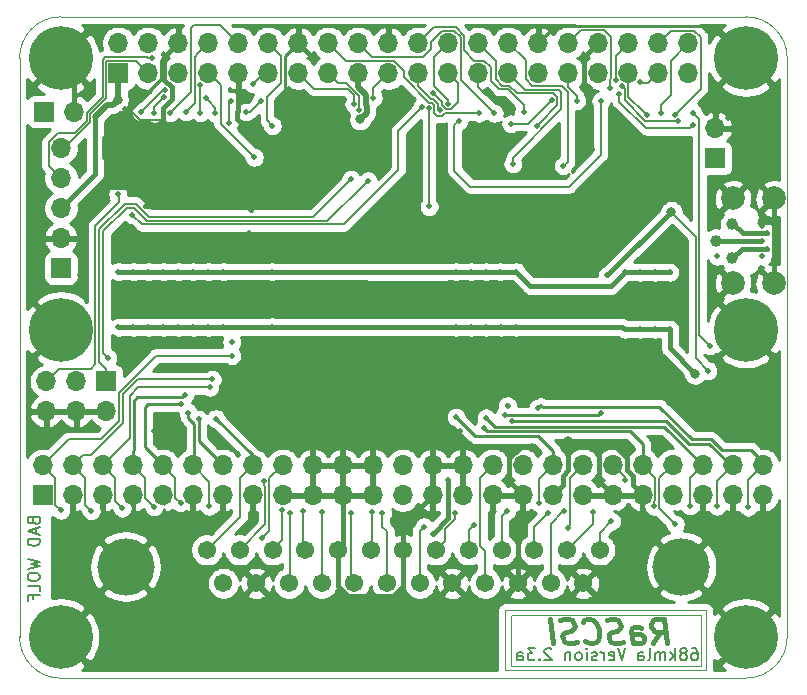
<source format=gbr>
%TF.GenerationSoftware,KiCad,Pcbnew,(5.1.7-0-10_14)*%
%TF.CreationDate,2021-03-07T20:48:25-06:00*%
%TF.ProjectId,rascsi_2p3a,72617363-7369-45f3-9270-33612e6b6963,rev?*%
%TF.SameCoordinates,PX59d60c0PY325aa00*%
%TF.FileFunction,Copper,L2,Bot*%
%TF.FilePolarity,Positive*%
%FSLAX46Y46*%
G04 Gerber Fmt 4.6, Leading zero omitted, Abs format (unit mm)*
G04 Created by KiCad (PCBNEW (5.1.7-0-10_14)) date 2021-03-07 20:48:25*
%MOMM*%
%LPD*%
G01*
G04 APERTURE LIST*
%TA.AperFunction,NonConductor*%
%ADD10C,0.150000*%
%TD*%
%TA.AperFunction,NonConductor*%
%ADD11C,0.400000*%
%TD*%
%TA.AperFunction,NonConductor*%
%ADD12C,0.120000*%
%TD*%
%TA.AperFunction,Profile*%
%ADD13C,0.050000*%
%TD*%
%TA.AperFunction,SMDPad,CuDef*%
%ADD14C,1.000000*%
%TD*%
%TA.AperFunction,ComponentPad*%
%ADD15C,2.000000*%
%TD*%
%TA.AperFunction,ComponentPad*%
%ADD16C,4.845000*%
%TD*%
%TA.AperFunction,ComponentPad*%
%ADD17C,1.545000*%
%TD*%
%TA.AperFunction,ComponentPad*%
%ADD18O,1.700000X1.700000*%
%TD*%
%TA.AperFunction,ComponentPad*%
%ADD19R,1.700000X1.700000*%
%TD*%
%TA.AperFunction,ComponentPad*%
%ADD20C,0.800000*%
%TD*%
%TA.AperFunction,ComponentPad*%
%ADD21C,5.400000*%
%TD*%
%TA.AperFunction,ViaPad*%
%ADD22C,0.500000*%
%TD*%
%TA.AperFunction,ViaPad*%
%ADD23C,0.800000*%
%TD*%
%TA.AperFunction,Conductor*%
%ADD24C,0.200000*%
%TD*%
%TA.AperFunction,Conductor*%
%ADD25C,0.400000*%
%TD*%
%TA.AperFunction,Conductor*%
%ADD26C,0.150000*%
%TD*%
%TA.AperFunction,Conductor*%
%ADD27C,0.250000*%
%TD*%
%TA.AperFunction,Conductor*%
%ADD28C,0.500000*%
%TD*%
%TA.AperFunction,Conductor*%
%ADD29C,0.254000*%
%TD*%
G04 APERTURE END LIST*
D10*
X137272476Y-43172380D02*
X137462952Y-43172380D01*
X137558190Y-43220000D01*
X137605809Y-43267619D01*
X137701047Y-43410476D01*
X137748666Y-43600952D01*
X137748666Y-43981904D01*
X137701047Y-44077142D01*
X137653428Y-44124761D01*
X137558190Y-44172380D01*
X137367714Y-44172380D01*
X137272476Y-44124761D01*
X137224857Y-44077142D01*
X137177238Y-43981904D01*
X137177238Y-43743809D01*
X137224857Y-43648571D01*
X137272476Y-43600952D01*
X137367714Y-43553333D01*
X137558190Y-43553333D01*
X137653428Y-43600952D01*
X137701047Y-43648571D01*
X137748666Y-43743809D01*
X136605809Y-43600952D02*
X136701047Y-43553333D01*
X136748666Y-43505714D01*
X136796285Y-43410476D01*
X136796285Y-43362857D01*
X136748666Y-43267619D01*
X136701047Y-43220000D01*
X136605809Y-43172380D01*
X136415333Y-43172380D01*
X136320095Y-43220000D01*
X136272476Y-43267619D01*
X136224857Y-43362857D01*
X136224857Y-43410476D01*
X136272476Y-43505714D01*
X136320095Y-43553333D01*
X136415333Y-43600952D01*
X136605809Y-43600952D01*
X136701047Y-43648571D01*
X136748666Y-43696190D01*
X136796285Y-43791428D01*
X136796285Y-43981904D01*
X136748666Y-44077142D01*
X136701047Y-44124761D01*
X136605809Y-44172380D01*
X136415333Y-44172380D01*
X136320095Y-44124761D01*
X136272476Y-44077142D01*
X136224857Y-43981904D01*
X136224857Y-43791428D01*
X136272476Y-43696190D01*
X136320095Y-43648571D01*
X136415333Y-43600952D01*
X135796285Y-44172380D02*
X135796285Y-43172380D01*
X135701047Y-43791428D02*
X135415333Y-44172380D01*
X135415333Y-43505714D02*
X135796285Y-43886666D01*
X134986761Y-44172380D02*
X134986761Y-43505714D01*
X134986761Y-43600952D02*
X134939142Y-43553333D01*
X134843904Y-43505714D01*
X134701047Y-43505714D01*
X134605809Y-43553333D01*
X134558190Y-43648571D01*
X134558190Y-44172380D01*
X134558190Y-43648571D02*
X134510571Y-43553333D01*
X134415333Y-43505714D01*
X134272476Y-43505714D01*
X134177238Y-43553333D01*
X134129619Y-43648571D01*
X134129619Y-44172380D01*
X133510571Y-44172380D02*
X133605809Y-44124761D01*
X133653428Y-44029523D01*
X133653428Y-43172380D01*
X132701047Y-44172380D02*
X132701047Y-43648571D01*
X132748666Y-43553333D01*
X132843904Y-43505714D01*
X133034380Y-43505714D01*
X133129619Y-43553333D01*
X132701047Y-44124761D02*
X132796285Y-44172380D01*
X133034380Y-44172380D01*
X133129619Y-44124761D01*
X133177238Y-44029523D01*
X133177238Y-43934285D01*
X133129619Y-43839047D01*
X133034380Y-43791428D01*
X132796285Y-43791428D01*
X132701047Y-43743809D01*
X131605809Y-43172380D02*
X131272476Y-44172380D01*
X130939142Y-43172380D01*
X130224857Y-44124761D02*
X130320095Y-44172380D01*
X130510571Y-44172380D01*
X130605809Y-44124761D01*
X130653428Y-44029523D01*
X130653428Y-43648571D01*
X130605809Y-43553333D01*
X130510571Y-43505714D01*
X130320095Y-43505714D01*
X130224857Y-43553333D01*
X130177238Y-43648571D01*
X130177238Y-43743809D01*
X130653428Y-43839047D01*
X129748666Y-44172380D02*
X129748666Y-43505714D01*
X129748666Y-43696190D02*
X129701047Y-43600952D01*
X129653428Y-43553333D01*
X129558190Y-43505714D01*
X129462952Y-43505714D01*
X129177238Y-44124761D02*
X129082000Y-44172380D01*
X128891523Y-44172380D01*
X128796285Y-44124761D01*
X128748666Y-44029523D01*
X128748666Y-43981904D01*
X128796285Y-43886666D01*
X128891523Y-43839047D01*
X129034380Y-43839047D01*
X129129619Y-43791428D01*
X129177238Y-43696190D01*
X129177238Y-43648571D01*
X129129619Y-43553333D01*
X129034380Y-43505714D01*
X128891523Y-43505714D01*
X128796285Y-43553333D01*
X128320095Y-44172380D02*
X128320095Y-43505714D01*
X128320095Y-43172380D02*
X128367714Y-43220000D01*
X128320095Y-43267619D01*
X128272476Y-43220000D01*
X128320095Y-43172380D01*
X128320095Y-43267619D01*
X127701047Y-44172380D02*
X127796285Y-44124761D01*
X127843904Y-44077142D01*
X127891523Y-43981904D01*
X127891523Y-43696190D01*
X127843904Y-43600952D01*
X127796285Y-43553333D01*
X127701047Y-43505714D01*
X127558190Y-43505714D01*
X127462952Y-43553333D01*
X127415333Y-43600952D01*
X127367714Y-43696190D01*
X127367714Y-43981904D01*
X127415333Y-44077142D01*
X127462952Y-44124761D01*
X127558190Y-44172380D01*
X127701047Y-44172380D01*
X126939142Y-43505714D02*
X126939142Y-44172380D01*
X126939142Y-43600952D02*
X126891523Y-43553333D01*
X126796285Y-43505714D01*
X126653428Y-43505714D01*
X126558190Y-43553333D01*
X126510571Y-43648571D01*
X126510571Y-44172380D01*
X125320095Y-43267619D02*
X125272476Y-43220000D01*
X125177238Y-43172380D01*
X124939142Y-43172380D01*
X124843904Y-43220000D01*
X124796285Y-43267619D01*
X124748666Y-43362857D01*
X124748666Y-43458095D01*
X124796285Y-43600952D01*
X125367714Y-44172380D01*
X124748666Y-44172380D01*
X124320095Y-44077142D02*
X124272476Y-44124761D01*
X124320095Y-44172380D01*
X124367714Y-44124761D01*
X124320095Y-44077142D01*
X124320095Y-44172380D01*
X123939142Y-43172380D02*
X123320095Y-43172380D01*
X123653428Y-43553333D01*
X123510571Y-43553333D01*
X123415333Y-43600952D01*
X123367714Y-43648571D01*
X123320095Y-43743809D01*
X123320095Y-43981904D01*
X123367714Y-44077142D01*
X123415333Y-44124761D01*
X123510571Y-44172380D01*
X123796285Y-44172380D01*
X123891523Y-44124761D01*
X123939142Y-44077142D01*
X122462952Y-44172380D02*
X122462952Y-43648571D01*
X122510571Y-43553333D01*
X122605809Y-43505714D01*
X122796285Y-43505714D01*
X122891523Y-43553333D01*
X122462952Y-44124761D02*
X122558190Y-44172380D01*
X122796285Y-44172380D01*
X122891523Y-44124761D01*
X122939142Y-44029523D01*
X122939142Y-43934285D01*
X122891523Y-43839047D01*
X122796285Y-43791428D01*
X122558190Y-43791428D01*
X122462952Y-43743809D01*
D11*
X133956761Y-42719761D02*
X134504380Y-41767380D01*
X135099619Y-42719761D02*
X134849619Y-40719761D01*
X134087714Y-40719761D01*
X133909142Y-40815000D01*
X133825809Y-40910238D01*
X133754380Y-41100714D01*
X133790095Y-41386428D01*
X133909142Y-41576904D01*
X134016285Y-41672142D01*
X134218666Y-41767380D01*
X134980571Y-41767380D01*
X132242476Y-42719761D02*
X132111523Y-41672142D01*
X132182952Y-41481666D01*
X132361523Y-41386428D01*
X132742476Y-41386428D01*
X132944857Y-41481666D01*
X132230571Y-42624523D02*
X132432952Y-42719761D01*
X132909142Y-42719761D01*
X133087714Y-42624523D01*
X133159142Y-42434047D01*
X133135333Y-42243571D01*
X133016285Y-42053095D01*
X132813904Y-41957857D01*
X132337714Y-41957857D01*
X132135333Y-41862619D01*
X131373428Y-42624523D02*
X131099619Y-42719761D01*
X130623428Y-42719761D01*
X130421047Y-42624523D01*
X130313904Y-42529285D01*
X130194857Y-42338809D01*
X130171047Y-42148333D01*
X130242476Y-41957857D01*
X130325809Y-41862619D01*
X130504380Y-41767380D01*
X130873428Y-41672142D01*
X131052000Y-41576904D01*
X131135333Y-41481666D01*
X131206761Y-41291190D01*
X131182952Y-41100714D01*
X131063904Y-40910238D01*
X130956761Y-40815000D01*
X130754380Y-40719761D01*
X130278190Y-40719761D01*
X130004380Y-40815000D01*
X128218666Y-42529285D02*
X128325809Y-42624523D01*
X128623428Y-42719761D01*
X128813904Y-42719761D01*
X129087714Y-42624523D01*
X129254380Y-42434047D01*
X129325809Y-42243571D01*
X129373428Y-41862619D01*
X129337714Y-41576904D01*
X129194857Y-41195952D01*
X129075809Y-41005476D01*
X128861523Y-40815000D01*
X128563904Y-40719761D01*
X128373428Y-40719761D01*
X128099619Y-40815000D01*
X128016285Y-40910238D01*
X127468666Y-42624523D02*
X127194857Y-42719761D01*
X126718666Y-42719761D01*
X126516285Y-42624523D01*
X126409142Y-42529285D01*
X126290095Y-42338809D01*
X126266285Y-42148333D01*
X126337714Y-41957857D01*
X126421047Y-41862619D01*
X126599619Y-41767380D01*
X126968666Y-41672142D01*
X127147238Y-41576904D01*
X127230571Y-41481666D01*
X127302000Y-41291190D01*
X127278190Y-41100714D01*
X127159142Y-40910238D01*
X127052000Y-40815000D01*
X126849619Y-40719761D01*
X126373428Y-40719761D01*
X126099619Y-40815000D01*
X125480571Y-42719761D02*
X125230571Y-40719761D01*
D12*
X121994000Y-40342000D02*
X137996000Y-40342000D01*
X121930500Y-44660000D02*
X121930500Y-40405500D01*
X137996000Y-40342000D02*
X137996000Y-44660000D01*
X137996000Y-44660000D02*
X121930500Y-44660000D01*
X121422500Y-39961000D02*
X121422500Y-45041000D01*
X138440500Y-45041000D02*
X121422500Y-45041000D01*
X138377000Y-39961000D02*
X121422500Y-39961000D01*
X138440500Y-45041000D02*
X138440500Y-39961000D01*
D10*
X81478571Y-32403333D02*
X81526190Y-32546190D01*
X81573809Y-32593809D01*
X81669047Y-32641428D01*
X81811904Y-32641428D01*
X81907142Y-32593809D01*
X81954761Y-32546190D01*
X82002380Y-32450952D01*
X82002380Y-32070000D01*
X81002380Y-32070000D01*
X81002380Y-32403333D01*
X81050000Y-32498571D01*
X81097619Y-32546190D01*
X81192857Y-32593809D01*
X81288095Y-32593809D01*
X81383333Y-32546190D01*
X81430952Y-32498571D01*
X81478571Y-32403333D01*
X81478571Y-32070000D01*
X81716666Y-33022380D02*
X81716666Y-33498571D01*
X82002380Y-32927142D02*
X81002380Y-33260476D01*
X82002380Y-33593809D01*
X82002380Y-33927142D02*
X81002380Y-33927142D01*
X81002380Y-34165238D01*
X81050000Y-34308095D01*
X81145238Y-34403333D01*
X81240476Y-34450952D01*
X81430952Y-34498571D01*
X81573809Y-34498571D01*
X81764285Y-34450952D01*
X81859523Y-34403333D01*
X81954761Y-34308095D01*
X82002380Y-34165238D01*
X82002380Y-33927142D01*
X81002380Y-35593809D02*
X82002380Y-35831904D01*
X81288095Y-36022380D01*
X82002380Y-36212857D01*
X81002380Y-36450952D01*
X81002380Y-37022380D02*
X81002380Y-37212857D01*
X81050000Y-37308095D01*
X81145238Y-37403333D01*
X81335714Y-37450952D01*
X81669047Y-37450952D01*
X81859523Y-37403333D01*
X81954761Y-37308095D01*
X82002380Y-37212857D01*
X82002380Y-37022380D01*
X81954761Y-36927142D01*
X81859523Y-36831904D01*
X81669047Y-36784285D01*
X81335714Y-36784285D01*
X81145238Y-36831904D01*
X81050000Y-36927142D01*
X81002380Y-37022380D01*
X82002380Y-38355714D02*
X82002380Y-37879523D01*
X81002380Y-37879523D01*
X81478571Y-39022380D02*
X81478571Y-38689047D01*
X82002380Y-38689047D02*
X81002380Y-38689047D01*
X81002380Y-39165238D01*
D13*
X83800000Y-45696000D02*
X141800000Y-45696000D01*
X83800000Y-45696000D02*
G75*
G02*
X80300000Y-42196000I0J3500000D01*
G01*
X145300000Y-42196000D02*
G75*
G02*
X141800000Y-45696000I-3500000J0D01*
G01*
X80300000Y6800000D02*
X80300000Y-42196000D01*
X145300000Y6800000D02*
X145300000Y-42196000D01*
X83800000Y10300000D02*
X141800000Y10300000D01*
X80300000Y6800000D02*
G75*
G02*
X83800000Y10300000I3500000J0D01*
G01*
X141800000Y10300000D02*
G75*
G02*
X145300000Y6800000I0J-3500000D01*
G01*
D14*
%TO.P,TP1,1*%
%TO.N,USB_Pin_4*%
X140650000Y-7250000D03*
%TD*%
%TO.P,TP2,1*%
%TO.N,USB_Pin_3*%
X139260000Y-8660000D03*
%TD*%
%TO.P,TP3,1*%
%TO.N,USB_Pin_2*%
X140650000Y-10110000D03*
%TD*%
D15*
%TO.P,J8,MH4*%
%TO.N,GND*%
X140705000Y-12235000D03*
%TO.P,J8,MH3*%
X140705000Y-5085000D03*
%TO.P,J8,MH2*%
X144155000Y-5085000D03*
%TO.P,J8,MH1*%
X144155000Y-12235000D03*
%TD*%
D16*
%TO.P,J6,MH2*%
%TO.N,GND*%
X89281600Y-36250000D03*
%TO.P,J6,MH1*%
X136321600Y-36250000D03*
D17*
%TO.P,J6,25*%
%TO.N,TERMPOW*%
X97566600Y-37670000D03*
%TO.P,J6,24*%
%TO.N,GND*%
X100336600Y-37670000D03*
%TO.P,J6,23*%
%TO.N,C-D4*%
X103106600Y-37670000D03*
%TO.P,J6,22*%
%TO.N,C-D2*%
X105876600Y-37670000D03*
%TO.P,J6,21*%
%TO.N,C-D1*%
X108646600Y-37670000D03*
%TO.P,J6,20*%
%TO.N,C-DP*%
X111416600Y-37670000D03*
%TO.P,J6,19*%
%TO.N,C-SEL*%
X114186600Y-37670000D03*
%TO.P,J6,18*%
%TO.N,GND*%
X116956600Y-37670000D03*
%TO.P,J6,17*%
%TO.N,C-ATN*%
X119726600Y-37670000D03*
%TO.P,J6,16*%
%TO.N,GND*%
X122496600Y-37670000D03*
%TO.P,J6,15*%
%TO.N,C-C_D*%
X125266600Y-37670000D03*
%TO.P,J6,14*%
%TO.N,GND*%
X128036600Y-37670000D03*
%TO.P,J6,13*%
%TO.N,C-D7*%
X96181600Y-34830000D03*
%TO.P,J6,12*%
%TO.N,C-D6*%
X98951600Y-34830000D03*
%TO.P,J6,11*%
%TO.N,C-D5*%
X101721600Y-34830000D03*
%TO.P,J6,10*%
%TO.N,C-D3*%
X104491600Y-34830000D03*
%TO.P,J6,9*%
%TO.N,GND*%
X107261600Y-34830000D03*
%TO.P,J6,8*%
%TO.N,C-D0*%
X110031600Y-34830000D03*
%TO.P,J6,7*%
%TO.N,GND*%
X112801600Y-34830000D03*
%TO.P,J6,6*%
%TO.N,C-BSY*%
X115571600Y-34830000D03*
%TO.P,J6,5*%
%TO.N,C-ACK*%
X118341600Y-34830000D03*
%TO.P,J6,4*%
%TO.N,C-RST*%
X121111600Y-34830000D03*
%TO.P,J6,3*%
%TO.N,C-I_O*%
X123881600Y-34830000D03*
%TO.P,J6,2*%
%TO.N,C-MSG*%
X126651600Y-34830000D03*
%TO.P,J6,1*%
%TO.N,C-REQ*%
X129421600Y-34830000D03*
%TD*%
D18*
%TO.P,J2,2*%
%TO.N,GND*%
X139226000Y857000D03*
D19*
%TO.P,J2,1*%
%TO.N,EXT-ACT-LED*%
X139226000Y-1683000D03*
%TD*%
D18*
%TO.P,J7,2*%
%TO.N,GND*%
X84920000Y2280000D03*
D19*
%TO.P,J7,1*%
%TO.N,+5V*%
X82380000Y2280000D03*
%TD*%
D18*
%TO.P,J5,6*%
%TO.N,GND*%
X82560000Y-23110000D03*
%TO.P,J5,5*%
%TO.N,PI_GPIO9*%
X82560000Y-20570000D03*
%TO.P,J5,4*%
%TO.N,GND*%
X85100000Y-23110000D03*
%TO.P,J5,3*%
%TO.N,PI_GPIO1*%
X85100000Y-20570000D03*
%TO.P,J5,2*%
%TO.N,GND*%
X87640000Y-23110000D03*
D19*
%TO.P,J5,1*%
%TO.N,PI_GPIO0*%
X87640000Y-20570000D03*
%TD*%
D18*
%TO.P,J3,50*%
%TO.N,C-I_O*%
X143226500Y-27654500D03*
%TO.P,J3,49*%
%TO.N,GND*%
X143226500Y-30194500D03*
%TO.P,J3,48*%
%TO.N,C-REQ*%
X140686500Y-27654500D03*
%TO.P,J3,47*%
%TO.N,GND*%
X140686500Y-30194500D03*
%TO.P,J3,46*%
%TO.N,C-C_D*%
X138146500Y-27654500D03*
%TO.P,J3,45*%
%TO.N,GND*%
X138146500Y-30194500D03*
%TO.P,J3,44*%
%TO.N,C-SEL*%
X135606500Y-27654500D03*
%TO.P,J3,43*%
%TO.N,GND*%
X135606500Y-30194500D03*
%TO.P,J3,42*%
%TO.N,C-MSG*%
X133066500Y-27654500D03*
%TO.P,J3,41*%
%TO.N,GND*%
X133066500Y-30194500D03*
%TO.P,J3,40*%
%TO.N,C-RST*%
X130526500Y-27654500D03*
%TO.P,J3,39*%
%TO.N,GND*%
X130526500Y-30194500D03*
%TO.P,J3,38*%
%TO.N,C-ACK*%
X127986500Y-27654500D03*
%TO.P,J3,37*%
%TO.N,GND*%
X127986500Y-30194500D03*
%TO.P,J3,36*%
%TO.N,C-BSY*%
X125446500Y-27654500D03*
%TO.P,J3,35*%
%TO.N,GND*%
X125446500Y-30194500D03*
%TO.P,J3,34*%
%TO.N,Net-(J3-Pad34)*%
X122906500Y-27654500D03*
%TO.P,J3,33*%
%TO.N,GND*%
X122906500Y-30194500D03*
%TO.P,J3,32*%
%TO.N,C-ATN*%
X120366500Y-27654500D03*
%TO.P,J3,31*%
%TO.N,GND*%
X120366500Y-30194500D03*
%TO.P,J3,30*%
X117826500Y-27654500D03*
%TO.P,J3,29*%
X117826500Y-30194500D03*
%TO.P,J3,28*%
X115286500Y-27654500D03*
%TO.P,J3,27*%
X115286500Y-30194500D03*
%TO.P,J3,26*%
%TO.N,TERMPOW*%
X112746500Y-27654500D03*
%TO.P,J3,25*%
%TO.N,Net-(J3-Pad25)*%
X112746500Y-30194500D03*
%TO.P,J3,24*%
%TO.N,GND*%
X110206500Y-27654500D03*
%TO.P,J3,23*%
X110206500Y-30194500D03*
%TO.P,J3,22*%
X107666500Y-27654500D03*
%TO.P,J3,21*%
X107666500Y-30194500D03*
%TO.P,J3,20*%
X105126500Y-27654500D03*
%TO.P,J3,19*%
X105126500Y-30194500D03*
%TO.P,J3,18*%
%TO.N,C-DP*%
X102586500Y-27654500D03*
%TO.P,J3,17*%
%TO.N,GND*%
X102586500Y-30194500D03*
%TO.P,J3,16*%
%TO.N,C-D7*%
X100046500Y-27654500D03*
%TO.P,J3,15*%
%TO.N,GND*%
X100046500Y-30194500D03*
%TO.P,J3,14*%
%TO.N,C-D6*%
X97506500Y-27654500D03*
%TO.P,J3,13*%
%TO.N,GND*%
X97506500Y-30194500D03*
%TO.P,J3,12*%
%TO.N,C-D5*%
X94966500Y-27654500D03*
%TO.P,J3,11*%
%TO.N,GND*%
X94966500Y-30194500D03*
%TO.P,J3,10*%
%TO.N,C-D4*%
X92426500Y-27654500D03*
%TO.P,J3,9*%
%TO.N,GND*%
X92426500Y-30194500D03*
%TO.P,J3,8*%
%TO.N,C-D3*%
X89886500Y-27654500D03*
%TO.P,J3,7*%
%TO.N,GND*%
X89886500Y-30194500D03*
%TO.P,J3,6*%
%TO.N,C-D2*%
X87346500Y-27654500D03*
%TO.P,J3,5*%
%TO.N,GND*%
X87346500Y-30194500D03*
%TO.P,J3,4*%
%TO.N,C-D1*%
X84806500Y-27654500D03*
%TO.P,J3,3*%
%TO.N,GND*%
X84806500Y-30194500D03*
%TO.P,J3,2*%
%TO.N,C-D0*%
X82266500Y-27654500D03*
D19*
%TO.P,J3,1*%
%TO.N,GND*%
X82266500Y-30194500D03*
%TD*%
D18*
%TO.P,J1,40*%
%TO.N,PI-ACK*%
X136930000Y8070000D03*
%TO.P,J1,39*%
%TO.N,GND*%
X136930000Y5530000D03*
%TO.P,J1,38*%
%TO.N,PI-RST*%
X134390000Y8070000D03*
%TO.P,J1,37*%
%TO.N,PI-BSY*%
X134390000Y5530000D03*
%TO.P,J1,36*%
%TO.N,PI-D6*%
X131850000Y8070000D03*
%TO.P,J1,35*%
%TO.N,PI-ATN*%
X131850000Y5530000D03*
%TO.P,J1,34*%
%TO.N,GND*%
X129310000Y8070000D03*
%TO.P,J1,33*%
%TO.N,PI-D3*%
X129310000Y5530000D03*
%TO.P,J1,32*%
%TO.N,PI-D2*%
X126770000Y8070000D03*
%TO.P,J1,31*%
%TO.N,PI-IND*%
X126770000Y5530000D03*
%TO.P,J1,30*%
%TO.N,GND*%
X124230000Y8070000D03*
%TO.P,J1,29*%
%TO.N,DBG_LED*%
X124230000Y5530000D03*
%TO.P,J1,28*%
%TO.N,PI_GPIO1*%
X121690000Y8070000D03*
%TO.P,J1,27*%
%TO.N,PI_GPIO0*%
X121690000Y5530000D03*
%TO.P,J1,26*%
%TO.N,PI-TAD*%
X119150000Y8070000D03*
%TO.P,J1,25*%
%TO.N,GND*%
X119150000Y5530000D03*
%TO.P,J1,24*%
%TO.N,PI-DTD*%
X116610000Y8070000D03*
%TO.P,J1,23*%
%TO.N,PI-D1*%
X116610000Y5530000D03*
%TO.P,J1,22*%
%TO.N,PI-I_O*%
X114070000Y8070000D03*
%TO.P,J1,21*%
%TO.N,PI_GPIO9*%
X114070000Y5530000D03*
%TO.P,J1,20*%
%TO.N,GND*%
X111530000Y8070000D03*
%TO.P,J1,19*%
%TO.N,PI-D0*%
X111530000Y5530000D03*
%TO.P,J1,18*%
%TO.N,PI-C_D*%
X108990000Y8070000D03*
%TO.P,J1,17*%
%TO.N,+3V3*%
X108990000Y5530000D03*
%TO.P,J1,16*%
%TO.N,PI-MSG*%
X106450000Y8070000D03*
%TO.P,J1,15*%
%TO.N,PI-REQ*%
X106450000Y5530000D03*
%TO.P,J1,14*%
%TO.N,GND*%
X103910000Y8070000D03*
%TO.P,J1,13*%
%TO.N,PI-SEL*%
X103910000Y5530000D03*
%TO.P,J1,12*%
%TO.N,PI-DP*%
X101370000Y8070000D03*
%TO.P,J1,11*%
%TO.N,PI-D7*%
X101370000Y5530000D03*
%TO.P,J1,10*%
%TO.N,PI-D5*%
X98830000Y8070000D03*
%TO.P,J1,9*%
%TO.N,GND*%
X98830000Y5530000D03*
%TO.P,J1,8*%
%TO.N,PI-D4*%
X96290000Y8070000D03*
%TO.P,J1,7*%
%TO.N,PI-ACT*%
X96290000Y5530000D03*
%TO.P,J1,6*%
%TO.N,GND*%
X93750000Y8070000D03*
%TO.P,J1,5*%
%TO.N,PI_SCL*%
X93750000Y5530000D03*
%TO.P,J1,4*%
%TO.N,+5V*%
X91210000Y8070000D03*
%TO.P,J1,3*%
%TO.N,PI_SDA*%
X91210000Y5530000D03*
%TO.P,J1,2*%
%TO.N,+5V*%
X88670000Y8070000D03*
D19*
%TO.P,J1,1*%
%TO.N,+3V3*%
X88670000Y5530000D03*
%TD*%
D20*
%TO.P,H2,1*%
%TO.N,GND*%
X143231891Y8231891D03*
X141800000Y8825000D03*
X140368109Y8231891D03*
X139775000Y6800000D03*
X140368109Y5368109D03*
X141800000Y4775000D03*
X143231891Y5368109D03*
X143825000Y6800000D03*
D21*
X141800000Y6800000D03*
%TD*%
D20*
%TO.P,H1,1*%
%TO.N,GND*%
X85231891Y8231891D03*
X83800000Y8825000D03*
X82368109Y8231891D03*
X81775000Y6800000D03*
X82368109Y5368109D03*
X83800000Y4775000D03*
X85231891Y5368109D03*
X85825000Y6800000D03*
D21*
X83800000Y6800000D03*
%TD*%
D18*
%TO.P,J4,5*%
%TO.N,PI_SDA*%
X83810000Y-820000D03*
%TO.P,J4,4*%
%TO.N,PI_SCL*%
X83810000Y-3360000D03*
%TO.P,J4,3*%
%TO.N,+3V3*%
X83810000Y-5900000D03*
%TO.P,J4,2*%
%TO.N,GND*%
X83810000Y-8440000D03*
D19*
%TO.P,J4,1*%
%TO.N,+5V*%
X83810000Y-10980000D03*
%TD*%
D20*
%TO.P,H6,1*%
%TO.N,GND*%
X143231891Y-40768109D03*
X141800000Y-40175000D03*
X140368109Y-40768109D03*
X139775000Y-42200000D03*
X140368109Y-43631891D03*
X141800000Y-44225000D03*
X143231891Y-43631891D03*
X143825000Y-42200000D03*
D21*
X141800000Y-42200000D03*
%TD*%
D20*
%TO.P,H5,1*%
%TO.N,GND*%
X85231891Y-40768109D03*
X83800000Y-40175000D03*
X82368109Y-40768109D03*
X81775000Y-42200000D03*
X82368109Y-43631891D03*
X83800000Y-44225000D03*
X85231891Y-43631891D03*
X85825000Y-42200000D03*
D21*
X83800000Y-42200000D03*
%TD*%
D20*
%TO.P,H4,1*%
%TO.N,GND*%
X143231891Y-14768109D03*
X141800000Y-14175000D03*
X140368109Y-14768109D03*
X139775000Y-16200000D03*
X140368109Y-17631891D03*
X141800000Y-18225000D03*
X143231891Y-17631891D03*
X143825000Y-16200000D03*
D21*
X141800000Y-16200000D03*
%TD*%
D20*
%TO.P,H3,1*%
%TO.N,GND*%
X85231891Y-14768109D03*
X83800000Y-14175000D03*
X82368109Y-14768109D03*
X81775000Y-16200000D03*
X82368109Y-17631891D03*
X83800000Y-18225000D03*
X85231891Y-17631891D03*
X85825000Y-16200000D03*
D21*
X83800000Y-16200000D03*
%TD*%
D22*
%TO.N,GND*%
X125694724Y-17240500D03*
X134470000Y-25740000D03*
X99870000Y-6080000D03*
X100990000Y380000D03*
X101940915Y-24797000D03*
X99390332Y-24797000D03*
X112111500Y-24797000D03*
X104459749Y-24797000D03*
X107010332Y-24797000D03*
X94257415Y-24797000D03*
X96808000Y-24797000D03*
D23*
X85759000Y-6572500D03*
D22*
X123732000Y-26003500D03*
X99475000Y-13811500D03*
X126895451Y-17240500D03*
X132812500Y-17240500D03*
X134082500Y-17240500D03*
X117255000Y-17240500D03*
X112872870Y-17240500D03*
X111412165Y-17240500D03*
X108490755Y-17240500D03*
X105569345Y-17240500D03*
X101187230Y-17240500D03*
X107030050Y-17240500D03*
X109951460Y-17240500D03*
X99726525Y-17240500D03*
X88426000Y-17240500D03*
X128096178Y-17240500D03*
X81504500Y-24797000D03*
X84055083Y-24797000D03*
X91706832Y-24797000D03*
X115413500Y-24797000D03*
X117636000Y-24797000D03*
X92423000Y-17240500D03*
X93883705Y-17240500D03*
X95344410Y-17240500D03*
X96805115Y-17240500D03*
D23*
X126750000Y-25640000D03*
X125637000Y-7398000D03*
X121065000Y-7271000D03*
D22*
X115794280Y-17240500D03*
X114333575Y-17240500D03*
X104108640Y-17240500D03*
X127605500Y-2064000D03*
X103539000Y-1746500D03*
X106079000Y-1810000D03*
X136876500Y-5493000D03*
X144306000Y539500D03*
X140305500Y1746000D03*
X139377000Y-7383000D03*
D23*
X123414500Y-13748000D03*
D22*
X87791000Y-3842000D03*
X101710000Y-1930000D03*
X97620000Y-8440000D03*
X99700000Y-8010000D03*
X85450000Y-11600000D03*
X94550000Y-5640000D03*
X131510000Y-25960000D03*
X133910000Y-21030000D03*
X122990000Y-22480000D03*
X119620000Y-17240500D03*
X89243314Y2464011D03*
X89590000Y-2160000D03*
X85695500Y-1144500D03*
X143201287Y-7380000D03*
D23*
X139030000Y4550000D03*
D22*
X102647935Y-17240500D03*
X123280479Y-17240500D03*
X124493997Y-17240500D03*
X104590000Y2160000D03*
X128160000Y1920000D03*
X130720000Y1970000D03*
X125330000Y-2000000D03*
X123220000Y-1780000D03*
X113379999Y-1570001D03*
X115899999Y-1570001D03*
X111130000Y1470000D03*
X105760000Y-3453968D03*
X130200000Y-14100000D03*
X127230000Y-14010000D03*
X119330000Y-22670000D03*
D23*
%TO.N,+3V3*%
X88616500Y3270000D03*
D22*
X138730002Y-17558000D03*
D23*
X109149676Y1623079D03*
D22*
X137324474Y2180000D03*
%TO.N,+5V*%
X130082000Y-11589000D03*
D23*
X135496000Y-6238500D03*
D22*
X138591000Y-19653500D03*
X139377000Y-9983000D03*
X143201287Y-9974419D03*
%TO.N,C-REQ*%
X122017500Y-23902000D03*
X121637010Y-22637490D03*
X139350000Y-31150000D03*
X130419308Y-32414713D03*
%TO.N,C-MSG*%
X119668000Y-24543000D03*
X133993502Y-31150000D03*
X128817950Y-31630159D03*
%TO.N,C-BSY*%
X117255000Y-23590500D03*
X124270000Y-30872990D03*
X117187010Y-31684832D03*
%TO.N,C-SEL*%
X114530000Y-32870000D03*
X135828947Y-32665648D03*
%TO.N,C-RST*%
X121540000Y-31560000D03*
X131560000Y-28920000D03*
%TO.N,C-ACK*%
X126730000Y-32950000D03*
X118812489Y-32689064D03*
%TO.N,C-ATN*%
X121382500Y-23400000D03*
X129494275Y-23222010D03*
%TO.N,C-DP*%
X111030000Y-31680000D03*
X100860000Y-33850000D03*
%TO.N,C-D0*%
X98265820Y-17240500D03*
X98268500Y-18383500D03*
X83780000Y-31480000D03*
X110120000Y-31630000D03*
%TO.N,C-D1*%
X86370000Y-31530000D03*
X108350000Y-31680000D03*
X96607010Y-20409500D03*
%TO.N,C-D2*%
X96427000Y-21067500D03*
X105950000Y-31630000D03*
X89002424Y-31302989D03*
%TO.N,C-D3*%
X94279018Y-21696518D03*
X104280000Y-31580000D03*
X91693529Y-31178968D03*
%TO.N,C-D4*%
X94014000Y-22447500D03*
X103220000Y-31750000D03*
X93930504Y-30851957D03*
%TO.N,C-D5*%
X94585500Y-23209500D03*
X96380000Y-31150000D03*
X102510000Y-31434946D03*
%TO.N,C-D6*%
X95474500Y-23781000D03*
X100973502Y-29027449D03*
%TO.N,C-D7*%
X96935000Y-23717500D03*
%TO.N,C-I_O*%
X124176500Y-22828500D03*
X142000000Y-31220000D03*
X125036247Y-31748511D03*
%TO.N,C-C_D*%
X119795000Y-23654000D03*
X137054940Y-31121502D03*
X126371042Y-31585360D03*
%TO.N,TERMPOW*%
X116610000Y-28880000D03*
X115320326Y-33454012D03*
%TO.N,PI-D7*%
X90598618Y2254001D03*
X100071557Y4632242D03*
X92606010Y4116010D03*
%TO.N,PI-D6*%
X91728000Y2127000D03*
X92537007Y3492807D03*
X130785361Y4920000D03*
%TO.N,PI-D5*%
X93061500Y2190500D03*
%TO.N,PI-D4*%
X94395000Y2254000D03*
%TO.N,PI-D3*%
X95601500Y2190500D03*
X95579021Y4529977D03*
%TO.N,PI-D2*%
X96871500Y2127000D03*
X96095637Y3388515D03*
X130263077Y4286876D03*
%TO.N,PI-D1*%
X98055000Y1304240D03*
X98197746Y3143937D03*
X115342501Y3822796D03*
%TO.N,PI-D0*%
X99470000Y2237827D03*
X110260000Y3428469D03*
X100739652Y3194957D03*
%TO.N,PI-DP*%
X101710000Y1080000D03*
%TO.N,PI-BSY*%
X117509000Y1492000D03*
X132847721Y4815780D03*
X129517751Y3194737D03*
%TO.N,PI-MSG*%
X119223500Y2139000D03*
%TO.N,PI-C_D*%
X120493500Y2127000D03*
%TO.N,PI-REQ*%
X109054914Y2441102D03*
X125383000Y3293010D03*
X121904492Y1236649D03*
%TO.N,PI-I_O*%
X122990000Y2220000D03*
%TO.N,PI-ATN*%
X133387496Y2003496D03*
%TO.N,PI-ACK*%
X134654000Y2127000D03*
%TO.N,PI-RST*%
X135777207Y2019438D03*
%TO.N,PI-SEL*%
X108614160Y2887613D03*
X136064293Y1462010D03*
X131340387Y4413823D03*
%TO.N,PI_SCL*%
X91550000Y6850000D03*
%TO.N,PI-ACT*%
X100187010Y-1609395D03*
%TO.N,/TERM_GND*%
X135352500Y-16161000D03*
X134082500Y-16161000D03*
X132812500Y-16161000D03*
X131542500Y-16161000D03*
X117255000Y-15970500D03*
X118525000Y-15970500D03*
X119795000Y-15970500D03*
X121065000Y-15970500D03*
X122335000Y-15970500D03*
X88680000Y-15970500D03*
X89950000Y-15970500D03*
X91220000Y-15970500D03*
X92490000Y-15970500D03*
X93760000Y-15970500D03*
X95030000Y-15970500D03*
X96300000Y-15970500D03*
X97570000Y-15970500D03*
D23*
X137511500Y-19907500D03*
D22*
X101710000Y-15960000D03*
%TO.N,/TERM_5v*%
X88680000Y-11271500D03*
X89950000Y-11271500D03*
X91220000Y-11271500D03*
X92490000Y-11271500D03*
X93760000Y-11271500D03*
X94966500Y-11271500D03*
X96300000Y-11271500D03*
X97570000Y-11271500D03*
X101697500Y-11271500D03*
X117255000Y-11271500D03*
X118525000Y-11271500D03*
X119795000Y-11271500D03*
X122335000Y-11271500D03*
X121001500Y-11271500D03*
X131542500Y-11335000D03*
X135352500Y-11335000D03*
X134082500Y-11335000D03*
X132812500Y-11335000D03*
%TO.N,PI-IND*%
X137340000Y1120000D03*
X131077665Y3803316D03*
X127480000Y3194936D03*
%TO.N,PI-TAD*%
X124093367Y1052134D03*
%TO.N,PI-DTD*%
X116620000Y2917959D03*
X114966468Y2587116D03*
X114978800Y-5762998D03*
%TO.N,PI_GPIO1*%
X126335500Y-2318000D03*
X87794021Y-18604650D03*
X109769999Y-3577010D03*
%TO.N,PI_GPIO0*%
X122070000Y-2160000D03*
X108368176Y-3453968D03*
%TO.N,PI_GPIO9*%
X88605386Y-4669009D03*
X115870479Y2371956D03*
X114341728Y2640938D03*
X89844812Y-6450961D03*
%TO.N,USB_Pin_4*%
X143577990Y-8020000D03*
%TO.N,USB_Pin_3*%
X143201287Y-8646949D03*
%TO.N,USB_Pin_2*%
X143577990Y-9320000D03*
%TD*%
D24*
%TO.N,GND*%
X119150000Y4327919D02*
X119787919Y3690000D01*
X119150000Y5530000D02*
X119150000Y4327919D01*
X119787919Y3690000D02*
X120220000Y3690000D01*
X120220000Y3690000D02*
X120680000Y3230000D01*
D25*
X107666500Y-34425100D02*
X107261600Y-34830000D01*
X107666500Y-30194500D02*
X107666500Y-34425100D01*
X112801600Y-37912262D02*
X112801600Y-34830000D01*
X111944361Y-38769501D02*
X112801600Y-37912262D01*
X108118839Y-38769501D02*
X111944361Y-38769501D01*
X107261600Y-37912262D02*
X108118839Y-38769501D01*
X107261600Y-34830000D02*
X107261600Y-37912262D01*
X112801600Y-32679400D02*
X112801600Y-34830000D01*
X115286500Y-30194500D02*
X112801600Y-32679400D01*
X122496600Y-31806481D02*
X122496600Y-37670000D01*
X122906500Y-31396581D02*
X122496600Y-31806481D01*
X122906500Y-30194500D02*
X122906500Y-31396581D01*
X84920000Y5680000D02*
X83800000Y6800000D01*
X84920000Y2280000D02*
X84920000Y5680000D01*
X126750000Y-28092962D02*
X126750000Y-25640000D01*
X126296499Y-28546463D02*
X126750000Y-28092962D01*
X125446500Y-30194500D02*
X126296499Y-29344501D01*
X126296499Y-29344501D02*
X126296499Y-28546463D01*
X129340000Y-25640000D02*
X126750000Y-25640000D01*
X131703501Y-27089539D02*
X130253962Y-25640000D01*
X131703501Y-28033463D02*
X131703501Y-27089539D01*
X132216501Y-28546463D02*
X131703501Y-28033463D01*
X132216501Y-29344501D02*
X132216501Y-28546463D01*
X133066500Y-30194500D02*
X132216501Y-29344501D01*
X129349499Y-25649499D02*
X129340000Y-25640000D01*
X129349499Y-29017499D02*
X129349499Y-25649499D01*
X130526500Y-30194500D02*
X129349499Y-29017499D01*
X130253962Y-25640000D02*
X129340000Y-25640000D01*
X122815538Y-26003500D02*
X123732000Y-26003500D01*
X121729499Y-27089539D02*
X122815538Y-26003500D01*
X121729499Y-29017499D02*
X121729499Y-27089539D01*
X122906500Y-30194500D02*
X121729499Y-29017499D01*
X90045404Y-4510000D02*
X93870000Y-4510000D01*
X87791000Y-3842000D02*
X88040999Y-4091999D01*
X89627403Y-4091999D02*
X90045404Y-4510000D01*
X88040999Y-4091999D02*
X89627403Y-4091999D01*
X95345000Y-4510000D02*
X95995000Y-3860000D01*
D26*
X103289001Y-1496501D02*
X101866501Y-1496501D01*
X92262001Y1477999D02*
X92490000Y1250000D01*
D25*
X103539000Y-1746500D02*
X103289001Y-1496501D01*
X103910000Y8070000D02*
X105264437Y6715563D01*
X93870000Y-4510000D02*
X95345000Y-4510000D01*
X94720000Y-5360000D02*
X93870000Y-4510000D01*
X95780000Y-5360000D02*
X94720000Y-5360000D01*
X97370001Y-8190001D02*
X97140001Y-8190001D01*
X97620000Y-8440000D02*
X97370001Y-8190001D01*
X98003553Y-3860000D02*
X95995000Y-3860000D01*
X99870000Y-5726447D02*
X98003553Y-3860000D01*
X99870000Y-6080000D02*
X99870000Y-5726447D01*
X94550000Y-5305000D02*
X94550000Y-5640000D01*
X95995000Y-3860000D02*
X94550000Y-5305000D01*
D26*
X92262001Y1532001D02*
X90528877Y1532001D01*
X90528877Y1532001D02*
X89596867Y2464011D01*
D25*
X87488399Y-1597001D02*
X89027001Y-1597001D01*
X87488399Y57001D02*
X87422999Y-8399D01*
X89027001Y-1597001D02*
X89590000Y-2160000D01*
X88500000Y57001D02*
X87488399Y57001D01*
X87422999Y-8399D02*
X87422999Y-1531601D01*
X88500000Y530000D02*
X88500000Y57001D01*
X87422999Y-1531601D02*
X87488399Y-1597001D01*
X119358999Y-7271000D02*
X121065000Y-7271000D01*
D26*
X92262001Y1532001D02*
X92262001Y1477999D01*
D25*
X144155000Y-12235000D02*
X144155000Y-5085000D01*
X124493997Y-17240500D02*
X123280479Y-17240500D01*
X103289001Y-1496501D02*
X101819014Y-1496501D01*
X98680063Y1642450D02*
X98680063Y2196374D01*
X98680063Y2196374D02*
X98830000Y2346311D01*
X98830000Y4327919D02*
X98830000Y5530000D01*
X101819014Y-1496501D02*
X98680063Y1642450D01*
X98830000Y2346311D02*
X98830000Y4327919D01*
D27*
X104340001Y2409999D02*
X104590000Y2160000D01*
X102807999Y3942001D02*
X104340001Y2409999D01*
X102807999Y6967999D02*
X102807999Y3942001D01*
X103910000Y8070000D02*
X102807999Y6967999D01*
D25*
X92572999Y6892999D02*
X92572999Y4965039D01*
X93185039Y3322020D02*
X92475996Y2612977D01*
X92475996Y2612977D02*
X92475996Y725996D01*
X92475996Y725996D02*
X89839999Y-1910001D01*
X92572999Y4965039D02*
X93185039Y4352999D01*
X93750000Y8070000D02*
X92572999Y6892999D01*
X89839999Y-1910001D02*
X89590000Y-2160000D01*
X93185039Y4352999D02*
X93185039Y3322020D01*
D27*
X89596867Y2464011D02*
X89243314Y2464011D01*
X89774973Y2464011D02*
X89596867Y2464011D01*
X92312001Y5001039D02*
X89774973Y2464011D01*
X92312001Y6632001D02*
X92312001Y5001039D01*
X93750000Y8070000D02*
X92312001Y6632001D01*
D25*
X128797002Y-872498D02*
X127855499Y-1814001D01*
X128132999Y4735530D02*
X128587002Y4281527D01*
X129310000Y8070000D02*
X128132999Y6892999D01*
X127855499Y-1814001D02*
X127605500Y-2064000D01*
X128132999Y6892999D02*
X128132999Y4735530D01*
D27*
X124230000Y8070000D02*
X125659999Y9499999D01*
X125659999Y9499999D02*
X139100001Y9499999D01*
X139100001Y9499999D02*
X141800000Y6800000D01*
D25*
X103509786Y-5704182D02*
X105510001Y-3703967D01*
X105510001Y-3703967D02*
X105760000Y-3453968D01*
X90900649Y-5704182D02*
X103509786Y-5704182D01*
D28*
%TO.N,+3V3*%
X88670000Y3323500D02*
X88616500Y3270000D01*
X88670000Y5530000D02*
X88670000Y3323500D01*
X88216501Y2870001D02*
X87732039Y2870001D01*
X87732039Y2870001D02*
X86701023Y1838985D01*
X88616500Y3270000D02*
X88216501Y2870001D01*
D25*
X86701023Y-3008977D02*
X86701023Y1838985D01*
X83810000Y-5900000D02*
X86701023Y-3008977D01*
D28*
X109629782Y3688137D02*
X109629782Y2794198D01*
X109629782Y2794198D02*
X109681916Y2742064D01*
X109549675Y2023078D02*
X109149676Y1623079D01*
X109681916Y2742064D02*
X109681916Y2155319D01*
X108990000Y5530000D02*
X108990000Y4327919D01*
X108990000Y4327919D02*
X109629782Y3688137D01*
X109681916Y2155319D02*
X109549675Y2023078D01*
D26*
X137574473Y1930001D02*
X137324474Y2180000D01*
X137841499Y1662975D02*
X137574473Y1930001D01*
X137841499Y-16669497D02*
X137841499Y1662975D01*
X138730002Y-17558000D02*
X137841499Y-16669497D01*
D25*
%TO.N,+5V*%
X135432500Y-6238500D02*
X135496000Y-6238500D01*
X130082000Y-11589000D02*
X135432500Y-6238500D01*
D26*
X137564488Y-8306988D02*
X135496000Y-6238500D01*
X137564488Y-18626988D02*
X137564488Y-8306988D01*
X138591000Y-19653500D02*
X137564488Y-18626988D01*
D27*
%TO.N,C-REQ*%
X121516520Y-22517000D02*
X121637010Y-22637490D01*
D24*
X139350000Y-28991000D02*
X140686500Y-27654500D01*
X139350000Y-31150000D02*
X139350000Y-28991000D01*
X129421600Y-34830000D02*
X129421600Y-33412421D01*
X129421600Y-33412421D02*
X130419308Y-32414713D01*
D27*
X138716827Y-25850001D02*
X140521326Y-27654500D01*
X137010000Y-25850000D02*
X137066827Y-25850001D01*
X140521326Y-27654500D02*
X140686500Y-27654500D01*
X137066827Y-25850001D02*
X138716827Y-25850001D01*
X135062000Y-23902000D02*
X137010000Y-25850000D01*
X122017500Y-23902000D02*
X135062000Y-23902000D01*
%TO.N,C-MSG*%
X119917999Y-24792999D02*
X131982999Y-24792999D01*
X119668000Y-24543000D02*
X119917999Y-24792999D01*
X133066500Y-25876500D02*
X133066500Y-27654500D01*
X131982999Y-24792999D02*
X133066500Y-25876500D01*
D24*
X133993502Y-30796447D02*
X133993502Y-31150000D01*
X133066500Y-27654500D02*
X134143501Y-28731501D01*
X134143501Y-30646448D02*
X133993502Y-30796447D01*
X134143501Y-28731501D02*
X134143501Y-30646448D01*
X126651600Y-34830000D02*
X128817950Y-32663650D01*
X128817950Y-32663650D02*
X128817950Y-31630159D01*
D27*
%TO.N,C-BSY*%
X125446500Y-26452419D02*
X124172081Y-25178000D01*
X125446500Y-27654500D02*
X125446500Y-26452419D01*
X124172081Y-25178000D02*
X118842500Y-25178000D01*
X118842500Y-25178000D02*
X117255000Y-23590500D01*
D24*
X124270000Y-28831000D02*
X124270000Y-30872990D01*
X125446500Y-27654500D02*
X124270000Y-28831000D01*
X117187010Y-32191212D02*
X117187010Y-31684832D01*
X116344099Y-34057501D02*
X116344099Y-33034123D01*
X116344099Y-33034123D02*
X117187010Y-32191212D01*
X115571600Y-34830000D02*
X116344099Y-34057501D01*
%TO.N,C-SEL*%
X114186600Y-33213400D02*
X114186600Y-37670000D01*
X114530000Y-32870000D02*
X114186600Y-33213400D01*
X134470512Y-31307213D02*
X135828947Y-32665648D01*
X135606500Y-27654500D02*
X134470512Y-28790488D01*
X134470512Y-28790488D02*
X134470512Y-31307213D01*
%TO.N,C-RST*%
X121111600Y-31988400D02*
X121540000Y-31560000D01*
X121111600Y-34830000D02*
X121111600Y-31988400D01*
D26*
X131560000Y-28688000D02*
X131560000Y-28920000D01*
X130526500Y-27654500D02*
X131560000Y-28688000D01*
D24*
%TO.N,C-ACK*%
X126909499Y-28731501D02*
X126909499Y-32770501D01*
X126909499Y-32770501D02*
X126730000Y-32950000D01*
X127986500Y-27654500D02*
X126909499Y-28731501D01*
X118341600Y-33159953D02*
X118812489Y-32689064D01*
X118341600Y-34830000D02*
X118341600Y-33159953D01*
%TO.N,C-ATN*%
X119726600Y-34924262D02*
X119726600Y-37670000D01*
X119289499Y-34487161D02*
X119726600Y-34924262D01*
X119289499Y-28731501D02*
X119289499Y-34487161D01*
X120366500Y-27654500D02*
X119289499Y-28731501D01*
D27*
X121382500Y-23400000D02*
X129316285Y-23400000D01*
X129316285Y-23400000D02*
X129494275Y-23222010D01*
D24*
%TO.N,C-DP*%
X111416600Y-37670000D02*
X111416600Y-33276600D01*
X111416600Y-33276600D02*
X111030000Y-32890000D01*
X111030000Y-32890000D02*
X111030000Y-31680000D01*
X101450512Y-28790488D02*
X102586500Y-27654500D01*
X101450512Y-33259488D02*
X101450512Y-28790488D01*
X100860000Y-33850000D02*
X101450512Y-33259488D01*
%TO.N,C-D0*%
X83343501Y-31043501D02*
X83780000Y-31480000D01*
X82266500Y-27654500D02*
X83343501Y-28731501D01*
X83343501Y-28731501D02*
X83343501Y-31043501D01*
X110120000Y-34741600D02*
X110031600Y-34830000D01*
X110120000Y-31630000D02*
X110120000Y-34741600D01*
X91864038Y-18383500D02*
X88717001Y-21530537D01*
X84451000Y-25470000D02*
X82266500Y-27654500D01*
X87170000Y-25470000D02*
X84451000Y-25470000D01*
X88717001Y-23922999D02*
X87170000Y-25470000D01*
X88717001Y-21530537D02*
X88717001Y-23922999D01*
X98268500Y-18383500D02*
X91864038Y-18383500D01*
%TO.N,C-D1*%
X85883501Y-31043501D02*
X86370000Y-31530000D01*
X84806500Y-27654500D02*
X85883501Y-28731501D01*
X85883501Y-28731501D02*
X85883501Y-31043501D01*
X108350000Y-37373400D02*
X108646600Y-37670000D01*
X108350000Y-31680000D02*
X108350000Y-37373400D01*
X89044012Y-21665988D02*
X90300500Y-20409500D01*
X90300500Y-20409500D02*
X96607010Y-20409500D01*
X86345499Y-26804501D02*
X89044012Y-24105988D01*
X85656499Y-26804501D02*
X86345499Y-26804501D01*
X84806500Y-27654500D02*
X85656499Y-26804501D01*
X89044012Y-24105988D02*
X89044012Y-21665988D01*
%TO.N,C-D2*%
X105950000Y-37596600D02*
X105876600Y-37670000D01*
X105950000Y-31630000D02*
X105950000Y-37596600D01*
X88423501Y-30724066D02*
X89002424Y-31302989D01*
X88423501Y-28731501D02*
X88423501Y-30724066D01*
X87346500Y-27654500D02*
X88423501Y-28731501D01*
X96073447Y-21067500D02*
X96070947Y-21070000D01*
X96427000Y-21067500D02*
X96073447Y-21067500D01*
X96070947Y-21070000D02*
X90350000Y-21070000D01*
X89633250Y-21786750D02*
X89633250Y-25367750D01*
X90350000Y-21070000D02*
X89633250Y-21786750D01*
X89633250Y-25367750D02*
X87346500Y-27654500D01*
%TO.N,C-D3*%
X104280000Y-34618400D02*
X104491600Y-34830000D01*
X104280000Y-31580000D02*
X104280000Y-34618400D01*
X90963501Y-28731501D02*
X90963501Y-30448940D01*
X89886500Y-27654500D02*
X90963501Y-28731501D01*
X90963501Y-30448940D02*
X91693529Y-31178968D01*
D27*
X89886500Y-26452419D02*
X89886500Y-27654500D01*
X89985261Y-26353658D02*
X89886500Y-26452419D01*
X89985261Y-22221739D02*
X89985261Y-26353658D01*
X90287000Y-21920000D02*
X89985261Y-22221739D01*
X94256037Y-21719500D02*
X94055537Y-21920000D01*
X94055537Y-21920000D02*
X90287000Y-21920000D01*
%TO.N,C-D4*%
X92426500Y-27654500D02*
X90902500Y-26130500D01*
X94014000Y-22447500D02*
X91220000Y-22447500D01*
X90902500Y-22765000D02*
X90902500Y-23527000D01*
X91220000Y-22447500D02*
X90902500Y-22765000D01*
X90902500Y-26130500D02*
X90902500Y-23527000D01*
X90902500Y-23527000D02*
X90902500Y-23336500D01*
D24*
X103220000Y-37556600D02*
X103106600Y-37670000D01*
X103220000Y-31750000D02*
X103220000Y-37556600D01*
X93503501Y-28731501D02*
X93503501Y-30424954D01*
X93503501Y-30424954D02*
X93930504Y-30851957D01*
X92426500Y-27654500D02*
X93503501Y-28731501D01*
D27*
%TO.N,C-D5*%
X94585500Y-27273500D02*
X94966500Y-27654500D01*
X94585500Y-23209500D02*
X94585500Y-23654000D01*
X95097490Y-27523510D02*
X94966500Y-27654500D01*
X95097490Y-24165990D02*
X95097490Y-27523510D01*
X94585500Y-23654000D02*
X95097490Y-24165990D01*
D24*
X94966500Y-27654500D02*
X96380000Y-29068000D01*
X96380000Y-29068000D02*
X96380000Y-31150000D01*
X102510000Y-34041600D02*
X102510000Y-31434946D01*
X101721600Y-34830000D02*
X102510000Y-34041600D01*
D27*
%TO.N,C-D6*%
X95474500Y-25622500D02*
X97506500Y-27654500D01*
X95474500Y-23781000D02*
X95474500Y-25622500D01*
D24*
X98951600Y-34830000D02*
X101123501Y-32658099D01*
X101123501Y-29531001D02*
X100973502Y-29381002D01*
X101123501Y-32658099D02*
X101123501Y-29531001D01*
X100973502Y-29381002D02*
X100973502Y-29027449D01*
D27*
%TO.N,C-D7*%
X100046500Y-26829000D02*
X100046500Y-27654500D01*
X96935000Y-23717500D02*
X100046500Y-26829000D01*
D24*
X98969499Y-32042101D02*
X96181600Y-34830000D01*
X98969499Y-28731501D02*
X98969499Y-32042101D01*
X100046500Y-27654500D02*
X98969499Y-28731501D01*
%TO.N,C-I_O*%
X142000000Y-28881000D02*
X143226500Y-27654500D01*
X142000000Y-31220000D02*
X142000000Y-28881000D01*
X123881600Y-34830000D02*
X123881600Y-32903158D01*
X123881600Y-32903158D02*
X125036247Y-31748511D01*
D27*
X134470000Y-22720000D02*
X124567998Y-22720000D01*
X137222990Y-25472990D02*
X134470000Y-22720000D01*
X143226500Y-27356500D02*
X142230000Y-26360000D01*
X124567998Y-22720000D02*
X124426499Y-22578501D01*
X142230000Y-26360000D02*
X139760000Y-26360000D01*
X124426499Y-22578501D02*
X124176500Y-22828500D01*
X143226500Y-27654500D02*
X143226500Y-27356500D01*
X139760000Y-26360000D02*
X138872990Y-25472990D01*
X138872990Y-25472990D02*
X137222990Y-25472990D01*
D24*
%TO.N,C-C_D*%
X137054940Y-28746060D02*
X137054940Y-31121502D01*
X138146500Y-27654500D02*
X137054940Y-28746060D01*
X125266600Y-32604208D02*
X126301830Y-31568978D01*
X126301830Y-31568978D02*
X126354660Y-31568978D01*
X125266600Y-37670000D02*
X125266600Y-32604208D01*
X126354660Y-31568978D02*
X126371042Y-31585360D01*
D27*
X134896001Y-24404001D02*
X138146500Y-27654500D01*
X119795000Y-23654000D02*
X120545001Y-24404001D01*
X120545001Y-24404001D02*
X134896001Y-24404001D01*
D25*
%TO.N,TERMPOW*%
X116610000Y-28880000D02*
X116610000Y-32164338D01*
X116610000Y-32164338D02*
X115320326Y-33454012D01*
D26*
%TO.N,PI-D7*%
X100969315Y5530000D02*
X100071557Y4632242D01*
X101102990Y5530000D02*
X100969315Y5530000D01*
X90598618Y2254001D02*
X92460627Y4116010D01*
X92460627Y4116010D02*
X92606010Y4116010D01*
%TO.N,PI-D6*%
X92287008Y3242808D02*
X92537007Y3492807D01*
X91728000Y2683800D02*
X92287008Y3242808D01*
X91728000Y2127000D02*
X91728000Y2683800D01*
X130785361Y7005361D02*
X130785361Y5273553D01*
X130785361Y5273553D02*
X130785361Y4920000D01*
X131850000Y8070000D02*
X130785361Y7005361D01*
%TO.N,PI-D5*%
X94800000Y3929000D02*
X94800000Y5023038D01*
X94802001Y5025039D02*
X94802001Y6034961D01*
X94800000Y5023038D02*
X94802001Y5025039D01*
X93061500Y2190500D02*
X94800000Y3929000D01*
X97300000Y9600000D02*
X98830000Y8070000D01*
X95094002Y9600000D02*
X97300000Y9600000D01*
X94802001Y6030000D02*
X94802001Y9307999D01*
X94802001Y9307999D02*
X95094002Y9600000D01*
%TO.N,PI-D4*%
X95127011Y2986011D02*
X95127011Y6907011D01*
X95440001Y7220001D02*
X96290000Y8070000D01*
X95127011Y6907011D02*
X95440001Y7220001D01*
X94395000Y2254000D02*
X95127011Y2986011D01*
%TO.N,PI-D3*%
X95601500Y4222500D02*
X95601500Y2190500D01*
X95601500Y4507498D02*
X95579021Y4529977D01*
X95601500Y2190500D02*
X95601500Y4507498D01*
%TO.N,PI-D2*%
X96345636Y3138516D02*
X96095637Y3388515D01*
X96871500Y2612652D02*
X96345636Y3138516D01*
X96871500Y2127000D02*
X96871500Y2612652D01*
X129763974Y9172988D02*
X130362001Y8574961D01*
X130362001Y8574961D02*
X130362001Y5082992D01*
X130263077Y4640429D02*
X130263077Y4286876D01*
X130263077Y4984068D02*
X130263077Y4640429D01*
X130362001Y5082992D02*
X130263077Y4984068D01*
X126770000Y8070000D02*
X127872988Y9172988D01*
X127872988Y9172988D02*
X129763974Y9172988D01*
%TO.N,PI-D1*%
X98197746Y3135746D02*
X98197746Y3143937D01*
X98141500Y3079500D02*
X98197746Y3135746D01*
X98055000Y1304240D02*
X98055000Y3001191D01*
X98055000Y3001191D02*
X98197746Y3143937D01*
X115592500Y3572797D02*
X115342501Y3822796D01*
X116068781Y3096516D02*
X115592500Y3572797D01*
X116068781Y2818873D02*
X116068781Y3096516D01*
X116421696Y2465958D02*
X116068781Y2818873D01*
X116836961Y2465958D02*
X116421696Y2465958D01*
X117459999Y3088996D02*
X116836961Y2465958D01*
X117459999Y4680001D02*
X117459999Y3088996D01*
X116610000Y5530000D02*
X117459999Y4680001D01*
%TO.N,PI-D0*%
X110260000Y4260000D02*
X110260000Y3428469D01*
X111530000Y5530000D02*
X110260000Y4260000D01*
X99782522Y2237827D02*
X100489653Y2944958D01*
X100489653Y2944958D02*
X100739652Y3194957D01*
X99530371Y2237827D02*
X99782522Y2237827D01*
%TO.N,PI-DP*%
X101260000Y1530000D02*
X101710000Y1080000D01*
X101260000Y3510129D02*
X101260000Y1530000D01*
X102420000Y7020000D02*
X102420000Y6036962D01*
X102420000Y4670129D02*
X101260000Y3510129D01*
X101370000Y8070000D02*
X102420000Y7020000D01*
X102420000Y6036962D02*
X102422001Y6034961D01*
X102422001Y6034961D02*
X102422001Y5025039D01*
X102422001Y5025039D02*
X102420000Y5023038D01*
X102420000Y5023038D02*
X102420000Y4670129D01*
%TO.N,PI-BSY*%
X133540001Y4680001D02*
X132983500Y4680001D01*
X132983500Y4680001D02*
X132847721Y4815780D01*
X134390000Y5530000D02*
X133540001Y4680001D01*
X129517751Y-1369001D02*
X129517751Y2841184D01*
X126816752Y-4070000D02*
X129517751Y-1369001D01*
X117117999Y1100999D02*
X117117999Y-2717999D01*
X117117999Y-2717999D02*
X118470000Y-4070000D01*
X129517751Y2841184D02*
X129517751Y3194737D01*
X117509000Y1492000D02*
X117117999Y1100999D01*
X118470000Y-4070000D02*
X126816752Y-4070000D01*
%TO.N,PI-MSG*%
X115183429Y3039117D02*
X115011131Y3039117D01*
X115665340Y1910262D02*
X115418469Y2157133D01*
X116328000Y2139000D02*
X116099262Y1910262D01*
X112034961Y6582001D02*
X107937999Y6582001D01*
X107299999Y7220001D02*
X106450000Y8070000D01*
X112873500Y5743462D02*
X112034961Y6582001D01*
X107937999Y6582001D02*
X107299999Y7220001D01*
X115011131Y3039117D02*
X112873500Y5176748D01*
X115418469Y2804077D02*
X115183429Y3039117D01*
X112873500Y5176748D02*
X112873500Y5743462D01*
X119223500Y2139000D02*
X116328000Y2139000D01*
X115418469Y2157133D02*
X115418469Y2804077D01*
X116099262Y1910262D02*
X115665340Y1910262D01*
%TO.N,PI-C_D*%
X117690294Y6006668D02*
X117690294Y4930206D01*
X117690294Y4930206D02*
X120493500Y2127000D01*
X108990000Y8070000D02*
X110145259Y6914741D01*
X117114961Y9122001D02*
X117662001Y8574961D01*
X117662001Y8574961D02*
X117662001Y6034961D01*
X117662001Y6034961D02*
X117690294Y6006668D01*
X116105039Y9122001D02*
X117114961Y9122001D01*
X115132989Y8149951D02*
X116105039Y9122001D01*
X115132989Y7576027D02*
X115132989Y8149951D01*
X114471703Y6914741D02*
X115132989Y7576027D01*
X110145259Y6914741D02*
X114471703Y6914741D01*
%TO.N,PI-REQ*%
X109067761Y2453949D02*
X109054914Y2441102D01*
X109067761Y3574707D02*
X109067761Y2453949D01*
X107962467Y4680001D02*
X109067761Y3574707D01*
X107299999Y4680001D02*
X107962467Y4680001D01*
X106450000Y5530000D02*
X107299999Y4680001D01*
X122258045Y1236649D02*
X121904492Y1236649D01*
X125383000Y3293010D02*
X123326639Y1236649D01*
X123326639Y1236649D02*
X122258045Y1236649D01*
%TO.N,PI-I_O*%
X118807309Y6582001D02*
X117939012Y7450298D01*
X115399012Y9399012D02*
X114070000Y8070000D01*
X119654961Y6582001D02*
X118807309Y6582001D01*
X120212001Y6024961D02*
X119654961Y6582001D01*
X117939012Y8689702D02*
X117229702Y9399012D01*
X117939012Y7450298D02*
X117939012Y8689702D01*
X117229702Y9399012D02*
X115399012Y9399012D01*
X120212001Y4884999D02*
X120212001Y6024961D01*
X122990000Y2220000D02*
X122990000Y2850000D01*
X120896012Y4200988D02*
X120212001Y4884999D01*
X121639012Y4200988D02*
X120896012Y4200988D01*
X122990000Y2850000D02*
X121639012Y4200988D01*
%TO.N,PI-ATN*%
X133137497Y2253495D02*
X133387496Y2003496D01*
X131850000Y3540992D02*
X133137497Y2253495D01*
X131850000Y5530000D02*
X131850000Y3540992D01*
%TO.N,PI-ACK*%
X136930000Y8070000D02*
X135442001Y6582001D01*
X134654000Y2870216D02*
X134654000Y2127000D01*
X135442001Y6582001D02*
X135442001Y3658217D01*
X135442001Y3658217D02*
X134654000Y2870216D01*
%TO.N,PI-RST*%
X137434961Y9122001D02*
X137982001Y8574961D01*
X137982001Y8574961D02*
X137982001Y4224232D01*
X137982001Y4224232D02*
X136027206Y2269437D01*
X136027206Y2269437D02*
X135777207Y2019438D01*
X135442001Y9122001D02*
X137434961Y9122001D01*
X134390000Y8070000D02*
X135442001Y9122001D01*
%TO.N,PI-SEL*%
X103910000Y5530000D02*
X105260988Y4179012D01*
X108614160Y3636556D02*
X108614160Y3241166D01*
X105260988Y4179012D02*
X108071704Y4179012D01*
X108071704Y4179012D02*
X108614160Y3636556D01*
X108614160Y3241166D02*
X108614160Y2887613D01*
X136064293Y1462010D02*
X133289743Y1462010D01*
X133289743Y1462010D02*
X131529667Y3222086D01*
X131529667Y3222086D02*
X131529667Y4224543D01*
X131529667Y4224543D02*
X131340387Y4413823D01*
%TO.N,PI_SCL*%
X87340988Y3509942D02*
X87340989Y6656343D01*
X83810000Y-3360000D02*
X82757999Y-2307999D01*
X82757999Y-2307999D02*
X82757999Y-315039D01*
X87544646Y6860000D02*
X91186447Y6860000D01*
X82757999Y-315039D02*
X83553038Y480000D01*
X91186447Y6860000D02*
X91196447Y6850000D01*
X91196447Y6850000D02*
X91550000Y6850000D01*
X87340989Y6656343D02*
X87544646Y6860000D01*
X85972002Y2140956D02*
X87340988Y3509942D01*
X85972001Y1463753D02*
X85972002Y2140956D01*
X83553038Y480000D02*
X84988248Y480000D01*
X84988248Y480000D02*
X85972001Y1463753D01*
%TO.N,PI_SDA*%
X90143199Y6582001D02*
X91220000Y5505200D01*
X87617999Y6541601D02*
X87658399Y6582001D01*
X87617999Y3395201D02*
X87617999Y6541601D01*
X83810000Y-820000D02*
X84080000Y-820000D01*
X86249012Y1349012D02*
X86249012Y2026214D01*
X87658399Y6582001D02*
X90143199Y6582001D01*
X84080000Y-820000D02*
X86249012Y1349012D01*
X86249012Y2026214D02*
X87617999Y3395201D01*
%TO.N,PI-ACT*%
X97323501Y1254114D02*
X99937011Y-1359396D01*
X99937011Y-1359396D02*
X100187010Y-1609395D01*
X97323501Y4496499D02*
X97323501Y1254114D01*
X96290000Y5530000D02*
X97323501Y4496499D01*
D25*
%TO.N,/TERM_GND*%
X131542500Y-16161000D02*
X135352500Y-16161000D01*
X135352500Y-17748500D02*
X135352500Y-16161000D01*
X137511500Y-19907500D02*
X135352500Y-17748500D01*
X101720500Y-15970500D02*
X101710000Y-15960000D01*
X101699500Y-15970500D02*
X101710000Y-15960000D01*
X88680000Y-15970500D02*
X101699500Y-15970500D01*
X122335000Y-15970500D02*
X101720500Y-15970500D01*
X131352000Y-15970500D02*
X131542500Y-16161000D01*
X122335000Y-15970500D02*
X131352000Y-15970500D01*
%TO.N,/TERM_5v*%
X88680000Y-11271500D02*
X101697500Y-11271500D01*
X117255000Y-11271500D02*
X122335000Y-11271500D01*
X135289000Y-11271500D02*
X135352500Y-11335000D01*
X130399500Y-12478000D02*
X131542500Y-11335000D01*
X123541500Y-12478000D02*
X130399500Y-12478000D01*
X122335000Y-11271500D02*
X123541500Y-12478000D01*
X131542500Y-11335000D02*
X135352500Y-11335000D01*
X116536335Y-11271500D02*
X117255000Y-11271500D01*
X116527835Y-11280000D02*
X116536335Y-11271500D01*
X109800000Y-11280000D02*
X116527835Y-11280000D01*
X101697500Y-11271500D02*
X109791500Y-11271500D01*
X109791500Y-11271500D02*
X109800000Y-11280000D01*
D26*
%TO.N,PI-IND*%
X137340000Y1120000D02*
X137090001Y870001D01*
X131077665Y3449763D02*
X131077665Y3803316D01*
X137090001Y870001D02*
X133319999Y870001D01*
X131077665Y3112335D02*
X131077665Y3449763D01*
X133319999Y870001D02*
X131077665Y3112335D01*
X127480000Y3617919D02*
X127480000Y3194936D01*
X126770000Y4327919D02*
X127480000Y3617919D01*
X126770000Y5530000D02*
X126770000Y4327919D01*
%TO.N,PI-TAD*%
X121185039Y4477999D02*
X121753753Y4477999D01*
X119150000Y8070000D02*
X120637999Y6582001D01*
X122384741Y3847011D02*
X125497961Y3847011D01*
X120637999Y6582001D02*
X120637999Y5025039D01*
X125835001Y2793768D02*
X124343366Y1302133D01*
X124343366Y1302133D02*
X124093367Y1052134D01*
X125835001Y3509971D02*
X125835001Y2793768D01*
X125497961Y3847011D02*
X125835001Y3509971D01*
X121753753Y4477999D02*
X122384741Y3847011D01*
X120637999Y5025039D02*
X121185039Y4477999D01*
%TO.N,PI-DTD*%
X116620000Y2917959D02*
X116620000Y3271512D01*
X116620000Y3271512D02*
X115410000Y4481512D01*
X115410000Y6870000D02*
X116610000Y8070000D01*
X115410000Y4481512D02*
X115410000Y6870000D01*
X114966468Y-5750666D02*
X114978800Y-5762998D01*
X114966468Y2587116D02*
X114966468Y-5750666D01*
D24*
%TO.N,PI_GPIO1*%
X123713039Y4452999D02*
X126197001Y4452999D01*
X123152999Y5013039D02*
X123713039Y4452999D01*
X121690000Y8070000D02*
X123152999Y6607001D01*
X123152999Y6607001D02*
X123152999Y5013039D01*
X126197001Y4452999D02*
X126700000Y3950000D01*
X126700000Y3950000D02*
X126700000Y1508500D01*
X126700000Y1508500D02*
X126700000Y1430000D01*
X126335500Y-2318000D02*
X126700000Y-1953500D01*
X126700000Y-1953500D02*
X126700000Y1508500D01*
X109520000Y-3827009D02*
X109769999Y-3577010D01*
X106370077Y-6976932D02*
X109520000Y-3827009D01*
X91104996Y-6976932D02*
X106370077Y-6976932D01*
X89985562Y-5857498D02*
X91104996Y-6976932D01*
X89395402Y-5857498D02*
X89985562Y-5857498D01*
X87381700Y-18192329D02*
X87381700Y-7871200D01*
X87381700Y-7871200D02*
X89395402Y-5857498D01*
X87794021Y-18604650D02*
X87381700Y-18192329D01*
D26*
%TO.N,PI_GPIO0*%
X122070000Y-1616447D02*
X122070000Y-1806447D01*
X122070000Y-1806447D02*
X122070000Y-2160000D01*
X126014012Y4125988D02*
X126169282Y3970718D01*
X126169282Y2482835D02*
X122070000Y-1616447D01*
X123094012Y4125988D02*
X126014012Y4125988D01*
X121690000Y5530000D02*
X123094012Y4125988D01*
X126169282Y3970718D02*
X126169282Y2482835D01*
D24*
X108118177Y-3703967D02*
X108368176Y-3453968D01*
X105172223Y-6649921D02*
X108118177Y-3703967D01*
X91240448Y-6649921D02*
X105172223Y-6649921D01*
X90121014Y-5530487D02*
X91240448Y-6649921D01*
X87640000Y-19520000D02*
X87054012Y-18934012D01*
X87054012Y-18934012D02*
X87054012Y-7678188D01*
X89201713Y-5530487D02*
X90121014Y-5530487D01*
X87054012Y-7678188D02*
X89201713Y-5530487D01*
X87640000Y-20570000D02*
X87640000Y-19520000D01*
%TO.N,PI_GPIO9*%
X115136228Y3341128D02*
X115308526Y3341128D01*
X115732302Y2917352D02*
X115732302Y2510133D01*
X115732302Y2510133D02*
X115870479Y2371956D01*
X114070000Y4407356D02*
X115136228Y3341128D01*
X114070000Y5530000D02*
X114070000Y4407356D01*
X115308526Y3341128D02*
X115732302Y2917352D01*
D26*
X90672794Y-7278943D02*
X89844812Y-6450961D01*
X107782095Y-7278943D02*
X90672794Y-7278943D01*
X112367998Y-2693040D02*
X107782095Y-7278943D01*
X112367998Y667208D02*
X112367998Y-2693040D01*
X114341728Y2640938D02*
X112367998Y667208D01*
D24*
X83637001Y-19492999D02*
X82560000Y-20570000D01*
X88713871Y-4545591D02*
X88713871Y-5408729D01*
X86367001Y-19492999D02*
X83637001Y-19492999D01*
X86727001Y-19132999D02*
X86367001Y-19492999D01*
X86727001Y-7395599D02*
X86727001Y-19132999D01*
X88713871Y-5408729D02*
X86727001Y-7395599D01*
D25*
%TO.N,USB_Pin_4*%
X141520000Y-8020000D02*
X143577990Y-8020000D01*
X140750000Y-7250000D02*
X141520000Y-8020000D01*
%TO.N,USB_Pin_3*%
X139260000Y-8660000D02*
X142948099Y-8660000D01*
X142948099Y-8660000D02*
X142961150Y-8646949D01*
%TO.N,USB_Pin_2*%
X140650000Y-10110000D02*
X141440000Y-9320000D01*
X141440000Y-9320000D02*
X143577990Y-9320000D01*
%TD*%
D29*
%TO.N,GND*%
X84933500Y-30067500D02*
X84953500Y-30067500D01*
X84953500Y-30321500D01*
X84933500Y-30321500D01*
X84933500Y-31514655D01*
X85163390Y-31635976D01*
X85310599Y-31591325D01*
X85362385Y-31566659D01*
X85389309Y-31588755D01*
X85501706Y-31701152D01*
X85519010Y-31788145D01*
X85585723Y-31949205D01*
X85682576Y-32094155D01*
X85805845Y-32217424D01*
X85950795Y-32314277D01*
X86111855Y-32380990D01*
X86282835Y-32415000D01*
X86457165Y-32415000D01*
X86628145Y-32380990D01*
X86789205Y-32314277D01*
X86934155Y-32217424D01*
X87057424Y-32094155D01*
X87154277Y-31949205D01*
X87220990Y-31788145D01*
X87255000Y-31617165D01*
X87255000Y-31442835D01*
X87220990Y-31271855D01*
X87219500Y-31268258D01*
X87219500Y-30321500D01*
X87199500Y-30321500D01*
X87199500Y-30067500D01*
X87219500Y-30067500D01*
X87219500Y-30047500D01*
X87473500Y-30047500D01*
X87473500Y-30067500D01*
X87493500Y-30067500D01*
X87493500Y-30321500D01*
X87473500Y-30321500D01*
X87473500Y-31514655D01*
X87703390Y-31635976D01*
X87850599Y-31591325D01*
X88113420Y-31466141D01*
X88120700Y-31460711D01*
X88134130Y-31474142D01*
X88151434Y-31561134D01*
X88218147Y-31722194D01*
X88315000Y-31867144D01*
X88438269Y-31990413D01*
X88583219Y-32087266D01*
X88744279Y-32153979D01*
X88915259Y-32187989D01*
X89089589Y-32187989D01*
X89260569Y-32153979D01*
X89421629Y-32087266D01*
X89566579Y-31990413D01*
X89689848Y-31867144D01*
X89786701Y-31722194D01*
X89853414Y-31561134D01*
X89887424Y-31390154D01*
X89887424Y-31215824D01*
X89853414Y-31044844D01*
X89786701Y-30883784D01*
X89759500Y-30843075D01*
X89759500Y-30321500D01*
X89739500Y-30321500D01*
X89739500Y-30067500D01*
X89759500Y-30067500D01*
X89759500Y-30047500D01*
X90013500Y-30047500D01*
X90013500Y-30067500D01*
X90033500Y-30067500D01*
X90033500Y-30321500D01*
X90013500Y-30321500D01*
X90013500Y-31514655D01*
X90243390Y-31635976D01*
X90390599Y-31591325D01*
X90653420Y-31466141D01*
X90818284Y-31343170D01*
X90825235Y-31350121D01*
X90842539Y-31437113D01*
X90909252Y-31598173D01*
X91006105Y-31743123D01*
X91129374Y-31866392D01*
X91274324Y-31963245D01*
X91435384Y-32029958D01*
X91606364Y-32063968D01*
X91780694Y-32063968D01*
X91951674Y-32029958D01*
X92112734Y-31963245D01*
X92257684Y-31866392D01*
X92380953Y-31743123D01*
X92477806Y-31598173D01*
X92544519Y-31437113D01*
X92553500Y-31391962D01*
X92553500Y-31514655D01*
X92783390Y-31635976D01*
X92930599Y-31591325D01*
X93193420Y-31466141D01*
X93250519Y-31423551D01*
X93366349Y-31539381D01*
X93511299Y-31636234D01*
X93672359Y-31702947D01*
X93843339Y-31736957D01*
X94017669Y-31736957D01*
X94188649Y-31702947D01*
X94349709Y-31636234D01*
X94435848Y-31578678D01*
X94462401Y-31591325D01*
X94609610Y-31635976D01*
X94839500Y-31514655D01*
X94839500Y-30321500D01*
X94819500Y-30321500D01*
X94819500Y-30067500D01*
X94839500Y-30067500D01*
X94839500Y-30047500D01*
X95093500Y-30047500D01*
X95093500Y-30067500D01*
X95113500Y-30067500D01*
X95113500Y-30321500D01*
X95093500Y-30321500D01*
X95093500Y-31514655D01*
X95323390Y-31635976D01*
X95470599Y-31591325D01*
X95582757Y-31537903D01*
X95595723Y-31569205D01*
X95692576Y-31714155D01*
X95815845Y-31837424D01*
X95960795Y-31934277D01*
X96121855Y-32000990D01*
X96292835Y-32035000D01*
X96467165Y-32035000D01*
X96638145Y-32000990D01*
X96799205Y-31934277D01*
X96944155Y-31837424D01*
X97067424Y-31714155D01*
X97124709Y-31628423D01*
X97149610Y-31635976D01*
X97379500Y-31514655D01*
X97379500Y-30321500D01*
X97359500Y-30321500D01*
X97359500Y-30067500D01*
X97379500Y-30067500D01*
X97379500Y-30047500D01*
X97633500Y-30047500D01*
X97633500Y-30067500D01*
X97653500Y-30067500D01*
X97653500Y-30321500D01*
X97633500Y-30321500D01*
X97633500Y-31514655D01*
X97863390Y-31635976D01*
X98010599Y-31591325D01*
X98234500Y-31484679D01*
X98234500Y-31737653D01*
X96511589Y-33460565D01*
X96320227Y-33422500D01*
X96042973Y-33422500D01*
X95771047Y-33476590D01*
X95514899Y-33582690D01*
X95284371Y-33736724D01*
X95088324Y-33932771D01*
X94934290Y-34163299D01*
X94828190Y-34419447D01*
X94774100Y-34691373D01*
X94774100Y-34968627D01*
X94828190Y-35240553D01*
X94934290Y-35496701D01*
X95088324Y-35727229D01*
X95284371Y-35923276D01*
X95514899Y-36077310D01*
X95771047Y-36183410D01*
X96042973Y-36237500D01*
X96320227Y-36237500D01*
X96592153Y-36183410D01*
X96848301Y-36077310D01*
X97078829Y-35923276D01*
X97274876Y-35727229D01*
X97428910Y-35496701D01*
X97535010Y-35240553D01*
X97566600Y-35081741D01*
X97598190Y-35240553D01*
X97704290Y-35496701D01*
X97858324Y-35727229D01*
X98054371Y-35923276D01*
X98284899Y-36077310D01*
X98541047Y-36183410D01*
X98812973Y-36237500D01*
X99090227Y-36237500D01*
X99362153Y-36183410D01*
X99618301Y-36077310D01*
X99848829Y-35923276D01*
X100044876Y-35727229D01*
X100198910Y-35496701D01*
X100305010Y-35240553D01*
X100336600Y-35081741D01*
X100368190Y-35240553D01*
X100474290Y-35496701D01*
X100628324Y-35727229D01*
X100824371Y-35923276D01*
X101054899Y-36077310D01*
X101311047Y-36183410D01*
X101582973Y-36237500D01*
X101860227Y-36237500D01*
X102132153Y-36183410D01*
X102388301Y-36077310D01*
X102485001Y-36012697D01*
X102485001Y-36404008D01*
X102439899Y-36422690D01*
X102209371Y-36576724D01*
X102013324Y-36772771D01*
X101859290Y-37003299D01*
X101753190Y-37259447D01*
X101721878Y-37416862D01*
X101707987Y-37324212D01*
X101614176Y-37063312D01*
X101550827Y-36944793D01*
X101309664Y-36876541D01*
X100516205Y-37670000D01*
X101309664Y-38463459D01*
X101550827Y-38395207D01*
X101668977Y-38144389D01*
X101722834Y-37927946D01*
X101753190Y-38080553D01*
X101859290Y-38336701D01*
X102013324Y-38567229D01*
X102209371Y-38763276D01*
X102439899Y-38917310D01*
X102696047Y-39023410D01*
X102967973Y-39077500D01*
X103245227Y-39077500D01*
X103517153Y-39023410D01*
X103773301Y-38917310D01*
X104003829Y-38763276D01*
X104199876Y-38567229D01*
X104353910Y-38336701D01*
X104460010Y-38080553D01*
X104491600Y-37921741D01*
X104523190Y-38080553D01*
X104629290Y-38336701D01*
X104783324Y-38567229D01*
X104979371Y-38763276D01*
X105209899Y-38917310D01*
X105466047Y-39023410D01*
X105737973Y-39077500D01*
X106015227Y-39077500D01*
X106287153Y-39023410D01*
X106543301Y-38917310D01*
X106773829Y-38763276D01*
X106969876Y-38567229D01*
X107123910Y-38336701D01*
X107230010Y-38080553D01*
X107261600Y-37921741D01*
X107293190Y-38080553D01*
X107399290Y-38336701D01*
X107553324Y-38567229D01*
X107749371Y-38763276D01*
X107979899Y-38917310D01*
X108236047Y-39023410D01*
X108507973Y-39077500D01*
X108785227Y-39077500D01*
X109057153Y-39023410D01*
X109313301Y-38917310D01*
X109543829Y-38763276D01*
X109739876Y-38567229D01*
X109893910Y-38336701D01*
X110000010Y-38080553D01*
X110031600Y-37921741D01*
X110063190Y-38080553D01*
X110169290Y-38336701D01*
X110323324Y-38567229D01*
X110519371Y-38763276D01*
X110749899Y-38917310D01*
X111006047Y-39023410D01*
X111277973Y-39077500D01*
X111555227Y-39077500D01*
X111827153Y-39023410D01*
X112083301Y-38917310D01*
X112313829Y-38763276D01*
X112509876Y-38567229D01*
X112663910Y-38336701D01*
X112770010Y-38080553D01*
X112801600Y-37921741D01*
X112833190Y-38080553D01*
X112939290Y-38336701D01*
X113093324Y-38567229D01*
X113289371Y-38763276D01*
X113519899Y-38917310D01*
X113776047Y-39023410D01*
X114047973Y-39077500D01*
X114325227Y-39077500D01*
X114597153Y-39023410D01*
X114853301Y-38917310D01*
X115083829Y-38763276D01*
X115204041Y-38643064D01*
X116163141Y-38643064D01*
X116231393Y-38884227D01*
X116482211Y-39002377D01*
X116751260Y-39069324D01*
X117028200Y-39082496D01*
X117302388Y-39041387D01*
X117563288Y-38947576D01*
X117681807Y-38884227D01*
X117750059Y-38643064D01*
X116956600Y-37849605D01*
X116163141Y-38643064D01*
X115204041Y-38643064D01*
X115279876Y-38567229D01*
X115433910Y-38336701D01*
X115540010Y-38080553D01*
X115571322Y-37923138D01*
X115585213Y-38015788D01*
X115679024Y-38276688D01*
X115742373Y-38395207D01*
X115983536Y-38463459D01*
X116776995Y-37670000D01*
X115983536Y-36876541D01*
X115742373Y-36944793D01*
X115624223Y-37195611D01*
X115570366Y-37412054D01*
X115540010Y-37259447D01*
X115433910Y-37003299D01*
X115279876Y-36772771D01*
X115204041Y-36696936D01*
X116163141Y-36696936D01*
X116956600Y-37490395D01*
X117750059Y-36696936D01*
X117681807Y-36455773D01*
X117430989Y-36337623D01*
X117161940Y-36270676D01*
X116885000Y-36257504D01*
X116610812Y-36298613D01*
X116349912Y-36392424D01*
X116231393Y-36455773D01*
X116163141Y-36696936D01*
X115204041Y-36696936D01*
X115083829Y-36576724D01*
X114921600Y-36468326D01*
X114921600Y-36084228D01*
X115161047Y-36183410D01*
X115432973Y-36237500D01*
X115710227Y-36237500D01*
X115982153Y-36183410D01*
X116238301Y-36077310D01*
X116468829Y-35923276D01*
X116664876Y-35727229D01*
X116818910Y-35496701D01*
X116925010Y-35240553D01*
X116956600Y-35081741D01*
X116988190Y-35240553D01*
X117094290Y-35496701D01*
X117248324Y-35727229D01*
X117444371Y-35923276D01*
X117674899Y-36077310D01*
X117931047Y-36183410D01*
X118202973Y-36237500D01*
X118480227Y-36237500D01*
X118752153Y-36183410D01*
X118991600Y-36084228D01*
X118991601Y-36468326D01*
X118829371Y-36576724D01*
X118633324Y-36772771D01*
X118479290Y-37003299D01*
X118373190Y-37259447D01*
X118341878Y-37416862D01*
X118327987Y-37324212D01*
X118234176Y-37063312D01*
X118170827Y-36944793D01*
X117929664Y-36876541D01*
X117136205Y-37670000D01*
X117929664Y-38463459D01*
X118170827Y-38395207D01*
X118288977Y-38144389D01*
X118342834Y-37927946D01*
X118373190Y-38080553D01*
X118479290Y-38336701D01*
X118633324Y-38567229D01*
X118829371Y-38763276D01*
X119059899Y-38917310D01*
X119316047Y-39023410D01*
X119587973Y-39077500D01*
X119865227Y-39077500D01*
X120137153Y-39023410D01*
X120393301Y-38917310D01*
X120623829Y-38763276D01*
X120744041Y-38643064D01*
X121703141Y-38643064D01*
X121771393Y-38884227D01*
X122022211Y-39002377D01*
X122291260Y-39069324D01*
X122568200Y-39082496D01*
X122842388Y-39041387D01*
X123103288Y-38947576D01*
X123221807Y-38884227D01*
X123290059Y-38643064D01*
X122496600Y-37849605D01*
X121703141Y-38643064D01*
X120744041Y-38643064D01*
X120819876Y-38567229D01*
X120973910Y-38336701D01*
X121080010Y-38080553D01*
X121111322Y-37923138D01*
X121125213Y-38015788D01*
X121219024Y-38276688D01*
X121282373Y-38395207D01*
X121523536Y-38463459D01*
X122316995Y-37670000D01*
X121523536Y-36876541D01*
X121282373Y-36944793D01*
X121164223Y-37195611D01*
X121110366Y-37412054D01*
X121080010Y-37259447D01*
X120973910Y-37003299D01*
X120819876Y-36772771D01*
X120744041Y-36696936D01*
X121703141Y-36696936D01*
X122496600Y-37490395D01*
X123290059Y-36696936D01*
X123221807Y-36455773D01*
X122970989Y-36337623D01*
X122701940Y-36270676D01*
X122425000Y-36257504D01*
X122150812Y-36298613D01*
X121889912Y-36392424D01*
X121771393Y-36455773D01*
X121703141Y-36696936D01*
X120744041Y-36696936D01*
X120623829Y-36576724D01*
X120461600Y-36468326D01*
X120461600Y-36084228D01*
X120701047Y-36183410D01*
X120972973Y-36237500D01*
X121250227Y-36237500D01*
X121522153Y-36183410D01*
X121778301Y-36077310D01*
X122008829Y-35923276D01*
X122204876Y-35727229D01*
X122358910Y-35496701D01*
X122465010Y-35240553D01*
X122496600Y-35081741D01*
X122528190Y-35240553D01*
X122634290Y-35496701D01*
X122788324Y-35727229D01*
X122984371Y-35923276D01*
X123214899Y-36077310D01*
X123471047Y-36183410D01*
X123742973Y-36237500D01*
X124020227Y-36237500D01*
X124292153Y-36183410D01*
X124531600Y-36084228D01*
X124531600Y-36468326D01*
X124369371Y-36576724D01*
X124173324Y-36772771D01*
X124019290Y-37003299D01*
X123913190Y-37259447D01*
X123881878Y-37416862D01*
X123867987Y-37324212D01*
X123774176Y-37063312D01*
X123710827Y-36944793D01*
X123469664Y-36876541D01*
X122676205Y-37670000D01*
X123469664Y-38463459D01*
X123710827Y-38395207D01*
X123828977Y-38144389D01*
X123882834Y-37927946D01*
X123913190Y-38080553D01*
X124019290Y-38336701D01*
X124173324Y-38567229D01*
X124369371Y-38763276D01*
X124599899Y-38917310D01*
X124856047Y-39023410D01*
X125127973Y-39077500D01*
X125405227Y-39077500D01*
X125677153Y-39023410D01*
X125933301Y-38917310D01*
X126163829Y-38763276D01*
X126284041Y-38643064D01*
X127243141Y-38643064D01*
X127311393Y-38884227D01*
X127562211Y-39002377D01*
X127831260Y-39069324D01*
X128108200Y-39082496D01*
X128382388Y-39041387D01*
X128643288Y-38947576D01*
X128761807Y-38884227D01*
X128830059Y-38643064D01*
X128036600Y-37849605D01*
X127243141Y-38643064D01*
X126284041Y-38643064D01*
X126359876Y-38567229D01*
X126513910Y-38336701D01*
X126620010Y-38080553D01*
X126651322Y-37923138D01*
X126665213Y-38015788D01*
X126759024Y-38276688D01*
X126822373Y-38395207D01*
X127063536Y-38463459D01*
X127856995Y-37670000D01*
X128216205Y-37670000D01*
X129009664Y-38463459D01*
X129250827Y-38395207D01*
X129368977Y-38144389D01*
X129435924Y-37875340D01*
X129449096Y-37598400D01*
X129407987Y-37324212D01*
X129314176Y-37063312D01*
X129250827Y-36944793D01*
X129009664Y-36876541D01*
X128216205Y-37670000D01*
X127856995Y-37670000D01*
X127063536Y-36876541D01*
X126822373Y-36944793D01*
X126704223Y-37195611D01*
X126650366Y-37412054D01*
X126620010Y-37259447D01*
X126513910Y-37003299D01*
X126359876Y-36772771D01*
X126284041Y-36696936D01*
X127243141Y-36696936D01*
X128036600Y-37490395D01*
X128830059Y-36696936D01*
X128761807Y-36455773D01*
X128510989Y-36337623D01*
X128241940Y-36270676D01*
X127965000Y-36257504D01*
X127690812Y-36298613D01*
X127429912Y-36392424D01*
X127311393Y-36455773D01*
X127243141Y-36696936D01*
X126284041Y-36696936D01*
X126163829Y-36576724D01*
X126001600Y-36468326D01*
X126001600Y-36256387D01*
X133249313Y-36256387D01*
X133309592Y-36855638D01*
X133485620Y-37431614D01*
X133763538Y-37951561D01*
X134173569Y-38218426D01*
X136141995Y-36250000D01*
X136501205Y-36250000D01*
X138469631Y-38218426D01*
X138879662Y-37951561D01*
X139162467Y-37419813D01*
X139336100Y-36843109D01*
X139393887Y-36243613D01*
X139333608Y-35644362D01*
X139157580Y-35068386D01*
X138879662Y-34548439D01*
X138469631Y-34281574D01*
X136501205Y-36250000D01*
X136141995Y-36250000D01*
X134173569Y-34281574D01*
X133763538Y-34548439D01*
X133480733Y-35080187D01*
X133307100Y-35656891D01*
X133249313Y-36256387D01*
X126001600Y-36256387D01*
X126001600Y-36084228D01*
X126241047Y-36183410D01*
X126512973Y-36237500D01*
X126790227Y-36237500D01*
X127062153Y-36183410D01*
X127318301Y-36077310D01*
X127548829Y-35923276D01*
X127744876Y-35727229D01*
X127898910Y-35496701D01*
X128005010Y-35240553D01*
X128036600Y-35081741D01*
X128068190Y-35240553D01*
X128174290Y-35496701D01*
X128328324Y-35727229D01*
X128524371Y-35923276D01*
X128754899Y-36077310D01*
X129011047Y-36183410D01*
X129282973Y-36237500D01*
X129560227Y-36237500D01*
X129832153Y-36183410D01*
X130088301Y-36077310D01*
X130318829Y-35923276D01*
X130514876Y-35727229D01*
X130668910Y-35496701D01*
X130775010Y-35240553D01*
X130829100Y-34968627D01*
X130829100Y-34691373D01*
X130775010Y-34419447D01*
X130668910Y-34163299D01*
X130514876Y-33932771D01*
X130318829Y-33736724D01*
X130209677Y-33663791D01*
X130590461Y-33283007D01*
X130677453Y-33265703D01*
X130838513Y-33198990D01*
X130983463Y-33102137D01*
X131106732Y-32978868D01*
X131203585Y-32833918D01*
X131270298Y-32672858D01*
X131304308Y-32501878D01*
X131304308Y-32327548D01*
X131270298Y-32156568D01*
X131203585Y-31995508D01*
X131106732Y-31850558D01*
X130983463Y-31727289D01*
X130838513Y-31630436D01*
X130677453Y-31563723D01*
X130653502Y-31558959D01*
X130653502Y-31514656D01*
X130883390Y-31635976D01*
X131030599Y-31591325D01*
X131293420Y-31466141D01*
X131526769Y-31292088D01*
X131721678Y-31075855D01*
X131796500Y-30950245D01*
X131871322Y-31075855D01*
X132066231Y-31292088D01*
X132299580Y-31466141D01*
X132562401Y-31591325D01*
X132709610Y-31635976D01*
X132939500Y-31514655D01*
X132939500Y-30321500D01*
X130653500Y-30321500D01*
X130653500Y-30341500D01*
X130399500Y-30341500D01*
X130399500Y-30321500D01*
X128113500Y-30321500D01*
X128113500Y-30341500D01*
X127859500Y-30341500D01*
X127859500Y-30321500D01*
X127839500Y-30321500D01*
X127839500Y-30067500D01*
X127859500Y-30067500D01*
X127859500Y-30047500D01*
X128113500Y-30047500D01*
X128113500Y-30067500D01*
X130399500Y-30067500D01*
X130399500Y-30047500D01*
X130653500Y-30047500D01*
X130653500Y-30067500D01*
X132939500Y-30067500D01*
X132939500Y-30047500D01*
X133193500Y-30047500D01*
X133193500Y-30067500D01*
X133213500Y-30067500D01*
X133213500Y-30321500D01*
X133193500Y-30321500D01*
X133193500Y-30768759D01*
X133142512Y-30891855D01*
X133108502Y-31062835D01*
X133108502Y-31237165D01*
X133142512Y-31408145D01*
X133209225Y-31569205D01*
X133306078Y-31714155D01*
X133429347Y-31837424D01*
X133574297Y-31934277D01*
X133735357Y-32000990D01*
X133906337Y-32035000D01*
X134080667Y-32035000D01*
X134145881Y-32022028D01*
X134960653Y-32836801D01*
X134977957Y-32923793D01*
X135044670Y-33084853D01*
X135141523Y-33229803D01*
X135264792Y-33353072D01*
X135288211Y-33368720D01*
X135139986Y-33414020D01*
X134620039Y-33691938D01*
X134353174Y-34101969D01*
X136321600Y-36070395D01*
X138290026Y-34101969D01*
X138023161Y-33691938D01*
X137491413Y-33409133D01*
X136914709Y-33235500D01*
X136536898Y-33199082D01*
X136613224Y-33084853D01*
X136679937Y-32923793D01*
X136713947Y-32752813D01*
X136713947Y-32578483D01*
X136679937Y-32407503D01*
X136613224Y-32246443D01*
X136516371Y-32101493D01*
X136393102Y-31978224D01*
X136248152Y-31881371D01*
X136087092Y-31814658D01*
X136000100Y-31797354D01*
X135733502Y-31530757D01*
X135733502Y-31514656D01*
X135963390Y-31635976D01*
X136110599Y-31591325D01*
X136261799Y-31519307D01*
X136270663Y-31540707D01*
X136367516Y-31685657D01*
X136490785Y-31808926D01*
X136635735Y-31905779D01*
X136796795Y-31972492D01*
X136967775Y-32006502D01*
X137142105Y-32006502D01*
X137313085Y-31972492D01*
X137474145Y-31905779D01*
X137619095Y-31808926D01*
X137742364Y-31685657D01*
X137777928Y-31632433D01*
X137789610Y-31635976D01*
X138019500Y-31514655D01*
X138019500Y-30321500D01*
X137999500Y-30321500D01*
X137999500Y-30067500D01*
X138019500Y-30067500D01*
X138019500Y-30047500D01*
X138273500Y-30047500D01*
X138273500Y-30067500D01*
X138293500Y-30067500D01*
X138293500Y-30321500D01*
X138273500Y-30321500D01*
X138273500Y-31514655D01*
X138503390Y-31635976D01*
X138592316Y-31609003D01*
X138662576Y-31714155D01*
X138785845Y-31837424D01*
X138930795Y-31934277D01*
X139091855Y-32000990D01*
X139262835Y-32035000D01*
X139437165Y-32035000D01*
X139608145Y-32000990D01*
X139769205Y-31934277D01*
X139914155Y-31837424D01*
X140037424Y-31714155D01*
X140134277Y-31569205D01*
X140134554Y-31568535D01*
X140182401Y-31591325D01*
X140329610Y-31635976D01*
X140559500Y-31514655D01*
X140559500Y-30321500D01*
X140539500Y-30321500D01*
X140539500Y-30067500D01*
X140559500Y-30067500D01*
X140559500Y-30047500D01*
X140813500Y-30047500D01*
X140813500Y-30067500D01*
X140833500Y-30067500D01*
X140833500Y-30321500D01*
X140813500Y-30321500D01*
X140813500Y-31514655D01*
X141043390Y-31635976D01*
X141190599Y-31591325D01*
X141195019Y-31589220D01*
X141215723Y-31639205D01*
X141312576Y-31784155D01*
X141435845Y-31907424D01*
X141580795Y-32004277D01*
X141741855Y-32070990D01*
X141912835Y-32105000D01*
X142087165Y-32105000D01*
X142258145Y-32070990D01*
X142419205Y-32004277D01*
X142564155Y-31907424D01*
X142687424Y-31784155D01*
X142784277Y-31639205D01*
X142794990Y-31613342D01*
X142869610Y-31635976D01*
X143099500Y-31514655D01*
X143099500Y-30321500D01*
X143079500Y-30321500D01*
X143079500Y-30067500D01*
X143099500Y-30067500D01*
X143099500Y-30047500D01*
X143353500Y-30047500D01*
X143353500Y-30067500D01*
X143373500Y-30067500D01*
X143373500Y-30321500D01*
X143353500Y-30321500D01*
X143353500Y-31514655D01*
X143583390Y-31635976D01*
X143730599Y-31591325D01*
X143993420Y-31466141D01*
X144226769Y-31292088D01*
X144421678Y-31075855D01*
X144570657Y-30825752D01*
X144640001Y-30630269D01*
X144640001Y-40437918D01*
X144588904Y-40342008D01*
X144583828Y-40334411D01*
X144145374Y-40034231D01*
X141979605Y-42200000D01*
X141993748Y-42214143D01*
X141814143Y-42393748D01*
X141800000Y-42379605D01*
X139634231Y-44545374D01*
X139934411Y-44983828D01*
X140031699Y-45036000D01*
X139138370Y-45036000D01*
X139135500Y-45006865D01*
X139135500Y-44147285D01*
X139454626Y-44365769D01*
X141620395Y-42200000D01*
X139454626Y-40034231D01*
X139135500Y-40252715D01*
X139135500Y-39926865D01*
X139128385Y-39854626D01*
X139634231Y-39854626D01*
X141800000Y-42020395D01*
X143965769Y-39854626D01*
X143665589Y-39416172D01*
X143086644Y-39105704D01*
X142458254Y-38914148D01*
X141804569Y-38848866D01*
X141150707Y-38912366D01*
X140521797Y-39102208D01*
X139942008Y-39411096D01*
X139934411Y-39416172D01*
X139634231Y-39854626D01*
X139128385Y-39854626D01*
X139125443Y-39824756D01*
X139085702Y-39693748D01*
X139021167Y-39573011D01*
X138934317Y-39467183D01*
X138828489Y-39380333D01*
X138707752Y-39315798D01*
X138576744Y-39276057D01*
X138440500Y-39262638D01*
X138406366Y-39266000D01*
X136887552Y-39266000D01*
X136927238Y-39262008D01*
X137503214Y-39085980D01*
X138023161Y-38808062D01*
X138290026Y-38398031D01*
X136321600Y-36429605D01*
X134353174Y-38398031D01*
X134620039Y-38808062D01*
X135151787Y-39090867D01*
X135728491Y-39264500D01*
X135744052Y-39266000D01*
X121456634Y-39266000D01*
X121422500Y-39262638D01*
X121388365Y-39266000D01*
X121286256Y-39276057D01*
X121155248Y-39315798D01*
X121034511Y-39380333D01*
X120928683Y-39467183D01*
X120841833Y-39573011D01*
X120777298Y-39693748D01*
X120737557Y-39824756D01*
X120724138Y-39961000D01*
X120727500Y-39995135D01*
X120727501Y-45006855D01*
X120724630Y-45036000D01*
X85569592Y-45036000D01*
X85657992Y-44988904D01*
X85665589Y-44983828D01*
X85965769Y-44545374D01*
X83800000Y-42379605D01*
X83785858Y-42393748D01*
X83606253Y-42214143D01*
X83620395Y-42200000D01*
X83979605Y-42200000D01*
X86145374Y-44365769D01*
X86583828Y-44065589D01*
X86894296Y-43486644D01*
X87085852Y-42858254D01*
X87151134Y-42204569D01*
X87087634Y-41550707D01*
X86897792Y-40921797D01*
X86588904Y-40342008D01*
X86583828Y-40334411D01*
X86145374Y-40034231D01*
X83979605Y-42200000D01*
X83620395Y-42200000D01*
X83606253Y-42185858D01*
X83785858Y-42006253D01*
X83800000Y-42020395D01*
X85965769Y-39854626D01*
X85665589Y-39416172D01*
X85086644Y-39105704D01*
X84458254Y-38914148D01*
X83804569Y-38848866D01*
X83150707Y-38912366D01*
X83077500Y-38934464D01*
X83077500Y-38398031D01*
X87313174Y-38398031D01*
X87580039Y-38808062D01*
X88111787Y-39090867D01*
X88688491Y-39264500D01*
X89287987Y-39322287D01*
X89887238Y-39262008D01*
X90463214Y-39085980D01*
X90983161Y-38808062D01*
X91250026Y-38398031D01*
X89281600Y-36429605D01*
X87313174Y-38398031D01*
X83077500Y-38398031D01*
X83077500Y-36256387D01*
X86209313Y-36256387D01*
X86269592Y-36855638D01*
X86445620Y-37431614D01*
X86723538Y-37951561D01*
X87133569Y-38218426D01*
X89101995Y-36250000D01*
X89461205Y-36250000D01*
X91429631Y-38218426D01*
X91839662Y-37951561D01*
X92063134Y-37531373D01*
X96159100Y-37531373D01*
X96159100Y-37808627D01*
X96213190Y-38080553D01*
X96319290Y-38336701D01*
X96473324Y-38567229D01*
X96669371Y-38763276D01*
X96899899Y-38917310D01*
X97156047Y-39023410D01*
X97427973Y-39077500D01*
X97705227Y-39077500D01*
X97977153Y-39023410D01*
X98233301Y-38917310D01*
X98463829Y-38763276D01*
X98584041Y-38643064D01*
X99543141Y-38643064D01*
X99611393Y-38884227D01*
X99862211Y-39002377D01*
X100131260Y-39069324D01*
X100408200Y-39082496D01*
X100682388Y-39041387D01*
X100943288Y-38947576D01*
X101061807Y-38884227D01*
X101130059Y-38643064D01*
X100336600Y-37849605D01*
X99543141Y-38643064D01*
X98584041Y-38643064D01*
X98659876Y-38567229D01*
X98813910Y-38336701D01*
X98920010Y-38080553D01*
X98951322Y-37923138D01*
X98965213Y-38015788D01*
X99059024Y-38276688D01*
X99122373Y-38395207D01*
X99363536Y-38463459D01*
X100156995Y-37670000D01*
X99363536Y-36876541D01*
X99122373Y-36944793D01*
X99004223Y-37195611D01*
X98950366Y-37412054D01*
X98920010Y-37259447D01*
X98813910Y-37003299D01*
X98659876Y-36772771D01*
X98584041Y-36696936D01*
X99543141Y-36696936D01*
X100336600Y-37490395D01*
X101130059Y-36696936D01*
X101061807Y-36455773D01*
X100810989Y-36337623D01*
X100541940Y-36270676D01*
X100265000Y-36257504D01*
X99990812Y-36298613D01*
X99729912Y-36392424D01*
X99611393Y-36455773D01*
X99543141Y-36696936D01*
X98584041Y-36696936D01*
X98463829Y-36576724D01*
X98233301Y-36422690D01*
X97977153Y-36316590D01*
X97705227Y-36262500D01*
X97427973Y-36262500D01*
X97156047Y-36316590D01*
X96899899Y-36422690D01*
X96669371Y-36576724D01*
X96473324Y-36772771D01*
X96319290Y-37003299D01*
X96213190Y-37259447D01*
X96159100Y-37531373D01*
X92063134Y-37531373D01*
X92122467Y-37419813D01*
X92296100Y-36843109D01*
X92353887Y-36243613D01*
X92293608Y-35644362D01*
X92117580Y-35068386D01*
X91839662Y-34548439D01*
X91429631Y-34281574D01*
X89461205Y-36250000D01*
X89101995Y-36250000D01*
X87133569Y-34281574D01*
X86723538Y-34548439D01*
X86440733Y-35080187D01*
X86267100Y-35656891D01*
X86209313Y-36256387D01*
X83077500Y-36256387D01*
X83077500Y-34101969D01*
X87313174Y-34101969D01*
X89281600Y-36070395D01*
X91250026Y-34101969D01*
X90983161Y-33691938D01*
X90451413Y-33409133D01*
X89874709Y-33235500D01*
X89275213Y-33177713D01*
X88675962Y-33237992D01*
X88099986Y-33414020D01*
X87580039Y-33691938D01*
X87313174Y-34101969D01*
X83077500Y-34101969D01*
X83077500Y-32021592D01*
X83092576Y-32044155D01*
X83215845Y-32167424D01*
X83360795Y-32264277D01*
X83521855Y-32330990D01*
X83692835Y-32365000D01*
X83867165Y-32365000D01*
X84038145Y-32330990D01*
X84199205Y-32264277D01*
X84344155Y-32167424D01*
X84467424Y-32044155D01*
X84564277Y-31899205D01*
X84630990Y-31738145D01*
X84665000Y-31567165D01*
X84665000Y-31522307D01*
X84679500Y-31514655D01*
X84679500Y-30321500D01*
X84659500Y-30321500D01*
X84659500Y-30067500D01*
X84679500Y-30067500D01*
X84679500Y-30047500D01*
X84933500Y-30047500D01*
X84933500Y-30067500D01*
%TA.AperFunction,Conductor*%
D26*
G36*
X84933500Y-30067500D02*
G01*
X84953500Y-30067500D01*
X84953500Y-30321500D01*
X84933500Y-30321500D01*
X84933500Y-31514655D01*
X85163390Y-31635976D01*
X85310599Y-31591325D01*
X85362385Y-31566659D01*
X85389309Y-31588755D01*
X85501706Y-31701152D01*
X85519010Y-31788145D01*
X85585723Y-31949205D01*
X85682576Y-32094155D01*
X85805845Y-32217424D01*
X85950795Y-32314277D01*
X86111855Y-32380990D01*
X86282835Y-32415000D01*
X86457165Y-32415000D01*
X86628145Y-32380990D01*
X86789205Y-32314277D01*
X86934155Y-32217424D01*
X87057424Y-32094155D01*
X87154277Y-31949205D01*
X87220990Y-31788145D01*
X87255000Y-31617165D01*
X87255000Y-31442835D01*
X87220990Y-31271855D01*
X87219500Y-31268258D01*
X87219500Y-30321500D01*
X87199500Y-30321500D01*
X87199500Y-30067500D01*
X87219500Y-30067500D01*
X87219500Y-30047500D01*
X87473500Y-30047500D01*
X87473500Y-30067500D01*
X87493500Y-30067500D01*
X87493500Y-30321500D01*
X87473500Y-30321500D01*
X87473500Y-31514655D01*
X87703390Y-31635976D01*
X87850599Y-31591325D01*
X88113420Y-31466141D01*
X88120700Y-31460711D01*
X88134130Y-31474142D01*
X88151434Y-31561134D01*
X88218147Y-31722194D01*
X88315000Y-31867144D01*
X88438269Y-31990413D01*
X88583219Y-32087266D01*
X88744279Y-32153979D01*
X88915259Y-32187989D01*
X89089589Y-32187989D01*
X89260569Y-32153979D01*
X89421629Y-32087266D01*
X89566579Y-31990413D01*
X89689848Y-31867144D01*
X89786701Y-31722194D01*
X89853414Y-31561134D01*
X89887424Y-31390154D01*
X89887424Y-31215824D01*
X89853414Y-31044844D01*
X89786701Y-30883784D01*
X89759500Y-30843075D01*
X89759500Y-30321500D01*
X89739500Y-30321500D01*
X89739500Y-30067500D01*
X89759500Y-30067500D01*
X89759500Y-30047500D01*
X90013500Y-30047500D01*
X90013500Y-30067500D01*
X90033500Y-30067500D01*
X90033500Y-30321500D01*
X90013500Y-30321500D01*
X90013500Y-31514655D01*
X90243390Y-31635976D01*
X90390599Y-31591325D01*
X90653420Y-31466141D01*
X90818284Y-31343170D01*
X90825235Y-31350121D01*
X90842539Y-31437113D01*
X90909252Y-31598173D01*
X91006105Y-31743123D01*
X91129374Y-31866392D01*
X91274324Y-31963245D01*
X91435384Y-32029958D01*
X91606364Y-32063968D01*
X91780694Y-32063968D01*
X91951674Y-32029958D01*
X92112734Y-31963245D01*
X92257684Y-31866392D01*
X92380953Y-31743123D01*
X92477806Y-31598173D01*
X92544519Y-31437113D01*
X92553500Y-31391962D01*
X92553500Y-31514655D01*
X92783390Y-31635976D01*
X92930599Y-31591325D01*
X93193420Y-31466141D01*
X93250519Y-31423551D01*
X93366349Y-31539381D01*
X93511299Y-31636234D01*
X93672359Y-31702947D01*
X93843339Y-31736957D01*
X94017669Y-31736957D01*
X94188649Y-31702947D01*
X94349709Y-31636234D01*
X94435848Y-31578678D01*
X94462401Y-31591325D01*
X94609610Y-31635976D01*
X94839500Y-31514655D01*
X94839500Y-30321500D01*
X94819500Y-30321500D01*
X94819500Y-30067500D01*
X94839500Y-30067500D01*
X94839500Y-30047500D01*
X95093500Y-30047500D01*
X95093500Y-30067500D01*
X95113500Y-30067500D01*
X95113500Y-30321500D01*
X95093500Y-30321500D01*
X95093500Y-31514655D01*
X95323390Y-31635976D01*
X95470599Y-31591325D01*
X95582757Y-31537903D01*
X95595723Y-31569205D01*
X95692576Y-31714155D01*
X95815845Y-31837424D01*
X95960795Y-31934277D01*
X96121855Y-32000990D01*
X96292835Y-32035000D01*
X96467165Y-32035000D01*
X96638145Y-32000990D01*
X96799205Y-31934277D01*
X96944155Y-31837424D01*
X97067424Y-31714155D01*
X97124709Y-31628423D01*
X97149610Y-31635976D01*
X97379500Y-31514655D01*
X97379500Y-30321500D01*
X97359500Y-30321500D01*
X97359500Y-30067500D01*
X97379500Y-30067500D01*
X97379500Y-30047500D01*
X97633500Y-30047500D01*
X97633500Y-30067500D01*
X97653500Y-30067500D01*
X97653500Y-30321500D01*
X97633500Y-30321500D01*
X97633500Y-31514655D01*
X97863390Y-31635976D01*
X98010599Y-31591325D01*
X98234500Y-31484679D01*
X98234500Y-31737653D01*
X96511589Y-33460565D01*
X96320227Y-33422500D01*
X96042973Y-33422500D01*
X95771047Y-33476590D01*
X95514899Y-33582690D01*
X95284371Y-33736724D01*
X95088324Y-33932771D01*
X94934290Y-34163299D01*
X94828190Y-34419447D01*
X94774100Y-34691373D01*
X94774100Y-34968627D01*
X94828190Y-35240553D01*
X94934290Y-35496701D01*
X95088324Y-35727229D01*
X95284371Y-35923276D01*
X95514899Y-36077310D01*
X95771047Y-36183410D01*
X96042973Y-36237500D01*
X96320227Y-36237500D01*
X96592153Y-36183410D01*
X96848301Y-36077310D01*
X97078829Y-35923276D01*
X97274876Y-35727229D01*
X97428910Y-35496701D01*
X97535010Y-35240553D01*
X97566600Y-35081741D01*
X97598190Y-35240553D01*
X97704290Y-35496701D01*
X97858324Y-35727229D01*
X98054371Y-35923276D01*
X98284899Y-36077310D01*
X98541047Y-36183410D01*
X98812973Y-36237500D01*
X99090227Y-36237500D01*
X99362153Y-36183410D01*
X99618301Y-36077310D01*
X99848829Y-35923276D01*
X100044876Y-35727229D01*
X100198910Y-35496701D01*
X100305010Y-35240553D01*
X100336600Y-35081741D01*
X100368190Y-35240553D01*
X100474290Y-35496701D01*
X100628324Y-35727229D01*
X100824371Y-35923276D01*
X101054899Y-36077310D01*
X101311047Y-36183410D01*
X101582973Y-36237500D01*
X101860227Y-36237500D01*
X102132153Y-36183410D01*
X102388301Y-36077310D01*
X102485001Y-36012697D01*
X102485001Y-36404008D01*
X102439899Y-36422690D01*
X102209371Y-36576724D01*
X102013324Y-36772771D01*
X101859290Y-37003299D01*
X101753190Y-37259447D01*
X101721878Y-37416862D01*
X101707987Y-37324212D01*
X101614176Y-37063312D01*
X101550827Y-36944793D01*
X101309664Y-36876541D01*
X100516205Y-37670000D01*
X101309664Y-38463459D01*
X101550827Y-38395207D01*
X101668977Y-38144389D01*
X101722834Y-37927946D01*
X101753190Y-38080553D01*
X101859290Y-38336701D01*
X102013324Y-38567229D01*
X102209371Y-38763276D01*
X102439899Y-38917310D01*
X102696047Y-39023410D01*
X102967973Y-39077500D01*
X103245227Y-39077500D01*
X103517153Y-39023410D01*
X103773301Y-38917310D01*
X104003829Y-38763276D01*
X104199876Y-38567229D01*
X104353910Y-38336701D01*
X104460010Y-38080553D01*
X104491600Y-37921741D01*
X104523190Y-38080553D01*
X104629290Y-38336701D01*
X104783324Y-38567229D01*
X104979371Y-38763276D01*
X105209899Y-38917310D01*
X105466047Y-39023410D01*
X105737973Y-39077500D01*
X106015227Y-39077500D01*
X106287153Y-39023410D01*
X106543301Y-38917310D01*
X106773829Y-38763276D01*
X106969876Y-38567229D01*
X107123910Y-38336701D01*
X107230010Y-38080553D01*
X107261600Y-37921741D01*
X107293190Y-38080553D01*
X107399290Y-38336701D01*
X107553324Y-38567229D01*
X107749371Y-38763276D01*
X107979899Y-38917310D01*
X108236047Y-39023410D01*
X108507973Y-39077500D01*
X108785227Y-39077500D01*
X109057153Y-39023410D01*
X109313301Y-38917310D01*
X109543829Y-38763276D01*
X109739876Y-38567229D01*
X109893910Y-38336701D01*
X110000010Y-38080553D01*
X110031600Y-37921741D01*
X110063190Y-38080553D01*
X110169290Y-38336701D01*
X110323324Y-38567229D01*
X110519371Y-38763276D01*
X110749899Y-38917310D01*
X111006047Y-39023410D01*
X111277973Y-39077500D01*
X111555227Y-39077500D01*
X111827153Y-39023410D01*
X112083301Y-38917310D01*
X112313829Y-38763276D01*
X112509876Y-38567229D01*
X112663910Y-38336701D01*
X112770010Y-38080553D01*
X112801600Y-37921741D01*
X112833190Y-38080553D01*
X112939290Y-38336701D01*
X113093324Y-38567229D01*
X113289371Y-38763276D01*
X113519899Y-38917310D01*
X113776047Y-39023410D01*
X114047973Y-39077500D01*
X114325227Y-39077500D01*
X114597153Y-39023410D01*
X114853301Y-38917310D01*
X115083829Y-38763276D01*
X115204041Y-38643064D01*
X116163141Y-38643064D01*
X116231393Y-38884227D01*
X116482211Y-39002377D01*
X116751260Y-39069324D01*
X117028200Y-39082496D01*
X117302388Y-39041387D01*
X117563288Y-38947576D01*
X117681807Y-38884227D01*
X117750059Y-38643064D01*
X116956600Y-37849605D01*
X116163141Y-38643064D01*
X115204041Y-38643064D01*
X115279876Y-38567229D01*
X115433910Y-38336701D01*
X115540010Y-38080553D01*
X115571322Y-37923138D01*
X115585213Y-38015788D01*
X115679024Y-38276688D01*
X115742373Y-38395207D01*
X115983536Y-38463459D01*
X116776995Y-37670000D01*
X115983536Y-36876541D01*
X115742373Y-36944793D01*
X115624223Y-37195611D01*
X115570366Y-37412054D01*
X115540010Y-37259447D01*
X115433910Y-37003299D01*
X115279876Y-36772771D01*
X115204041Y-36696936D01*
X116163141Y-36696936D01*
X116956600Y-37490395D01*
X117750059Y-36696936D01*
X117681807Y-36455773D01*
X117430989Y-36337623D01*
X117161940Y-36270676D01*
X116885000Y-36257504D01*
X116610812Y-36298613D01*
X116349912Y-36392424D01*
X116231393Y-36455773D01*
X116163141Y-36696936D01*
X115204041Y-36696936D01*
X115083829Y-36576724D01*
X114921600Y-36468326D01*
X114921600Y-36084228D01*
X115161047Y-36183410D01*
X115432973Y-36237500D01*
X115710227Y-36237500D01*
X115982153Y-36183410D01*
X116238301Y-36077310D01*
X116468829Y-35923276D01*
X116664876Y-35727229D01*
X116818910Y-35496701D01*
X116925010Y-35240553D01*
X116956600Y-35081741D01*
X116988190Y-35240553D01*
X117094290Y-35496701D01*
X117248324Y-35727229D01*
X117444371Y-35923276D01*
X117674899Y-36077310D01*
X117931047Y-36183410D01*
X118202973Y-36237500D01*
X118480227Y-36237500D01*
X118752153Y-36183410D01*
X118991600Y-36084228D01*
X118991601Y-36468326D01*
X118829371Y-36576724D01*
X118633324Y-36772771D01*
X118479290Y-37003299D01*
X118373190Y-37259447D01*
X118341878Y-37416862D01*
X118327987Y-37324212D01*
X118234176Y-37063312D01*
X118170827Y-36944793D01*
X117929664Y-36876541D01*
X117136205Y-37670000D01*
X117929664Y-38463459D01*
X118170827Y-38395207D01*
X118288977Y-38144389D01*
X118342834Y-37927946D01*
X118373190Y-38080553D01*
X118479290Y-38336701D01*
X118633324Y-38567229D01*
X118829371Y-38763276D01*
X119059899Y-38917310D01*
X119316047Y-39023410D01*
X119587973Y-39077500D01*
X119865227Y-39077500D01*
X120137153Y-39023410D01*
X120393301Y-38917310D01*
X120623829Y-38763276D01*
X120744041Y-38643064D01*
X121703141Y-38643064D01*
X121771393Y-38884227D01*
X122022211Y-39002377D01*
X122291260Y-39069324D01*
X122568200Y-39082496D01*
X122842388Y-39041387D01*
X123103288Y-38947576D01*
X123221807Y-38884227D01*
X123290059Y-38643064D01*
X122496600Y-37849605D01*
X121703141Y-38643064D01*
X120744041Y-38643064D01*
X120819876Y-38567229D01*
X120973910Y-38336701D01*
X121080010Y-38080553D01*
X121111322Y-37923138D01*
X121125213Y-38015788D01*
X121219024Y-38276688D01*
X121282373Y-38395207D01*
X121523536Y-38463459D01*
X122316995Y-37670000D01*
X121523536Y-36876541D01*
X121282373Y-36944793D01*
X121164223Y-37195611D01*
X121110366Y-37412054D01*
X121080010Y-37259447D01*
X120973910Y-37003299D01*
X120819876Y-36772771D01*
X120744041Y-36696936D01*
X121703141Y-36696936D01*
X122496600Y-37490395D01*
X123290059Y-36696936D01*
X123221807Y-36455773D01*
X122970989Y-36337623D01*
X122701940Y-36270676D01*
X122425000Y-36257504D01*
X122150812Y-36298613D01*
X121889912Y-36392424D01*
X121771393Y-36455773D01*
X121703141Y-36696936D01*
X120744041Y-36696936D01*
X120623829Y-36576724D01*
X120461600Y-36468326D01*
X120461600Y-36084228D01*
X120701047Y-36183410D01*
X120972973Y-36237500D01*
X121250227Y-36237500D01*
X121522153Y-36183410D01*
X121778301Y-36077310D01*
X122008829Y-35923276D01*
X122204876Y-35727229D01*
X122358910Y-35496701D01*
X122465010Y-35240553D01*
X122496600Y-35081741D01*
X122528190Y-35240553D01*
X122634290Y-35496701D01*
X122788324Y-35727229D01*
X122984371Y-35923276D01*
X123214899Y-36077310D01*
X123471047Y-36183410D01*
X123742973Y-36237500D01*
X124020227Y-36237500D01*
X124292153Y-36183410D01*
X124531600Y-36084228D01*
X124531600Y-36468326D01*
X124369371Y-36576724D01*
X124173324Y-36772771D01*
X124019290Y-37003299D01*
X123913190Y-37259447D01*
X123881878Y-37416862D01*
X123867987Y-37324212D01*
X123774176Y-37063312D01*
X123710827Y-36944793D01*
X123469664Y-36876541D01*
X122676205Y-37670000D01*
X123469664Y-38463459D01*
X123710827Y-38395207D01*
X123828977Y-38144389D01*
X123882834Y-37927946D01*
X123913190Y-38080553D01*
X124019290Y-38336701D01*
X124173324Y-38567229D01*
X124369371Y-38763276D01*
X124599899Y-38917310D01*
X124856047Y-39023410D01*
X125127973Y-39077500D01*
X125405227Y-39077500D01*
X125677153Y-39023410D01*
X125933301Y-38917310D01*
X126163829Y-38763276D01*
X126284041Y-38643064D01*
X127243141Y-38643064D01*
X127311393Y-38884227D01*
X127562211Y-39002377D01*
X127831260Y-39069324D01*
X128108200Y-39082496D01*
X128382388Y-39041387D01*
X128643288Y-38947576D01*
X128761807Y-38884227D01*
X128830059Y-38643064D01*
X128036600Y-37849605D01*
X127243141Y-38643064D01*
X126284041Y-38643064D01*
X126359876Y-38567229D01*
X126513910Y-38336701D01*
X126620010Y-38080553D01*
X126651322Y-37923138D01*
X126665213Y-38015788D01*
X126759024Y-38276688D01*
X126822373Y-38395207D01*
X127063536Y-38463459D01*
X127856995Y-37670000D01*
X128216205Y-37670000D01*
X129009664Y-38463459D01*
X129250827Y-38395207D01*
X129368977Y-38144389D01*
X129435924Y-37875340D01*
X129449096Y-37598400D01*
X129407987Y-37324212D01*
X129314176Y-37063312D01*
X129250827Y-36944793D01*
X129009664Y-36876541D01*
X128216205Y-37670000D01*
X127856995Y-37670000D01*
X127063536Y-36876541D01*
X126822373Y-36944793D01*
X126704223Y-37195611D01*
X126650366Y-37412054D01*
X126620010Y-37259447D01*
X126513910Y-37003299D01*
X126359876Y-36772771D01*
X126284041Y-36696936D01*
X127243141Y-36696936D01*
X128036600Y-37490395D01*
X128830059Y-36696936D01*
X128761807Y-36455773D01*
X128510989Y-36337623D01*
X128241940Y-36270676D01*
X127965000Y-36257504D01*
X127690812Y-36298613D01*
X127429912Y-36392424D01*
X127311393Y-36455773D01*
X127243141Y-36696936D01*
X126284041Y-36696936D01*
X126163829Y-36576724D01*
X126001600Y-36468326D01*
X126001600Y-36256387D01*
X133249313Y-36256387D01*
X133309592Y-36855638D01*
X133485620Y-37431614D01*
X133763538Y-37951561D01*
X134173569Y-38218426D01*
X136141995Y-36250000D01*
X136501205Y-36250000D01*
X138469631Y-38218426D01*
X138879662Y-37951561D01*
X139162467Y-37419813D01*
X139336100Y-36843109D01*
X139393887Y-36243613D01*
X139333608Y-35644362D01*
X139157580Y-35068386D01*
X138879662Y-34548439D01*
X138469631Y-34281574D01*
X136501205Y-36250000D01*
X136141995Y-36250000D01*
X134173569Y-34281574D01*
X133763538Y-34548439D01*
X133480733Y-35080187D01*
X133307100Y-35656891D01*
X133249313Y-36256387D01*
X126001600Y-36256387D01*
X126001600Y-36084228D01*
X126241047Y-36183410D01*
X126512973Y-36237500D01*
X126790227Y-36237500D01*
X127062153Y-36183410D01*
X127318301Y-36077310D01*
X127548829Y-35923276D01*
X127744876Y-35727229D01*
X127898910Y-35496701D01*
X128005010Y-35240553D01*
X128036600Y-35081741D01*
X128068190Y-35240553D01*
X128174290Y-35496701D01*
X128328324Y-35727229D01*
X128524371Y-35923276D01*
X128754899Y-36077310D01*
X129011047Y-36183410D01*
X129282973Y-36237500D01*
X129560227Y-36237500D01*
X129832153Y-36183410D01*
X130088301Y-36077310D01*
X130318829Y-35923276D01*
X130514876Y-35727229D01*
X130668910Y-35496701D01*
X130775010Y-35240553D01*
X130829100Y-34968627D01*
X130829100Y-34691373D01*
X130775010Y-34419447D01*
X130668910Y-34163299D01*
X130514876Y-33932771D01*
X130318829Y-33736724D01*
X130209677Y-33663791D01*
X130590461Y-33283007D01*
X130677453Y-33265703D01*
X130838513Y-33198990D01*
X130983463Y-33102137D01*
X131106732Y-32978868D01*
X131203585Y-32833918D01*
X131270298Y-32672858D01*
X131304308Y-32501878D01*
X131304308Y-32327548D01*
X131270298Y-32156568D01*
X131203585Y-31995508D01*
X131106732Y-31850558D01*
X130983463Y-31727289D01*
X130838513Y-31630436D01*
X130677453Y-31563723D01*
X130653502Y-31558959D01*
X130653502Y-31514656D01*
X130883390Y-31635976D01*
X131030599Y-31591325D01*
X131293420Y-31466141D01*
X131526769Y-31292088D01*
X131721678Y-31075855D01*
X131796500Y-30950245D01*
X131871322Y-31075855D01*
X132066231Y-31292088D01*
X132299580Y-31466141D01*
X132562401Y-31591325D01*
X132709610Y-31635976D01*
X132939500Y-31514655D01*
X132939500Y-30321500D01*
X130653500Y-30321500D01*
X130653500Y-30341500D01*
X130399500Y-30341500D01*
X130399500Y-30321500D01*
X128113500Y-30321500D01*
X128113500Y-30341500D01*
X127859500Y-30341500D01*
X127859500Y-30321500D01*
X127839500Y-30321500D01*
X127839500Y-30067500D01*
X127859500Y-30067500D01*
X127859500Y-30047500D01*
X128113500Y-30047500D01*
X128113500Y-30067500D01*
X130399500Y-30067500D01*
X130399500Y-30047500D01*
X130653500Y-30047500D01*
X130653500Y-30067500D01*
X132939500Y-30067500D01*
X132939500Y-30047500D01*
X133193500Y-30047500D01*
X133193500Y-30067500D01*
X133213500Y-30067500D01*
X133213500Y-30321500D01*
X133193500Y-30321500D01*
X133193500Y-30768759D01*
X133142512Y-30891855D01*
X133108502Y-31062835D01*
X133108502Y-31237165D01*
X133142512Y-31408145D01*
X133209225Y-31569205D01*
X133306078Y-31714155D01*
X133429347Y-31837424D01*
X133574297Y-31934277D01*
X133735357Y-32000990D01*
X133906337Y-32035000D01*
X134080667Y-32035000D01*
X134145881Y-32022028D01*
X134960653Y-32836801D01*
X134977957Y-32923793D01*
X135044670Y-33084853D01*
X135141523Y-33229803D01*
X135264792Y-33353072D01*
X135288211Y-33368720D01*
X135139986Y-33414020D01*
X134620039Y-33691938D01*
X134353174Y-34101969D01*
X136321600Y-36070395D01*
X138290026Y-34101969D01*
X138023161Y-33691938D01*
X137491413Y-33409133D01*
X136914709Y-33235500D01*
X136536898Y-33199082D01*
X136613224Y-33084853D01*
X136679937Y-32923793D01*
X136713947Y-32752813D01*
X136713947Y-32578483D01*
X136679937Y-32407503D01*
X136613224Y-32246443D01*
X136516371Y-32101493D01*
X136393102Y-31978224D01*
X136248152Y-31881371D01*
X136087092Y-31814658D01*
X136000100Y-31797354D01*
X135733502Y-31530757D01*
X135733502Y-31514656D01*
X135963390Y-31635976D01*
X136110599Y-31591325D01*
X136261799Y-31519307D01*
X136270663Y-31540707D01*
X136367516Y-31685657D01*
X136490785Y-31808926D01*
X136635735Y-31905779D01*
X136796795Y-31972492D01*
X136967775Y-32006502D01*
X137142105Y-32006502D01*
X137313085Y-31972492D01*
X137474145Y-31905779D01*
X137619095Y-31808926D01*
X137742364Y-31685657D01*
X137777928Y-31632433D01*
X137789610Y-31635976D01*
X138019500Y-31514655D01*
X138019500Y-30321500D01*
X137999500Y-30321500D01*
X137999500Y-30067500D01*
X138019500Y-30067500D01*
X138019500Y-30047500D01*
X138273500Y-30047500D01*
X138273500Y-30067500D01*
X138293500Y-30067500D01*
X138293500Y-30321500D01*
X138273500Y-30321500D01*
X138273500Y-31514655D01*
X138503390Y-31635976D01*
X138592316Y-31609003D01*
X138662576Y-31714155D01*
X138785845Y-31837424D01*
X138930795Y-31934277D01*
X139091855Y-32000990D01*
X139262835Y-32035000D01*
X139437165Y-32035000D01*
X139608145Y-32000990D01*
X139769205Y-31934277D01*
X139914155Y-31837424D01*
X140037424Y-31714155D01*
X140134277Y-31569205D01*
X140134554Y-31568535D01*
X140182401Y-31591325D01*
X140329610Y-31635976D01*
X140559500Y-31514655D01*
X140559500Y-30321500D01*
X140539500Y-30321500D01*
X140539500Y-30067500D01*
X140559500Y-30067500D01*
X140559500Y-30047500D01*
X140813500Y-30047500D01*
X140813500Y-30067500D01*
X140833500Y-30067500D01*
X140833500Y-30321500D01*
X140813500Y-30321500D01*
X140813500Y-31514655D01*
X141043390Y-31635976D01*
X141190599Y-31591325D01*
X141195019Y-31589220D01*
X141215723Y-31639205D01*
X141312576Y-31784155D01*
X141435845Y-31907424D01*
X141580795Y-32004277D01*
X141741855Y-32070990D01*
X141912835Y-32105000D01*
X142087165Y-32105000D01*
X142258145Y-32070990D01*
X142419205Y-32004277D01*
X142564155Y-31907424D01*
X142687424Y-31784155D01*
X142784277Y-31639205D01*
X142794990Y-31613342D01*
X142869610Y-31635976D01*
X143099500Y-31514655D01*
X143099500Y-30321500D01*
X143079500Y-30321500D01*
X143079500Y-30067500D01*
X143099500Y-30067500D01*
X143099500Y-30047500D01*
X143353500Y-30047500D01*
X143353500Y-30067500D01*
X143373500Y-30067500D01*
X143373500Y-30321500D01*
X143353500Y-30321500D01*
X143353500Y-31514655D01*
X143583390Y-31635976D01*
X143730599Y-31591325D01*
X143993420Y-31466141D01*
X144226769Y-31292088D01*
X144421678Y-31075855D01*
X144570657Y-30825752D01*
X144640001Y-30630269D01*
X144640001Y-40437918D01*
X144588904Y-40342008D01*
X144583828Y-40334411D01*
X144145374Y-40034231D01*
X141979605Y-42200000D01*
X141993748Y-42214143D01*
X141814143Y-42393748D01*
X141800000Y-42379605D01*
X139634231Y-44545374D01*
X139934411Y-44983828D01*
X140031699Y-45036000D01*
X139138370Y-45036000D01*
X139135500Y-45006865D01*
X139135500Y-44147285D01*
X139454626Y-44365769D01*
X141620395Y-42200000D01*
X139454626Y-40034231D01*
X139135500Y-40252715D01*
X139135500Y-39926865D01*
X139128385Y-39854626D01*
X139634231Y-39854626D01*
X141800000Y-42020395D01*
X143965769Y-39854626D01*
X143665589Y-39416172D01*
X143086644Y-39105704D01*
X142458254Y-38914148D01*
X141804569Y-38848866D01*
X141150707Y-38912366D01*
X140521797Y-39102208D01*
X139942008Y-39411096D01*
X139934411Y-39416172D01*
X139634231Y-39854626D01*
X139128385Y-39854626D01*
X139125443Y-39824756D01*
X139085702Y-39693748D01*
X139021167Y-39573011D01*
X138934317Y-39467183D01*
X138828489Y-39380333D01*
X138707752Y-39315798D01*
X138576744Y-39276057D01*
X138440500Y-39262638D01*
X138406366Y-39266000D01*
X136887552Y-39266000D01*
X136927238Y-39262008D01*
X137503214Y-39085980D01*
X138023161Y-38808062D01*
X138290026Y-38398031D01*
X136321600Y-36429605D01*
X134353174Y-38398031D01*
X134620039Y-38808062D01*
X135151787Y-39090867D01*
X135728491Y-39264500D01*
X135744052Y-39266000D01*
X121456634Y-39266000D01*
X121422500Y-39262638D01*
X121388365Y-39266000D01*
X121286256Y-39276057D01*
X121155248Y-39315798D01*
X121034511Y-39380333D01*
X120928683Y-39467183D01*
X120841833Y-39573011D01*
X120777298Y-39693748D01*
X120737557Y-39824756D01*
X120724138Y-39961000D01*
X120727500Y-39995135D01*
X120727501Y-45006855D01*
X120724630Y-45036000D01*
X85569592Y-45036000D01*
X85657992Y-44988904D01*
X85665589Y-44983828D01*
X85965769Y-44545374D01*
X83800000Y-42379605D01*
X83785858Y-42393748D01*
X83606253Y-42214143D01*
X83620395Y-42200000D01*
X83979605Y-42200000D01*
X86145374Y-44365769D01*
X86583828Y-44065589D01*
X86894296Y-43486644D01*
X87085852Y-42858254D01*
X87151134Y-42204569D01*
X87087634Y-41550707D01*
X86897792Y-40921797D01*
X86588904Y-40342008D01*
X86583828Y-40334411D01*
X86145374Y-40034231D01*
X83979605Y-42200000D01*
X83620395Y-42200000D01*
X83606253Y-42185858D01*
X83785858Y-42006253D01*
X83800000Y-42020395D01*
X85965769Y-39854626D01*
X85665589Y-39416172D01*
X85086644Y-39105704D01*
X84458254Y-38914148D01*
X83804569Y-38848866D01*
X83150707Y-38912366D01*
X83077500Y-38934464D01*
X83077500Y-38398031D01*
X87313174Y-38398031D01*
X87580039Y-38808062D01*
X88111787Y-39090867D01*
X88688491Y-39264500D01*
X89287987Y-39322287D01*
X89887238Y-39262008D01*
X90463214Y-39085980D01*
X90983161Y-38808062D01*
X91250026Y-38398031D01*
X89281600Y-36429605D01*
X87313174Y-38398031D01*
X83077500Y-38398031D01*
X83077500Y-36256387D01*
X86209313Y-36256387D01*
X86269592Y-36855638D01*
X86445620Y-37431614D01*
X86723538Y-37951561D01*
X87133569Y-38218426D01*
X89101995Y-36250000D01*
X89461205Y-36250000D01*
X91429631Y-38218426D01*
X91839662Y-37951561D01*
X92063134Y-37531373D01*
X96159100Y-37531373D01*
X96159100Y-37808627D01*
X96213190Y-38080553D01*
X96319290Y-38336701D01*
X96473324Y-38567229D01*
X96669371Y-38763276D01*
X96899899Y-38917310D01*
X97156047Y-39023410D01*
X97427973Y-39077500D01*
X97705227Y-39077500D01*
X97977153Y-39023410D01*
X98233301Y-38917310D01*
X98463829Y-38763276D01*
X98584041Y-38643064D01*
X99543141Y-38643064D01*
X99611393Y-38884227D01*
X99862211Y-39002377D01*
X100131260Y-39069324D01*
X100408200Y-39082496D01*
X100682388Y-39041387D01*
X100943288Y-38947576D01*
X101061807Y-38884227D01*
X101130059Y-38643064D01*
X100336600Y-37849605D01*
X99543141Y-38643064D01*
X98584041Y-38643064D01*
X98659876Y-38567229D01*
X98813910Y-38336701D01*
X98920010Y-38080553D01*
X98951322Y-37923138D01*
X98965213Y-38015788D01*
X99059024Y-38276688D01*
X99122373Y-38395207D01*
X99363536Y-38463459D01*
X100156995Y-37670000D01*
X99363536Y-36876541D01*
X99122373Y-36944793D01*
X99004223Y-37195611D01*
X98950366Y-37412054D01*
X98920010Y-37259447D01*
X98813910Y-37003299D01*
X98659876Y-36772771D01*
X98584041Y-36696936D01*
X99543141Y-36696936D01*
X100336600Y-37490395D01*
X101130059Y-36696936D01*
X101061807Y-36455773D01*
X100810989Y-36337623D01*
X100541940Y-36270676D01*
X100265000Y-36257504D01*
X99990812Y-36298613D01*
X99729912Y-36392424D01*
X99611393Y-36455773D01*
X99543141Y-36696936D01*
X98584041Y-36696936D01*
X98463829Y-36576724D01*
X98233301Y-36422690D01*
X97977153Y-36316590D01*
X97705227Y-36262500D01*
X97427973Y-36262500D01*
X97156047Y-36316590D01*
X96899899Y-36422690D01*
X96669371Y-36576724D01*
X96473324Y-36772771D01*
X96319290Y-37003299D01*
X96213190Y-37259447D01*
X96159100Y-37531373D01*
X92063134Y-37531373D01*
X92122467Y-37419813D01*
X92296100Y-36843109D01*
X92353887Y-36243613D01*
X92293608Y-35644362D01*
X92117580Y-35068386D01*
X91839662Y-34548439D01*
X91429631Y-34281574D01*
X89461205Y-36250000D01*
X89101995Y-36250000D01*
X87133569Y-34281574D01*
X86723538Y-34548439D01*
X86440733Y-35080187D01*
X86267100Y-35656891D01*
X86209313Y-36256387D01*
X83077500Y-36256387D01*
X83077500Y-34101969D01*
X87313174Y-34101969D01*
X89281600Y-36070395D01*
X91250026Y-34101969D01*
X90983161Y-33691938D01*
X90451413Y-33409133D01*
X89874709Y-33235500D01*
X89275213Y-33177713D01*
X88675962Y-33237992D01*
X88099986Y-33414020D01*
X87580039Y-33691938D01*
X87313174Y-34101969D01*
X83077500Y-34101969D01*
X83077500Y-32021592D01*
X83092576Y-32044155D01*
X83215845Y-32167424D01*
X83360795Y-32264277D01*
X83521855Y-32330990D01*
X83692835Y-32365000D01*
X83867165Y-32365000D01*
X84038145Y-32330990D01*
X84199205Y-32264277D01*
X84344155Y-32167424D01*
X84467424Y-32044155D01*
X84564277Y-31899205D01*
X84630990Y-31738145D01*
X84665000Y-31567165D01*
X84665000Y-31522307D01*
X84679500Y-31514655D01*
X84679500Y-30321500D01*
X84659500Y-30321500D01*
X84659500Y-30067500D01*
X84679500Y-30067500D01*
X84679500Y-30047500D01*
X84933500Y-30047500D01*
X84933500Y-30067500D01*
G37*
%TD.AperFunction*%
D29*
X107455348Y-34815858D02*
X107441205Y-34830000D01*
X107455348Y-34844143D01*
X107275743Y-35023748D01*
X107261600Y-35009605D01*
X107247458Y-35023748D01*
X107067853Y-34844143D01*
X107081995Y-34830000D01*
X107067853Y-34815858D01*
X107247458Y-34636253D01*
X107261600Y-34650395D01*
X107275743Y-34636253D01*
X107455348Y-34815858D01*
%TA.AperFunction,Conductor*%
D26*
G36*
X107455348Y-34815858D02*
G01*
X107441205Y-34830000D01*
X107455348Y-34844143D01*
X107275743Y-35023748D01*
X107261600Y-35009605D01*
X107247458Y-35023748D01*
X107067853Y-34844143D01*
X107081995Y-34830000D01*
X107067853Y-34815858D01*
X107247458Y-34636253D01*
X107261600Y-34650395D01*
X107275743Y-34636253D01*
X107455348Y-34815858D01*
G37*
%TD.AperFunction*%
D29*
X112995348Y-34815858D02*
X112981205Y-34830000D01*
X112995348Y-34844143D01*
X112815743Y-35023748D01*
X112801600Y-35009605D01*
X112787458Y-35023748D01*
X112607853Y-34844143D01*
X112621995Y-34830000D01*
X112607853Y-34815858D01*
X112787458Y-34636253D01*
X112801600Y-34650395D01*
X112815743Y-34636253D01*
X112995348Y-34815858D01*
%TA.AperFunction,Conductor*%
D26*
G36*
X112995348Y-34815858D02*
G01*
X112981205Y-34830000D01*
X112995348Y-34844143D01*
X112815743Y-35023748D01*
X112801600Y-35009605D01*
X112787458Y-35023748D01*
X112607853Y-34844143D01*
X112621995Y-34830000D01*
X112607853Y-34815858D01*
X112787458Y-34636253D01*
X112801600Y-34650395D01*
X112815743Y-34636253D01*
X112995348Y-34815858D01*
G37*
%TD.AperFunction*%
D29*
X120493500Y-30067500D02*
X122779500Y-30067500D01*
X122779500Y-30047500D01*
X123033500Y-30047500D01*
X123033500Y-30067500D01*
X123053500Y-30067500D01*
X123053500Y-30321500D01*
X123033500Y-30321500D01*
X123033500Y-31514655D01*
X123263390Y-31635976D01*
X123410599Y-31591325D01*
X123631526Y-31486095D01*
X123705845Y-31560414D01*
X123850795Y-31657267D01*
X124011855Y-31723980D01*
X124019759Y-31725552D01*
X123387408Y-32357904D01*
X123359363Y-32380920D01*
X123267514Y-32492838D01*
X123209416Y-32601532D01*
X123199264Y-32620525D01*
X123157235Y-32759073D01*
X123143044Y-32903158D01*
X123146601Y-32939273D01*
X123146601Y-33628326D01*
X122984371Y-33736724D01*
X122788324Y-33932771D01*
X122634290Y-34163299D01*
X122528190Y-34419447D01*
X122496600Y-34578259D01*
X122465010Y-34419447D01*
X122358910Y-34163299D01*
X122204876Y-33932771D01*
X122008829Y-33736724D01*
X121846600Y-33628326D01*
X121846600Y-32390919D01*
X121959205Y-32344277D01*
X122104155Y-32247424D01*
X122227424Y-32124155D01*
X122324277Y-31979205D01*
X122390990Y-31818145D01*
X122425000Y-31647165D01*
X122425000Y-31598180D01*
X122549610Y-31635976D01*
X122779500Y-31514655D01*
X122779500Y-30321500D01*
X120493500Y-30321500D01*
X120493500Y-31514655D01*
X120532622Y-31535301D01*
X120497514Y-31578080D01*
X120433312Y-31698194D01*
X120429264Y-31705767D01*
X120387235Y-31844315D01*
X120373044Y-31988400D01*
X120376601Y-32024515D01*
X120376600Y-33628326D01*
X120214371Y-33736724D01*
X120024499Y-33926596D01*
X120024499Y-31628119D01*
X120239500Y-31514655D01*
X120239500Y-30321500D01*
X120219500Y-30321500D01*
X120219500Y-30067500D01*
X120239500Y-30067500D01*
X120239500Y-30047500D01*
X120493500Y-30047500D01*
X120493500Y-30067500D01*
%TA.AperFunction,Conductor*%
D26*
G36*
X120493500Y-30067500D02*
G01*
X122779500Y-30067500D01*
X122779500Y-30047500D01*
X123033500Y-30047500D01*
X123033500Y-30067500D01*
X123053500Y-30067500D01*
X123053500Y-30321500D01*
X123033500Y-30321500D01*
X123033500Y-31514655D01*
X123263390Y-31635976D01*
X123410599Y-31591325D01*
X123631526Y-31486095D01*
X123705845Y-31560414D01*
X123850795Y-31657267D01*
X124011855Y-31723980D01*
X124019759Y-31725552D01*
X123387408Y-32357904D01*
X123359363Y-32380920D01*
X123267514Y-32492838D01*
X123209416Y-32601532D01*
X123199264Y-32620525D01*
X123157235Y-32759073D01*
X123143044Y-32903158D01*
X123146601Y-32939273D01*
X123146601Y-33628326D01*
X122984371Y-33736724D01*
X122788324Y-33932771D01*
X122634290Y-34163299D01*
X122528190Y-34419447D01*
X122496600Y-34578259D01*
X122465010Y-34419447D01*
X122358910Y-34163299D01*
X122204876Y-33932771D01*
X122008829Y-33736724D01*
X121846600Y-33628326D01*
X121846600Y-32390919D01*
X121959205Y-32344277D01*
X122104155Y-32247424D01*
X122227424Y-32124155D01*
X122324277Y-31979205D01*
X122390990Y-31818145D01*
X122425000Y-31647165D01*
X122425000Y-31598180D01*
X122549610Y-31635976D01*
X122779500Y-31514655D01*
X122779500Y-30321500D01*
X120493500Y-30321500D01*
X120493500Y-31514655D01*
X120532622Y-31535301D01*
X120497514Y-31578080D01*
X120433312Y-31698194D01*
X120429264Y-31705767D01*
X120387235Y-31844315D01*
X120373044Y-31988400D01*
X120376601Y-32024515D01*
X120376600Y-33628326D01*
X120214371Y-33736724D01*
X120024499Y-33926596D01*
X120024499Y-31628119D01*
X120239500Y-31514655D01*
X120239500Y-30321500D01*
X120219500Y-30321500D01*
X120219500Y-30067500D01*
X120239500Y-30067500D01*
X120239500Y-30047500D01*
X120493500Y-30047500D01*
X120493500Y-30067500D01*
G37*
%TD.AperFunction*%
D29*
X138592723Y-10402205D02*
X138689576Y-10547155D01*
X138812845Y-10670424D01*
X138957795Y-10767277D01*
X139118855Y-10833990D01*
X139289835Y-10868000D01*
X139464165Y-10868000D01*
X139635145Y-10833990D01*
X139739751Y-10790661D01*
X139768388Y-10833520D01*
X139825040Y-10890172D01*
X139749192Y-11099587D01*
X140705000Y-12055395D01*
X140719143Y-12041253D01*
X140898748Y-12220858D01*
X140884605Y-12235000D01*
X140898748Y-12249143D01*
X140719143Y-12428748D01*
X140705000Y-12414605D01*
X139749192Y-13370413D01*
X139824115Y-13577274D01*
X139634231Y-13854626D01*
X141800000Y-16020395D01*
X141814143Y-16006253D01*
X141993748Y-16185858D01*
X141979605Y-16200000D01*
X144145374Y-18365769D01*
X144583828Y-18065589D01*
X144640001Y-17960841D01*
X144640001Y-27186502D01*
X144542490Y-26951089D01*
X144379975Y-26707868D01*
X144173132Y-26501025D01*
X143929911Y-26338510D01*
X143659658Y-26226568D01*
X143372760Y-26169500D01*
X143114301Y-26169500D01*
X142793804Y-25849002D01*
X142770001Y-25819999D01*
X142654276Y-25725026D01*
X142522247Y-25654454D01*
X142378986Y-25610997D01*
X142267333Y-25600000D01*
X142267322Y-25600000D01*
X142230000Y-25596324D01*
X142192678Y-25600000D01*
X140074802Y-25600000D01*
X139436793Y-24961992D01*
X139412991Y-24932989D01*
X139297266Y-24838016D01*
X139165237Y-24767444D01*
X139021976Y-24723987D01*
X138910323Y-24712990D01*
X138910312Y-24712990D01*
X138872990Y-24709314D01*
X138835668Y-24712990D01*
X137537792Y-24712990D01*
X135033804Y-22209003D01*
X135010001Y-22179999D01*
X134894276Y-22085026D01*
X134762247Y-22014454D01*
X134618986Y-21970997D01*
X134507333Y-21960000D01*
X134507322Y-21960000D01*
X134470000Y-21956324D01*
X134432678Y-21960000D01*
X124870847Y-21960000D01*
X124850775Y-21943527D01*
X124718745Y-21872955D01*
X124575485Y-21829499D01*
X124426499Y-21814825D01*
X124277513Y-21829499D01*
X124248305Y-21838359D01*
X124134253Y-21872955D01*
X124002223Y-21943527D01*
X123974398Y-21966362D01*
X123918355Y-21977510D01*
X123757295Y-22044223D01*
X123612345Y-22141076D01*
X123489076Y-22264345D01*
X123392223Y-22409295D01*
X123325510Y-22570355D01*
X123311657Y-22640000D01*
X122522010Y-22640000D01*
X122522010Y-22550325D01*
X122488000Y-22379345D01*
X122421287Y-22218285D01*
X122324434Y-22073335D01*
X122201165Y-21950066D01*
X122056215Y-21853213D01*
X121895155Y-21786500D01*
X121724175Y-21752490D01*
X121549845Y-21752490D01*
X121536004Y-21755243D01*
X121516520Y-21753324D01*
X121367535Y-21767998D01*
X121224274Y-21811454D01*
X121092244Y-21882026D01*
X120976519Y-21976999D01*
X120881546Y-22092724D01*
X120810974Y-22224754D01*
X120767518Y-22368015D01*
X120752844Y-22517000D01*
X120754763Y-22536484D01*
X120752010Y-22550325D01*
X120752010Y-22724655D01*
X120761012Y-22769909D01*
X120695076Y-22835845D01*
X120598223Y-22980795D01*
X120531510Y-23141855D01*
X120528222Y-23158386D01*
X120482424Y-23089845D01*
X120359155Y-22966576D01*
X120214205Y-22869723D01*
X120053145Y-22803010D01*
X119882165Y-22769000D01*
X119707835Y-22769000D01*
X119536855Y-22803010D01*
X119375795Y-22869723D01*
X119230845Y-22966576D01*
X119107576Y-23089845D01*
X119010723Y-23234795D01*
X118944010Y-23395855D01*
X118910000Y-23566835D01*
X118910000Y-23741165D01*
X118944010Y-23912145D01*
X118975058Y-23987103D01*
X118883723Y-24123795D01*
X118877682Y-24138380D01*
X118114515Y-23375214D01*
X118105990Y-23332355D01*
X118039277Y-23171295D01*
X117942424Y-23026345D01*
X117819155Y-22903076D01*
X117674205Y-22806223D01*
X117513145Y-22739510D01*
X117342165Y-22705500D01*
X117167835Y-22705500D01*
X116996855Y-22739510D01*
X116835795Y-22806223D01*
X116690845Y-22903076D01*
X116567576Y-23026345D01*
X116470723Y-23171295D01*
X116404010Y-23332355D01*
X116370000Y-23503335D01*
X116370000Y-23677665D01*
X116404010Y-23848645D01*
X116470723Y-24009705D01*
X116567576Y-24154655D01*
X116690845Y-24277924D01*
X116835795Y-24374777D01*
X116996855Y-24441490D01*
X117039714Y-24450015D01*
X118278700Y-25689002D01*
X118302499Y-25718001D01*
X118331497Y-25741799D01*
X118418223Y-25812974D01*
X118509839Y-25861944D01*
X118550253Y-25883546D01*
X118693514Y-25927003D01*
X118805167Y-25938000D01*
X118805176Y-25938000D01*
X118842499Y-25941676D01*
X118879822Y-25938000D01*
X123857280Y-25938000D01*
X124460086Y-26540807D01*
X124293025Y-26707868D01*
X124176500Y-26882260D01*
X124059975Y-26707868D01*
X123853132Y-26501025D01*
X123609911Y-26338510D01*
X123339658Y-26226568D01*
X123052760Y-26169500D01*
X122760240Y-26169500D01*
X122473342Y-26226568D01*
X122203089Y-26338510D01*
X121959868Y-26501025D01*
X121753025Y-26707868D01*
X121636500Y-26882260D01*
X121519975Y-26707868D01*
X121313132Y-26501025D01*
X121069911Y-26338510D01*
X120799658Y-26226568D01*
X120512760Y-26169500D01*
X120220240Y-26169500D01*
X119933342Y-26226568D01*
X119663089Y-26338510D01*
X119419868Y-26501025D01*
X119213025Y-26707868D01*
X119091305Y-26890034D01*
X119021678Y-26773145D01*
X118826769Y-26556912D01*
X118593420Y-26382859D01*
X118330599Y-26257675D01*
X118183390Y-26213024D01*
X117953500Y-26334345D01*
X117953500Y-27527500D01*
X117973500Y-27527500D01*
X117973500Y-27781500D01*
X117953500Y-27781500D01*
X117953500Y-30067500D01*
X117973500Y-30067500D01*
X117973500Y-30321500D01*
X117953500Y-30321500D01*
X117953500Y-30341500D01*
X117699500Y-30341500D01*
X117699500Y-30321500D01*
X117679500Y-30321500D01*
X117679500Y-30067500D01*
X117699500Y-30067500D01*
X117699500Y-27781500D01*
X115413500Y-27781500D01*
X115413500Y-30067500D01*
X115433500Y-30067500D01*
X115433500Y-30321500D01*
X115413500Y-30321500D01*
X115413500Y-31514655D01*
X115643390Y-31635976D01*
X115775001Y-31596056D01*
X115775001Y-31818469D01*
X115245543Y-32347928D01*
X115217424Y-32305845D01*
X115094155Y-32182576D01*
X114949205Y-32085723D01*
X114788145Y-32019010D01*
X114617165Y-31985000D01*
X114442835Y-31985000D01*
X114271855Y-32019010D01*
X114110795Y-32085723D01*
X113965845Y-32182576D01*
X113842576Y-32305845D01*
X113745723Y-32450795D01*
X113679010Y-32611855D01*
X113662874Y-32692976D01*
X113572513Y-32803081D01*
X113504263Y-32930768D01*
X113482624Y-33002102D01*
X113462235Y-33069315D01*
X113448044Y-33213400D01*
X113451600Y-33249505D01*
X113451600Y-33580346D01*
X113275989Y-33497623D01*
X113006940Y-33430676D01*
X112730000Y-33417504D01*
X112455812Y-33458613D01*
X112194912Y-33552424D01*
X112151600Y-33575574D01*
X112151600Y-33312705D01*
X112155156Y-33276600D01*
X112140965Y-33132514D01*
X112123811Y-33075967D01*
X112098937Y-32993967D01*
X112030687Y-32866280D01*
X111938838Y-32754362D01*
X111910787Y-32731341D01*
X111765000Y-32585554D01*
X111765000Y-32172953D01*
X111814277Y-32099205D01*
X111880990Y-31938145D01*
X111915000Y-31767165D01*
X111915000Y-31592835D01*
X111880990Y-31421855D01*
X111869721Y-31394649D01*
X112043089Y-31510490D01*
X112313342Y-31622432D01*
X112600240Y-31679500D01*
X112892760Y-31679500D01*
X113179658Y-31622432D01*
X113449911Y-31510490D01*
X113693132Y-31347975D01*
X113899975Y-31141132D01*
X114021695Y-30958966D01*
X114091322Y-31075855D01*
X114286231Y-31292088D01*
X114519580Y-31466141D01*
X114782401Y-31591325D01*
X114929610Y-31635976D01*
X115159500Y-31514655D01*
X115159500Y-30321500D01*
X115139500Y-30321500D01*
X115139500Y-30067500D01*
X115159500Y-30067500D01*
X115159500Y-27781500D01*
X115139500Y-27781500D01*
X115139500Y-27527500D01*
X115159500Y-27527500D01*
X115159500Y-26334345D01*
X115413500Y-26334345D01*
X115413500Y-27527500D01*
X117699500Y-27527500D01*
X117699500Y-26334345D01*
X117469610Y-26213024D01*
X117322401Y-26257675D01*
X117059580Y-26382859D01*
X116826231Y-26556912D01*
X116631322Y-26773145D01*
X116556500Y-26898755D01*
X116481678Y-26773145D01*
X116286769Y-26556912D01*
X116053420Y-26382859D01*
X115790599Y-26257675D01*
X115643390Y-26213024D01*
X115413500Y-26334345D01*
X115159500Y-26334345D01*
X114929610Y-26213024D01*
X114782401Y-26257675D01*
X114519580Y-26382859D01*
X114286231Y-26556912D01*
X114091322Y-26773145D01*
X114021695Y-26890034D01*
X113899975Y-26707868D01*
X113693132Y-26501025D01*
X113449911Y-26338510D01*
X113179658Y-26226568D01*
X112892760Y-26169500D01*
X112600240Y-26169500D01*
X112313342Y-26226568D01*
X112043089Y-26338510D01*
X111799868Y-26501025D01*
X111593025Y-26707868D01*
X111471305Y-26890034D01*
X111401678Y-26773145D01*
X111206769Y-26556912D01*
X110973420Y-26382859D01*
X110710599Y-26257675D01*
X110563390Y-26213024D01*
X110333500Y-26334345D01*
X110333500Y-27527500D01*
X110353500Y-27527500D01*
X110353500Y-27781500D01*
X110333500Y-27781500D01*
X110333500Y-30067500D01*
X110353500Y-30067500D01*
X110353500Y-30321500D01*
X110333500Y-30321500D01*
X110333500Y-30341500D01*
X110079500Y-30341500D01*
X110079500Y-30321500D01*
X107793500Y-30321500D01*
X107793500Y-30341500D01*
X107539500Y-30341500D01*
X107539500Y-30321500D01*
X105253500Y-30321500D01*
X105253500Y-30341500D01*
X104999500Y-30341500D01*
X104999500Y-30321500D01*
X102713500Y-30321500D01*
X102713500Y-30341500D01*
X102459500Y-30341500D01*
X102459500Y-30321500D01*
X102439500Y-30321500D01*
X102439500Y-30067500D01*
X102459500Y-30067500D01*
X102459500Y-30047500D01*
X102713500Y-30047500D01*
X102713500Y-30067500D01*
X104999500Y-30067500D01*
X104999500Y-27781500D01*
X105253500Y-27781500D01*
X105253500Y-30067500D01*
X107539500Y-30067500D01*
X107539500Y-27781500D01*
X107793500Y-27781500D01*
X107793500Y-30067500D01*
X110079500Y-30067500D01*
X110079500Y-27781500D01*
X107793500Y-27781500D01*
X107539500Y-27781500D01*
X105253500Y-27781500D01*
X104999500Y-27781500D01*
X104979500Y-27781500D01*
X104979500Y-27527500D01*
X104999500Y-27527500D01*
X104999500Y-26334345D01*
X105253500Y-26334345D01*
X105253500Y-27527500D01*
X107539500Y-27527500D01*
X107539500Y-26334345D01*
X107793500Y-26334345D01*
X107793500Y-27527500D01*
X110079500Y-27527500D01*
X110079500Y-26334345D01*
X109849610Y-26213024D01*
X109702401Y-26257675D01*
X109439580Y-26382859D01*
X109206231Y-26556912D01*
X109011322Y-26773145D01*
X108936500Y-26898755D01*
X108861678Y-26773145D01*
X108666769Y-26556912D01*
X108433420Y-26382859D01*
X108170599Y-26257675D01*
X108023390Y-26213024D01*
X107793500Y-26334345D01*
X107539500Y-26334345D01*
X107309610Y-26213024D01*
X107162401Y-26257675D01*
X106899580Y-26382859D01*
X106666231Y-26556912D01*
X106471322Y-26773145D01*
X106396500Y-26898755D01*
X106321678Y-26773145D01*
X106126769Y-26556912D01*
X105893420Y-26382859D01*
X105630599Y-26257675D01*
X105483390Y-26213024D01*
X105253500Y-26334345D01*
X104999500Y-26334345D01*
X104769610Y-26213024D01*
X104622401Y-26257675D01*
X104359580Y-26382859D01*
X104126231Y-26556912D01*
X103931322Y-26773145D01*
X103861695Y-26890034D01*
X103739975Y-26707868D01*
X103533132Y-26501025D01*
X103289911Y-26338510D01*
X103019658Y-26226568D01*
X102732760Y-26169500D01*
X102440240Y-26169500D01*
X102153342Y-26226568D01*
X101883089Y-26338510D01*
X101639868Y-26501025D01*
X101433025Y-26707868D01*
X101316500Y-26882260D01*
X101199975Y-26707868D01*
X100993132Y-26501025D01*
X100749911Y-26338510D01*
X100546599Y-26254296D01*
X97794515Y-23502214D01*
X97785990Y-23459355D01*
X97719277Y-23298295D01*
X97622424Y-23153345D01*
X97499155Y-23030076D01*
X97354205Y-22933223D01*
X97193145Y-22866510D01*
X97022165Y-22832500D01*
X96847835Y-22832500D01*
X96676855Y-22866510D01*
X96515795Y-22933223D01*
X96370845Y-23030076D01*
X96247576Y-23153345D01*
X96183535Y-23249188D01*
X96161924Y-23216845D01*
X96038655Y-23093576D01*
X95893705Y-22996723D01*
X95732645Y-22930010D01*
X95561665Y-22896000D01*
X95413561Y-22896000D01*
X95369777Y-22790295D01*
X95272924Y-22645345D01*
X95149655Y-22522076D01*
X95004705Y-22425223D01*
X94899000Y-22381439D01*
X94899000Y-22360335D01*
X94893654Y-22333461D01*
X94966442Y-22260673D01*
X95063295Y-22115723D01*
X95130008Y-21954663D01*
X95159778Y-21805000D01*
X95937789Y-21805000D01*
X96007795Y-21851777D01*
X96168855Y-21918490D01*
X96339835Y-21952500D01*
X96514165Y-21952500D01*
X96685145Y-21918490D01*
X96846205Y-21851777D01*
X96991155Y-21754924D01*
X97114424Y-21631655D01*
X97211277Y-21486705D01*
X97277990Y-21325645D01*
X97312000Y-21154665D01*
X97312000Y-20980335D01*
X97306946Y-20954929D01*
X97391287Y-20828705D01*
X97458000Y-20667645D01*
X97492010Y-20496665D01*
X97492010Y-20322335D01*
X97458000Y-20151355D01*
X97391287Y-19990295D01*
X97294434Y-19845345D01*
X97171165Y-19722076D01*
X97026215Y-19625223D01*
X96865155Y-19558510D01*
X96694175Y-19524500D01*
X96519845Y-19524500D01*
X96348865Y-19558510D01*
X96187805Y-19625223D01*
X96114057Y-19674500D01*
X91612485Y-19674500D01*
X92168485Y-19118500D01*
X97775547Y-19118500D01*
X97849295Y-19167777D01*
X98010355Y-19234490D01*
X98181335Y-19268500D01*
X98355665Y-19268500D01*
X98526645Y-19234490D01*
X98687705Y-19167777D01*
X98832655Y-19070924D01*
X98955924Y-18947655D01*
X99052777Y-18802705D01*
X99119490Y-18641645D01*
X99153500Y-18470665D01*
X99153500Y-18296335D01*
X99119490Y-18125355D01*
X99052777Y-17964295D01*
X98955924Y-17819345D01*
X98947239Y-17810660D01*
X98953244Y-17804655D01*
X99050097Y-17659705D01*
X99116810Y-17498645D01*
X99150820Y-17327665D01*
X99150820Y-17153335D01*
X99116810Y-16982355D01*
X99050097Y-16821295D01*
X99039543Y-16805500D01*
X101438601Y-16805500D01*
X101451855Y-16810990D01*
X101622835Y-16845000D01*
X101797165Y-16845000D01*
X101968145Y-16810990D01*
X101981399Y-16805500D01*
X116958252Y-16805500D01*
X116996855Y-16821490D01*
X117167835Y-16855500D01*
X117342165Y-16855500D01*
X117513145Y-16821490D01*
X117551748Y-16805500D01*
X118228252Y-16805500D01*
X118266855Y-16821490D01*
X118437835Y-16855500D01*
X118612165Y-16855500D01*
X118783145Y-16821490D01*
X118821748Y-16805500D01*
X119498252Y-16805500D01*
X119536855Y-16821490D01*
X119707835Y-16855500D01*
X119882165Y-16855500D01*
X120053145Y-16821490D01*
X120091748Y-16805500D01*
X120768252Y-16805500D01*
X120806855Y-16821490D01*
X120977835Y-16855500D01*
X121152165Y-16855500D01*
X121323145Y-16821490D01*
X121361748Y-16805500D01*
X122038252Y-16805500D01*
X122076855Y-16821490D01*
X122247835Y-16855500D01*
X122422165Y-16855500D01*
X122593145Y-16821490D01*
X122631748Y-16805500D01*
X130935421Y-16805500D01*
X130978345Y-16848424D01*
X131123295Y-16945277D01*
X131284355Y-17011990D01*
X131455335Y-17046000D01*
X131629665Y-17046000D01*
X131800645Y-17011990D01*
X131839248Y-16996000D01*
X132515752Y-16996000D01*
X132554355Y-17011990D01*
X132725335Y-17046000D01*
X132899665Y-17046000D01*
X133070645Y-17011990D01*
X133109248Y-16996000D01*
X133785752Y-16996000D01*
X133824355Y-17011990D01*
X133995335Y-17046000D01*
X134169665Y-17046000D01*
X134340645Y-17011990D01*
X134379248Y-16996000D01*
X134517500Y-16996000D01*
X134517500Y-17707481D01*
X134513460Y-17748500D01*
X134522299Y-17838247D01*
X134529582Y-17912188D01*
X134577328Y-18069586D01*
X134654864Y-18214645D01*
X134759209Y-18341791D01*
X134791079Y-18367946D01*
X136487408Y-20064275D01*
X136516274Y-20209398D01*
X136594295Y-20397756D01*
X136707563Y-20567274D01*
X136851726Y-20711437D01*
X137021244Y-20824705D01*
X137209602Y-20902726D01*
X137409561Y-20942500D01*
X137613439Y-20942500D01*
X137813398Y-20902726D01*
X138001756Y-20824705D01*
X138171274Y-20711437D01*
X138315437Y-20567274D01*
X138354510Y-20508797D01*
X138503835Y-20538500D01*
X138678165Y-20538500D01*
X138849145Y-20504490D01*
X139010205Y-20437777D01*
X139155155Y-20340924D01*
X139278424Y-20217655D01*
X139375277Y-20072705D01*
X139441990Y-19911645D01*
X139476000Y-19740665D01*
X139476000Y-19566335D01*
X139441990Y-19395355D01*
X139375277Y-19234295D01*
X139278424Y-19089345D01*
X139155155Y-18966076D01*
X139010205Y-18869223D01*
X138849145Y-18802510D01*
X138718019Y-18776427D01*
X138486966Y-18545374D01*
X139634231Y-18545374D01*
X139934411Y-18983828D01*
X140513356Y-19294296D01*
X141141746Y-19485852D01*
X141795431Y-19551134D01*
X142449293Y-19487634D01*
X143078203Y-19297792D01*
X143657992Y-18988904D01*
X143665589Y-18983828D01*
X143965769Y-18545374D01*
X141800000Y-16379605D01*
X139634231Y-18545374D01*
X138486966Y-18545374D01*
X138274488Y-18332897D01*
X138274488Y-18318016D01*
X138310797Y-18342277D01*
X138471857Y-18408990D01*
X138642837Y-18443000D01*
X138817167Y-18443000D01*
X138988147Y-18408990D01*
X139149207Y-18342277D01*
X139286408Y-18250602D01*
X139454626Y-18365769D01*
X141620395Y-16200000D01*
X139454626Y-14034231D01*
X139016172Y-14334411D01*
X138705704Y-14913356D01*
X138551499Y-15419218D01*
X138551499Y-12297595D01*
X139063282Y-12297595D01*
X139107039Y-12616675D01*
X139212205Y-12921088D01*
X139305186Y-13095044D01*
X139569587Y-13190808D01*
X140525395Y-12235000D01*
X139569587Y-11279192D01*
X139305186Y-11374956D01*
X139164296Y-11664571D01*
X139082616Y-11976108D01*
X139063282Y-12297595D01*
X138551499Y-12297595D01*
X138551499Y-10302681D01*
X138592723Y-10402205D01*
%TA.AperFunction,Conductor*%
D26*
G36*
X138592723Y-10402205D02*
G01*
X138689576Y-10547155D01*
X138812845Y-10670424D01*
X138957795Y-10767277D01*
X139118855Y-10833990D01*
X139289835Y-10868000D01*
X139464165Y-10868000D01*
X139635145Y-10833990D01*
X139739751Y-10790661D01*
X139768388Y-10833520D01*
X139825040Y-10890172D01*
X139749192Y-11099587D01*
X140705000Y-12055395D01*
X140719143Y-12041253D01*
X140898748Y-12220858D01*
X140884605Y-12235000D01*
X140898748Y-12249143D01*
X140719143Y-12428748D01*
X140705000Y-12414605D01*
X139749192Y-13370413D01*
X139824115Y-13577274D01*
X139634231Y-13854626D01*
X141800000Y-16020395D01*
X141814143Y-16006253D01*
X141993748Y-16185858D01*
X141979605Y-16200000D01*
X144145374Y-18365769D01*
X144583828Y-18065589D01*
X144640001Y-17960841D01*
X144640001Y-27186502D01*
X144542490Y-26951089D01*
X144379975Y-26707868D01*
X144173132Y-26501025D01*
X143929911Y-26338510D01*
X143659658Y-26226568D01*
X143372760Y-26169500D01*
X143114301Y-26169500D01*
X142793804Y-25849002D01*
X142770001Y-25819999D01*
X142654276Y-25725026D01*
X142522247Y-25654454D01*
X142378986Y-25610997D01*
X142267333Y-25600000D01*
X142267322Y-25600000D01*
X142230000Y-25596324D01*
X142192678Y-25600000D01*
X140074802Y-25600000D01*
X139436793Y-24961992D01*
X139412991Y-24932989D01*
X139297266Y-24838016D01*
X139165237Y-24767444D01*
X139021976Y-24723987D01*
X138910323Y-24712990D01*
X138910312Y-24712990D01*
X138872990Y-24709314D01*
X138835668Y-24712990D01*
X137537792Y-24712990D01*
X135033804Y-22209003D01*
X135010001Y-22179999D01*
X134894276Y-22085026D01*
X134762247Y-22014454D01*
X134618986Y-21970997D01*
X134507333Y-21960000D01*
X134507322Y-21960000D01*
X134470000Y-21956324D01*
X134432678Y-21960000D01*
X124870847Y-21960000D01*
X124850775Y-21943527D01*
X124718745Y-21872955D01*
X124575485Y-21829499D01*
X124426499Y-21814825D01*
X124277513Y-21829499D01*
X124248305Y-21838359D01*
X124134253Y-21872955D01*
X124002223Y-21943527D01*
X123974398Y-21966362D01*
X123918355Y-21977510D01*
X123757295Y-22044223D01*
X123612345Y-22141076D01*
X123489076Y-22264345D01*
X123392223Y-22409295D01*
X123325510Y-22570355D01*
X123311657Y-22640000D01*
X122522010Y-22640000D01*
X122522010Y-22550325D01*
X122488000Y-22379345D01*
X122421287Y-22218285D01*
X122324434Y-22073335D01*
X122201165Y-21950066D01*
X122056215Y-21853213D01*
X121895155Y-21786500D01*
X121724175Y-21752490D01*
X121549845Y-21752490D01*
X121536004Y-21755243D01*
X121516520Y-21753324D01*
X121367535Y-21767998D01*
X121224274Y-21811454D01*
X121092244Y-21882026D01*
X120976519Y-21976999D01*
X120881546Y-22092724D01*
X120810974Y-22224754D01*
X120767518Y-22368015D01*
X120752844Y-22517000D01*
X120754763Y-22536484D01*
X120752010Y-22550325D01*
X120752010Y-22724655D01*
X120761012Y-22769909D01*
X120695076Y-22835845D01*
X120598223Y-22980795D01*
X120531510Y-23141855D01*
X120528222Y-23158386D01*
X120482424Y-23089845D01*
X120359155Y-22966576D01*
X120214205Y-22869723D01*
X120053145Y-22803010D01*
X119882165Y-22769000D01*
X119707835Y-22769000D01*
X119536855Y-22803010D01*
X119375795Y-22869723D01*
X119230845Y-22966576D01*
X119107576Y-23089845D01*
X119010723Y-23234795D01*
X118944010Y-23395855D01*
X118910000Y-23566835D01*
X118910000Y-23741165D01*
X118944010Y-23912145D01*
X118975058Y-23987103D01*
X118883723Y-24123795D01*
X118877682Y-24138380D01*
X118114515Y-23375214D01*
X118105990Y-23332355D01*
X118039277Y-23171295D01*
X117942424Y-23026345D01*
X117819155Y-22903076D01*
X117674205Y-22806223D01*
X117513145Y-22739510D01*
X117342165Y-22705500D01*
X117167835Y-22705500D01*
X116996855Y-22739510D01*
X116835795Y-22806223D01*
X116690845Y-22903076D01*
X116567576Y-23026345D01*
X116470723Y-23171295D01*
X116404010Y-23332355D01*
X116370000Y-23503335D01*
X116370000Y-23677665D01*
X116404010Y-23848645D01*
X116470723Y-24009705D01*
X116567576Y-24154655D01*
X116690845Y-24277924D01*
X116835795Y-24374777D01*
X116996855Y-24441490D01*
X117039714Y-24450015D01*
X118278700Y-25689002D01*
X118302499Y-25718001D01*
X118331497Y-25741799D01*
X118418223Y-25812974D01*
X118509839Y-25861944D01*
X118550253Y-25883546D01*
X118693514Y-25927003D01*
X118805167Y-25938000D01*
X118805176Y-25938000D01*
X118842499Y-25941676D01*
X118879822Y-25938000D01*
X123857280Y-25938000D01*
X124460086Y-26540807D01*
X124293025Y-26707868D01*
X124176500Y-26882260D01*
X124059975Y-26707868D01*
X123853132Y-26501025D01*
X123609911Y-26338510D01*
X123339658Y-26226568D01*
X123052760Y-26169500D01*
X122760240Y-26169500D01*
X122473342Y-26226568D01*
X122203089Y-26338510D01*
X121959868Y-26501025D01*
X121753025Y-26707868D01*
X121636500Y-26882260D01*
X121519975Y-26707868D01*
X121313132Y-26501025D01*
X121069911Y-26338510D01*
X120799658Y-26226568D01*
X120512760Y-26169500D01*
X120220240Y-26169500D01*
X119933342Y-26226568D01*
X119663089Y-26338510D01*
X119419868Y-26501025D01*
X119213025Y-26707868D01*
X119091305Y-26890034D01*
X119021678Y-26773145D01*
X118826769Y-26556912D01*
X118593420Y-26382859D01*
X118330599Y-26257675D01*
X118183390Y-26213024D01*
X117953500Y-26334345D01*
X117953500Y-27527500D01*
X117973500Y-27527500D01*
X117973500Y-27781500D01*
X117953500Y-27781500D01*
X117953500Y-30067500D01*
X117973500Y-30067500D01*
X117973500Y-30321500D01*
X117953500Y-30321500D01*
X117953500Y-30341500D01*
X117699500Y-30341500D01*
X117699500Y-30321500D01*
X117679500Y-30321500D01*
X117679500Y-30067500D01*
X117699500Y-30067500D01*
X117699500Y-27781500D01*
X115413500Y-27781500D01*
X115413500Y-30067500D01*
X115433500Y-30067500D01*
X115433500Y-30321500D01*
X115413500Y-30321500D01*
X115413500Y-31514655D01*
X115643390Y-31635976D01*
X115775001Y-31596056D01*
X115775001Y-31818469D01*
X115245543Y-32347928D01*
X115217424Y-32305845D01*
X115094155Y-32182576D01*
X114949205Y-32085723D01*
X114788145Y-32019010D01*
X114617165Y-31985000D01*
X114442835Y-31985000D01*
X114271855Y-32019010D01*
X114110795Y-32085723D01*
X113965845Y-32182576D01*
X113842576Y-32305845D01*
X113745723Y-32450795D01*
X113679010Y-32611855D01*
X113662874Y-32692976D01*
X113572513Y-32803081D01*
X113504263Y-32930768D01*
X113482624Y-33002102D01*
X113462235Y-33069315D01*
X113448044Y-33213400D01*
X113451600Y-33249505D01*
X113451600Y-33580346D01*
X113275989Y-33497623D01*
X113006940Y-33430676D01*
X112730000Y-33417504D01*
X112455812Y-33458613D01*
X112194912Y-33552424D01*
X112151600Y-33575574D01*
X112151600Y-33312705D01*
X112155156Y-33276600D01*
X112140965Y-33132514D01*
X112123811Y-33075967D01*
X112098937Y-32993967D01*
X112030687Y-32866280D01*
X111938838Y-32754362D01*
X111910787Y-32731341D01*
X111765000Y-32585554D01*
X111765000Y-32172953D01*
X111814277Y-32099205D01*
X111880990Y-31938145D01*
X111915000Y-31767165D01*
X111915000Y-31592835D01*
X111880990Y-31421855D01*
X111869721Y-31394649D01*
X112043089Y-31510490D01*
X112313342Y-31622432D01*
X112600240Y-31679500D01*
X112892760Y-31679500D01*
X113179658Y-31622432D01*
X113449911Y-31510490D01*
X113693132Y-31347975D01*
X113899975Y-31141132D01*
X114021695Y-30958966D01*
X114091322Y-31075855D01*
X114286231Y-31292088D01*
X114519580Y-31466141D01*
X114782401Y-31591325D01*
X114929610Y-31635976D01*
X115159500Y-31514655D01*
X115159500Y-30321500D01*
X115139500Y-30321500D01*
X115139500Y-30067500D01*
X115159500Y-30067500D01*
X115159500Y-27781500D01*
X115139500Y-27781500D01*
X115139500Y-27527500D01*
X115159500Y-27527500D01*
X115159500Y-26334345D01*
X115413500Y-26334345D01*
X115413500Y-27527500D01*
X117699500Y-27527500D01*
X117699500Y-26334345D01*
X117469610Y-26213024D01*
X117322401Y-26257675D01*
X117059580Y-26382859D01*
X116826231Y-26556912D01*
X116631322Y-26773145D01*
X116556500Y-26898755D01*
X116481678Y-26773145D01*
X116286769Y-26556912D01*
X116053420Y-26382859D01*
X115790599Y-26257675D01*
X115643390Y-26213024D01*
X115413500Y-26334345D01*
X115159500Y-26334345D01*
X114929610Y-26213024D01*
X114782401Y-26257675D01*
X114519580Y-26382859D01*
X114286231Y-26556912D01*
X114091322Y-26773145D01*
X114021695Y-26890034D01*
X113899975Y-26707868D01*
X113693132Y-26501025D01*
X113449911Y-26338510D01*
X113179658Y-26226568D01*
X112892760Y-26169500D01*
X112600240Y-26169500D01*
X112313342Y-26226568D01*
X112043089Y-26338510D01*
X111799868Y-26501025D01*
X111593025Y-26707868D01*
X111471305Y-26890034D01*
X111401678Y-26773145D01*
X111206769Y-26556912D01*
X110973420Y-26382859D01*
X110710599Y-26257675D01*
X110563390Y-26213024D01*
X110333500Y-26334345D01*
X110333500Y-27527500D01*
X110353500Y-27527500D01*
X110353500Y-27781500D01*
X110333500Y-27781500D01*
X110333500Y-30067500D01*
X110353500Y-30067500D01*
X110353500Y-30321500D01*
X110333500Y-30321500D01*
X110333500Y-30341500D01*
X110079500Y-30341500D01*
X110079500Y-30321500D01*
X107793500Y-30321500D01*
X107793500Y-30341500D01*
X107539500Y-30341500D01*
X107539500Y-30321500D01*
X105253500Y-30321500D01*
X105253500Y-30341500D01*
X104999500Y-30341500D01*
X104999500Y-30321500D01*
X102713500Y-30321500D01*
X102713500Y-30341500D01*
X102459500Y-30341500D01*
X102459500Y-30321500D01*
X102439500Y-30321500D01*
X102439500Y-30067500D01*
X102459500Y-30067500D01*
X102459500Y-30047500D01*
X102713500Y-30047500D01*
X102713500Y-30067500D01*
X104999500Y-30067500D01*
X104999500Y-27781500D01*
X105253500Y-27781500D01*
X105253500Y-30067500D01*
X107539500Y-30067500D01*
X107539500Y-27781500D01*
X107793500Y-27781500D01*
X107793500Y-30067500D01*
X110079500Y-30067500D01*
X110079500Y-27781500D01*
X107793500Y-27781500D01*
X107539500Y-27781500D01*
X105253500Y-27781500D01*
X104999500Y-27781500D01*
X104979500Y-27781500D01*
X104979500Y-27527500D01*
X104999500Y-27527500D01*
X104999500Y-26334345D01*
X105253500Y-26334345D01*
X105253500Y-27527500D01*
X107539500Y-27527500D01*
X107539500Y-26334345D01*
X107793500Y-26334345D01*
X107793500Y-27527500D01*
X110079500Y-27527500D01*
X110079500Y-26334345D01*
X109849610Y-26213024D01*
X109702401Y-26257675D01*
X109439580Y-26382859D01*
X109206231Y-26556912D01*
X109011322Y-26773145D01*
X108936500Y-26898755D01*
X108861678Y-26773145D01*
X108666769Y-26556912D01*
X108433420Y-26382859D01*
X108170599Y-26257675D01*
X108023390Y-26213024D01*
X107793500Y-26334345D01*
X107539500Y-26334345D01*
X107309610Y-26213024D01*
X107162401Y-26257675D01*
X106899580Y-26382859D01*
X106666231Y-26556912D01*
X106471322Y-26773145D01*
X106396500Y-26898755D01*
X106321678Y-26773145D01*
X106126769Y-26556912D01*
X105893420Y-26382859D01*
X105630599Y-26257675D01*
X105483390Y-26213024D01*
X105253500Y-26334345D01*
X104999500Y-26334345D01*
X104769610Y-26213024D01*
X104622401Y-26257675D01*
X104359580Y-26382859D01*
X104126231Y-26556912D01*
X103931322Y-26773145D01*
X103861695Y-26890034D01*
X103739975Y-26707868D01*
X103533132Y-26501025D01*
X103289911Y-26338510D01*
X103019658Y-26226568D01*
X102732760Y-26169500D01*
X102440240Y-26169500D01*
X102153342Y-26226568D01*
X101883089Y-26338510D01*
X101639868Y-26501025D01*
X101433025Y-26707868D01*
X101316500Y-26882260D01*
X101199975Y-26707868D01*
X100993132Y-26501025D01*
X100749911Y-26338510D01*
X100546599Y-26254296D01*
X97794515Y-23502214D01*
X97785990Y-23459355D01*
X97719277Y-23298295D01*
X97622424Y-23153345D01*
X97499155Y-23030076D01*
X97354205Y-22933223D01*
X97193145Y-22866510D01*
X97022165Y-22832500D01*
X96847835Y-22832500D01*
X96676855Y-22866510D01*
X96515795Y-22933223D01*
X96370845Y-23030076D01*
X96247576Y-23153345D01*
X96183535Y-23249188D01*
X96161924Y-23216845D01*
X96038655Y-23093576D01*
X95893705Y-22996723D01*
X95732645Y-22930010D01*
X95561665Y-22896000D01*
X95413561Y-22896000D01*
X95369777Y-22790295D01*
X95272924Y-22645345D01*
X95149655Y-22522076D01*
X95004705Y-22425223D01*
X94899000Y-22381439D01*
X94899000Y-22360335D01*
X94893654Y-22333461D01*
X94966442Y-22260673D01*
X95063295Y-22115723D01*
X95130008Y-21954663D01*
X95159778Y-21805000D01*
X95937789Y-21805000D01*
X96007795Y-21851777D01*
X96168855Y-21918490D01*
X96339835Y-21952500D01*
X96514165Y-21952500D01*
X96685145Y-21918490D01*
X96846205Y-21851777D01*
X96991155Y-21754924D01*
X97114424Y-21631655D01*
X97211277Y-21486705D01*
X97277990Y-21325645D01*
X97312000Y-21154665D01*
X97312000Y-20980335D01*
X97306946Y-20954929D01*
X97391287Y-20828705D01*
X97458000Y-20667645D01*
X97492010Y-20496665D01*
X97492010Y-20322335D01*
X97458000Y-20151355D01*
X97391287Y-19990295D01*
X97294434Y-19845345D01*
X97171165Y-19722076D01*
X97026215Y-19625223D01*
X96865155Y-19558510D01*
X96694175Y-19524500D01*
X96519845Y-19524500D01*
X96348865Y-19558510D01*
X96187805Y-19625223D01*
X96114057Y-19674500D01*
X91612485Y-19674500D01*
X92168485Y-19118500D01*
X97775547Y-19118500D01*
X97849295Y-19167777D01*
X98010355Y-19234490D01*
X98181335Y-19268500D01*
X98355665Y-19268500D01*
X98526645Y-19234490D01*
X98687705Y-19167777D01*
X98832655Y-19070924D01*
X98955924Y-18947655D01*
X99052777Y-18802705D01*
X99119490Y-18641645D01*
X99153500Y-18470665D01*
X99153500Y-18296335D01*
X99119490Y-18125355D01*
X99052777Y-17964295D01*
X98955924Y-17819345D01*
X98947239Y-17810660D01*
X98953244Y-17804655D01*
X99050097Y-17659705D01*
X99116810Y-17498645D01*
X99150820Y-17327665D01*
X99150820Y-17153335D01*
X99116810Y-16982355D01*
X99050097Y-16821295D01*
X99039543Y-16805500D01*
X101438601Y-16805500D01*
X101451855Y-16810990D01*
X101622835Y-16845000D01*
X101797165Y-16845000D01*
X101968145Y-16810990D01*
X101981399Y-16805500D01*
X116958252Y-16805500D01*
X116996855Y-16821490D01*
X117167835Y-16855500D01*
X117342165Y-16855500D01*
X117513145Y-16821490D01*
X117551748Y-16805500D01*
X118228252Y-16805500D01*
X118266855Y-16821490D01*
X118437835Y-16855500D01*
X118612165Y-16855500D01*
X118783145Y-16821490D01*
X118821748Y-16805500D01*
X119498252Y-16805500D01*
X119536855Y-16821490D01*
X119707835Y-16855500D01*
X119882165Y-16855500D01*
X120053145Y-16821490D01*
X120091748Y-16805500D01*
X120768252Y-16805500D01*
X120806855Y-16821490D01*
X120977835Y-16855500D01*
X121152165Y-16855500D01*
X121323145Y-16821490D01*
X121361748Y-16805500D01*
X122038252Y-16805500D01*
X122076855Y-16821490D01*
X122247835Y-16855500D01*
X122422165Y-16855500D01*
X122593145Y-16821490D01*
X122631748Y-16805500D01*
X130935421Y-16805500D01*
X130978345Y-16848424D01*
X131123295Y-16945277D01*
X131284355Y-17011990D01*
X131455335Y-17046000D01*
X131629665Y-17046000D01*
X131800645Y-17011990D01*
X131839248Y-16996000D01*
X132515752Y-16996000D01*
X132554355Y-17011990D01*
X132725335Y-17046000D01*
X132899665Y-17046000D01*
X133070645Y-17011990D01*
X133109248Y-16996000D01*
X133785752Y-16996000D01*
X133824355Y-17011990D01*
X133995335Y-17046000D01*
X134169665Y-17046000D01*
X134340645Y-17011990D01*
X134379248Y-16996000D01*
X134517500Y-16996000D01*
X134517500Y-17707481D01*
X134513460Y-17748500D01*
X134522299Y-17838247D01*
X134529582Y-17912188D01*
X134577328Y-18069586D01*
X134654864Y-18214645D01*
X134759209Y-18341791D01*
X134791079Y-18367946D01*
X136487408Y-20064275D01*
X136516274Y-20209398D01*
X136594295Y-20397756D01*
X136707563Y-20567274D01*
X136851726Y-20711437D01*
X137021244Y-20824705D01*
X137209602Y-20902726D01*
X137409561Y-20942500D01*
X137613439Y-20942500D01*
X137813398Y-20902726D01*
X138001756Y-20824705D01*
X138171274Y-20711437D01*
X138315437Y-20567274D01*
X138354510Y-20508797D01*
X138503835Y-20538500D01*
X138678165Y-20538500D01*
X138849145Y-20504490D01*
X139010205Y-20437777D01*
X139155155Y-20340924D01*
X139278424Y-20217655D01*
X139375277Y-20072705D01*
X139441990Y-19911645D01*
X139476000Y-19740665D01*
X139476000Y-19566335D01*
X139441990Y-19395355D01*
X139375277Y-19234295D01*
X139278424Y-19089345D01*
X139155155Y-18966076D01*
X139010205Y-18869223D01*
X138849145Y-18802510D01*
X138718019Y-18776427D01*
X138486966Y-18545374D01*
X139634231Y-18545374D01*
X139934411Y-18983828D01*
X140513356Y-19294296D01*
X141141746Y-19485852D01*
X141795431Y-19551134D01*
X142449293Y-19487634D01*
X143078203Y-19297792D01*
X143657992Y-18988904D01*
X143665589Y-18983828D01*
X143965769Y-18545374D01*
X141800000Y-16379605D01*
X139634231Y-18545374D01*
X138486966Y-18545374D01*
X138274488Y-18332897D01*
X138274488Y-18318016D01*
X138310797Y-18342277D01*
X138471857Y-18408990D01*
X138642837Y-18443000D01*
X138817167Y-18443000D01*
X138988147Y-18408990D01*
X139149207Y-18342277D01*
X139286408Y-18250602D01*
X139454626Y-18365769D01*
X141620395Y-16200000D01*
X139454626Y-14034231D01*
X139016172Y-14334411D01*
X138705704Y-14913356D01*
X138551499Y-15419218D01*
X138551499Y-12297595D01*
X139063282Y-12297595D01*
X139107039Y-12616675D01*
X139212205Y-12921088D01*
X139305186Y-13095044D01*
X139569587Y-13190808D01*
X140525395Y-12235000D01*
X139569587Y-11279192D01*
X139305186Y-11374956D01*
X139164296Y-11664571D01*
X139082616Y-11976108D01*
X139063282Y-12297595D01*
X138551499Y-12297595D01*
X138551499Y-10302681D01*
X138592723Y-10402205D01*
G37*
%TD.AperFunction*%
D29*
X100173500Y-30067500D02*
X100193500Y-30067500D01*
X100193500Y-30321500D01*
X100173500Y-30321500D01*
X100173500Y-31514655D01*
X100388501Y-31628119D01*
X100388501Y-32353652D01*
X99281589Y-33460565D01*
X99090227Y-33422500D01*
X98812973Y-33422500D01*
X98582752Y-33468294D01*
X99463692Y-32587355D01*
X99491737Y-32564339D01*
X99583586Y-32452421D01*
X99603741Y-32414714D01*
X99651836Y-32324735D01*
X99693864Y-32186186D01*
X99708055Y-32042101D01*
X99704499Y-32005996D01*
X99704499Y-31628119D01*
X99919500Y-31514655D01*
X99919500Y-30321500D01*
X99899500Y-30321500D01*
X99899500Y-30067500D01*
X99919500Y-30067500D01*
X99919500Y-30047500D01*
X100173500Y-30047500D01*
X100173500Y-30067500D01*
%TA.AperFunction,Conductor*%
D26*
G36*
X100173500Y-30067500D02*
G01*
X100193500Y-30067500D01*
X100193500Y-30321500D01*
X100173500Y-30321500D01*
X100173500Y-31514655D01*
X100388501Y-31628119D01*
X100388501Y-32353652D01*
X99281589Y-33460565D01*
X99090227Y-33422500D01*
X98812973Y-33422500D01*
X98582752Y-33468294D01*
X99463692Y-32587355D01*
X99491737Y-32564339D01*
X99583586Y-32452421D01*
X99603741Y-32414714D01*
X99651836Y-32324735D01*
X99693864Y-32186186D01*
X99708055Y-32042101D01*
X99704499Y-32005996D01*
X99704499Y-31628119D01*
X99919500Y-31514655D01*
X99919500Y-30321500D01*
X99899500Y-30321500D01*
X99899500Y-30067500D01*
X99919500Y-30067500D01*
X99919500Y-30047500D01*
X100173500Y-30047500D01*
X100173500Y-30067500D01*
G37*
%TD.AperFunction*%
D29*
X92553500Y-30067500D02*
X92573500Y-30067500D01*
X92573500Y-30321500D01*
X92553500Y-30321500D01*
X92553500Y-30965974D01*
X92544519Y-30920823D01*
X92477806Y-30759763D01*
X92380953Y-30614813D01*
X92299500Y-30533360D01*
X92299500Y-30321500D01*
X92279500Y-30321500D01*
X92279500Y-30067500D01*
X92299500Y-30067500D01*
X92299500Y-30047500D01*
X92553500Y-30047500D01*
X92553500Y-30067500D01*
%TA.AperFunction,Conductor*%
D26*
G36*
X92553500Y-30067500D02*
G01*
X92573500Y-30067500D01*
X92573500Y-30321500D01*
X92553500Y-30321500D01*
X92553500Y-30965974D01*
X92544519Y-30920823D01*
X92477806Y-30759763D01*
X92380953Y-30614813D01*
X92299500Y-30533360D01*
X92299500Y-30321500D01*
X92279500Y-30321500D01*
X92279500Y-30067500D01*
X92299500Y-30067500D01*
X92299500Y-30047500D01*
X92553500Y-30047500D01*
X92553500Y-30067500D01*
G37*
%TD.AperFunction*%
D29*
X82393500Y-30067500D02*
X82413500Y-30067500D01*
X82413500Y-30321500D01*
X82393500Y-30321500D01*
X82393500Y-30341500D01*
X82139500Y-30341500D01*
X82139500Y-30321500D01*
X82119500Y-30321500D01*
X82119500Y-30067500D01*
X82139500Y-30067500D01*
X82139500Y-30047500D01*
X82393500Y-30047500D01*
X82393500Y-30067500D01*
%TA.AperFunction,Conductor*%
D26*
G36*
X82393500Y-30067500D02*
G01*
X82413500Y-30067500D01*
X82413500Y-30321500D01*
X82393500Y-30321500D01*
X82393500Y-30341500D01*
X82139500Y-30341500D01*
X82139500Y-30321500D01*
X82119500Y-30321500D01*
X82119500Y-30067500D01*
X82139500Y-30067500D01*
X82139500Y-30047500D01*
X82393500Y-30047500D01*
X82393500Y-30067500D01*
G37*
%TD.AperFunction*%
D29*
X125573500Y-30067500D02*
X125593500Y-30067500D01*
X125593500Y-30321500D01*
X125573500Y-30321500D01*
X125573500Y-30341500D01*
X125319500Y-30341500D01*
X125319500Y-30321500D01*
X125299500Y-30321500D01*
X125299500Y-30067500D01*
X125319500Y-30067500D01*
X125319500Y-30047500D01*
X125573500Y-30047500D01*
X125573500Y-30067500D01*
%TA.AperFunction,Conductor*%
D26*
G36*
X125573500Y-30067500D02*
G01*
X125593500Y-30067500D01*
X125593500Y-30321500D01*
X125573500Y-30321500D01*
X125573500Y-30341500D01*
X125319500Y-30341500D01*
X125319500Y-30321500D01*
X125299500Y-30321500D01*
X125299500Y-30067500D01*
X125319500Y-30067500D01*
X125319500Y-30047500D01*
X125573500Y-30047500D01*
X125573500Y-30067500D01*
G37*
%TD.AperFunction*%
D29*
X135733500Y-30067500D02*
X135753500Y-30067500D01*
X135753500Y-30321500D01*
X135733500Y-30321500D01*
X135733500Y-30341500D01*
X135479500Y-30341500D01*
X135479500Y-30321500D01*
X135459500Y-30321500D01*
X135459500Y-30067500D01*
X135479500Y-30067500D01*
X135479500Y-30047500D01*
X135733500Y-30047500D01*
X135733500Y-30067500D01*
%TA.AperFunction,Conductor*%
D26*
G36*
X135733500Y-30067500D02*
G01*
X135753500Y-30067500D01*
X135753500Y-30321500D01*
X135733500Y-30321500D01*
X135733500Y-30341500D01*
X135479500Y-30341500D01*
X135479500Y-30321500D01*
X135459500Y-30321500D01*
X135459500Y-30067500D01*
X135479500Y-30067500D01*
X135479500Y-30047500D01*
X135733500Y-30047500D01*
X135733500Y-30067500D01*
G37*
%TD.AperFunction*%
D29*
X121753025Y-28601132D02*
X121959868Y-28807975D01*
X122135906Y-28925600D01*
X121906231Y-29096912D01*
X121711322Y-29313145D01*
X121636500Y-29438755D01*
X121561678Y-29313145D01*
X121366769Y-29096912D01*
X121137094Y-28925600D01*
X121313132Y-28807975D01*
X121519975Y-28601132D01*
X121636500Y-28426740D01*
X121753025Y-28601132D01*
%TA.AperFunction,Conductor*%
D26*
G36*
X121753025Y-28601132D02*
G01*
X121959868Y-28807975D01*
X122135906Y-28925600D01*
X121906231Y-29096912D01*
X121711322Y-29313145D01*
X121636500Y-29438755D01*
X121561678Y-29313145D01*
X121366769Y-29096912D01*
X121137094Y-28925600D01*
X121313132Y-28807975D01*
X121519975Y-28601132D01*
X121636500Y-28426740D01*
X121753025Y-28601132D01*
G37*
%TD.AperFunction*%
D29*
X129373025Y-28601132D02*
X129579868Y-28807975D01*
X129755906Y-28925600D01*
X129526231Y-29096912D01*
X129331322Y-29313145D01*
X129256500Y-29438755D01*
X129181678Y-29313145D01*
X128986769Y-29096912D01*
X128757094Y-28925600D01*
X128933132Y-28807975D01*
X129139975Y-28601132D01*
X129256500Y-28426740D01*
X129373025Y-28601132D01*
%TA.AperFunction,Conductor*%
D26*
G36*
X129373025Y-28601132D02*
G01*
X129579868Y-28807975D01*
X129755906Y-28925600D01*
X129526231Y-29096912D01*
X129331322Y-29313145D01*
X129256500Y-29438755D01*
X129181678Y-29313145D01*
X128986769Y-29096912D01*
X128757094Y-28925600D01*
X128933132Y-28807975D01*
X129139975Y-28601132D01*
X129256500Y-28426740D01*
X129373025Y-28601132D01*
G37*
%TD.AperFunction*%
D29*
X90263368Y4376525D02*
X90506589Y4214010D01*
X90776842Y4102068D01*
X91063740Y4045000D01*
X91356260Y4045000D01*
X91392792Y4052267D01*
X90471599Y3131074D01*
X90340473Y3104991D01*
X90179413Y3038278D01*
X90034463Y2941425D01*
X89911194Y2818156D01*
X89814341Y2673206D01*
X89747628Y2512146D01*
X89713618Y2341166D01*
X89713618Y2166836D01*
X89747628Y1995856D01*
X89814341Y1834796D01*
X89911194Y1689846D01*
X90034463Y1566577D01*
X90179413Y1469724D01*
X90340473Y1403011D01*
X90511453Y1369001D01*
X90685783Y1369001D01*
X90856763Y1403011D01*
X91017823Y1469724D01*
X91087284Y1516137D01*
X91163845Y1439576D01*
X91308795Y1342723D01*
X91469855Y1276010D01*
X91640835Y1242000D01*
X91815165Y1242000D01*
X91986145Y1276010D01*
X92147205Y1342723D01*
X92292155Y1439576D01*
X92415424Y1562845D01*
X92424297Y1576124D01*
X92497345Y1503076D01*
X92642295Y1406223D01*
X92803355Y1339510D01*
X92974335Y1305500D01*
X93148665Y1305500D01*
X93319645Y1339510D01*
X93480705Y1406223D01*
X93625655Y1503076D01*
X93748924Y1626345D01*
X93757797Y1639624D01*
X93830845Y1566576D01*
X93975795Y1469723D01*
X94136855Y1403010D01*
X94307835Y1369000D01*
X94482165Y1369000D01*
X94653145Y1403010D01*
X94814205Y1469723D01*
X94959155Y1566576D01*
X94966500Y1573921D01*
X95037345Y1503076D01*
X95182295Y1406223D01*
X95343355Y1339510D01*
X95514335Y1305500D01*
X95688665Y1305500D01*
X95859645Y1339510D01*
X96020705Y1406223D01*
X96165655Y1503076D01*
X96204750Y1542171D01*
X96307345Y1439576D01*
X96452295Y1342723D01*
X96612267Y1276461D01*
X96610066Y1254114D01*
X96623775Y1114930D01*
X96664373Y981095D01*
X96730302Y857751D01*
X96761988Y819142D01*
X96819027Y749639D01*
X96846118Y727406D01*
X99309938Y-1736414D01*
X99336020Y-1867540D01*
X99402733Y-2028600D01*
X99499586Y-2173550D01*
X99622855Y-2296819D01*
X99767805Y-2393672D01*
X99928865Y-2460385D01*
X100099845Y-2494395D01*
X100274175Y-2494395D01*
X100445155Y-2460385D01*
X100606215Y-2393672D01*
X100751165Y-2296819D01*
X100874434Y-2173550D01*
X100971287Y-2028600D01*
X101038000Y-1867540D01*
X101072010Y-1696560D01*
X101072010Y-1522230D01*
X101038000Y-1351250D01*
X100971287Y-1190190D01*
X100874434Y-1045240D01*
X100751165Y-921971D01*
X100606215Y-825118D01*
X100445155Y-758405D01*
X100314029Y-732323D01*
X98782157Y799549D01*
X98839277Y885035D01*
X98905990Y1046095D01*
X98940000Y1217075D01*
X98940000Y1391405D01*
X98908761Y1548455D01*
X99050795Y1453550D01*
X99211855Y1386837D01*
X99382835Y1352827D01*
X99557165Y1352827D01*
X99728145Y1386837D01*
X99889205Y1453550D01*
X100034155Y1550403D01*
X100070384Y1586632D01*
X100178885Y1644627D01*
X100286997Y1733352D01*
X100309234Y1760448D01*
X100550001Y2001214D01*
X100550001Y1564884D01*
X100546565Y1530000D01*
X100560274Y1390816D01*
X100600872Y1256981D01*
X100666801Y1133637D01*
X100724303Y1063571D01*
X100755526Y1025525D01*
X100782617Y1003292D01*
X100832927Y952982D01*
X100859010Y821855D01*
X100925723Y660795D01*
X101022576Y515845D01*
X101145845Y392576D01*
X101290795Y295723D01*
X101451855Y229010D01*
X101622835Y195000D01*
X101797165Y195000D01*
X101968145Y229010D01*
X102129205Y295723D01*
X102274155Y392576D01*
X102397424Y515845D01*
X102494277Y660795D01*
X102560990Y821855D01*
X102595000Y992835D01*
X102595000Y1167165D01*
X102560990Y1338145D01*
X102494277Y1499205D01*
X102397424Y1644155D01*
X102274155Y1767424D01*
X102129205Y1864277D01*
X101970000Y1930222D01*
X101970000Y3216038D01*
X102897379Y4143417D01*
X102924475Y4165654D01*
X103013200Y4273766D01*
X103040558Y4324949D01*
X103206589Y4214010D01*
X103476842Y4102068D01*
X103763740Y4045000D01*
X104056260Y4045000D01*
X104335387Y4100522D01*
X104734276Y3701633D01*
X104756513Y3674537D01*
X104864625Y3585812D01*
X104963826Y3532788D01*
X104987968Y3519884D01*
X105121803Y3479285D01*
X105260988Y3465577D01*
X105295865Y3469012D01*
X107777613Y3469012D01*
X107873913Y3372712D01*
X107829883Y3306818D01*
X107763170Y3145758D01*
X107729160Y2974778D01*
X107729160Y2800448D01*
X107763170Y2629468D01*
X107829883Y2468408D01*
X107926736Y2323458D01*
X108050005Y2200189D01*
X108194955Y2103336D01*
X108223442Y2091536D01*
X108154450Y1924977D01*
X108114676Y1725018D01*
X108114676Y1521140D01*
X108154450Y1321181D01*
X108232471Y1132823D01*
X108345739Y963305D01*
X108489902Y819142D01*
X108659420Y705874D01*
X108847778Y627853D01*
X109047737Y588079D01*
X109251615Y588079D01*
X109451574Y627853D01*
X109639932Y705874D01*
X109809450Y819142D01*
X109953613Y963305D01*
X110066881Y1132823D01*
X110144902Y1321181D01*
X110156211Y1378036D01*
X110276960Y1498785D01*
X110310733Y1526502D01*
X110421327Y1661260D01*
X110503505Y1815006D01*
X110554111Y1981829D01*
X110566916Y2111842D01*
X110566916Y2111852D01*
X110571197Y2155318D01*
X110566916Y2198785D01*
X110566916Y2597681D01*
X110679205Y2644192D01*
X110824155Y2741045D01*
X110947424Y2864314D01*
X111044277Y3009264D01*
X111110990Y3170324D01*
X111145000Y3341304D01*
X111145000Y3515634D01*
X111110990Y3686614D01*
X111044277Y3847674D01*
X110970000Y3958837D01*
X110970000Y3965909D01*
X111104613Y4100522D01*
X111383740Y4045000D01*
X111676260Y4045000D01*
X111963158Y4102068D01*
X112233411Y4214010D01*
X112476632Y4376525D01*
X112573132Y4473025D01*
X113747684Y3298473D01*
X113654304Y3205093D01*
X113557451Y3060143D01*
X113490738Y2899083D01*
X113464655Y2767956D01*
X111890615Y1193916D01*
X111863523Y1171682D01*
X111774798Y1063570D01*
X111708870Y940227D01*
X111668271Y806391D01*
X111658371Y705874D01*
X111654563Y667208D01*
X111657998Y632333D01*
X111657999Y-2398947D01*
X110640416Y-3416530D01*
X110620989Y-3318865D01*
X110554276Y-3157805D01*
X110457423Y-3012855D01*
X110334154Y-2889586D01*
X110189204Y-2792733D01*
X110028144Y-2726020D01*
X109857164Y-2692010D01*
X109682834Y-2692010D01*
X109511854Y-2726020D01*
X109350794Y-2792733D01*
X109205844Y-2889586D01*
X109115689Y-2979741D01*
X109055600Y-2889813D01*
X108932331Y-2766544D01*
X108787381Y-2669691D01*
X108626321Y-2602978D01*
X108455341Y-2568968D01*
X108281011Y-2568968D01*
X108110031Y-2602978D01*
X107948971Y-2669691D01*
X107804021Y-2766544D01*
X107680752Y-2889813D01*
X107583899Y-3034763D01*
X107517186Y-3195823D01*
X107499882Y-3282815D01*
X104867777Y-5914921D01*
X91544895Y-5914921D01*
X90666272Y-5036299D01*
X90643252Y-5008249D01*
X90531334Y-4916400D01*
X90403647Y-4848150D01*
X90265099Y-4806122D01*
X90157119Y-4795487D01*
X90121014Y-4791931D01*
X90084909Y-4795487D01*
X89482566Y-4795487D01*
X89490386Y-4756174D01*
X89490386Y-4581844D01*
X89456376Y-4410864D01*
X89399208Y-4272848D01*
X89396208Y-4262958D01*
X89391336Y-4253844D01*
X89389663Y-4249804D01*
X89387234Y-4246169D01*
X89327958Y-4135271D01*
X89236108Y-4023353D01*
X89124190Y-3931504D01*
X88996503Y-3863254D01*
X88907715Y-3836320D01*
X88863531Y-3818019D01*
X88692551Y-3784009D01*
X88518221Y-3784009D01*
X88347241Y-3818019D01*
X88186181Y-3884732D01*
X88041231Y-3981585D01*
X87917962Y-4104854D01*
X87821109Y-4249804D01*
X87754396Y-4410864D01*
X87720386Y-4581844D01*
X87720386Y-4756174D01*
X87754396Y-4927154D01*
X87821109Y-5088214D01*
X87890736Y-5192417D01*
X86232809Y-6850345D01*
X86204763Y-6873362D01*
X86112914Y-6985280D01*
X86044664Y-7112967D01*
X86023118Y-7183995D01*
X86002636Y-7251514D01*
X85988445Y-7395599D01*
X85992001Y-7431704D01*
X85992002Y-13828390D01*
X85965768Y-13854624D01*
X85665589Y-13416172D01*
X85086644Y-13105704D01*
X84458254Y-12914148D01*
X83804569Y-12848866D01*
X83150707Y-12912366D01*
X82521797Y-13102208D01*
X81942008Y-13411096D01*
X81934411Y-13416172D01*
X81634231Y-13854626D01*
X83800000Y-16020395D01*
X83814143Y-16006253D01*
X83993748Y-16185858D01*
X83979605Y-16200000D01*
X83993748Y-16214143D01*
X83814143Y-16393748D01*
X83800000Y-16379605D01*
X81634231Y-18545374D01*
X81934411Y-18983828D01*
X82201716Y-19127174D01*
X82126842Y-19142068D01*
X81856589Y-19254010D01*
X81613368Y-19416525D01*
X81406525Y-19623368D01*
X81244010Y-19866589D01*
X81132068Y-20136842D01*
X81075000Y-20423740D01*
X81075000Y-20716260D01*
X81132068Y-21003158D01*
X81244010Y-21273411D01*
X81406525Y-21516632D01*
X81613368Y-21723475D01*
X81789406Y-21841100D01*
X81559731Y-22012412D01*
X81364822Y-22228645D01*
X81215843Y-22478748D01*
X81118519Y-22753109D01*
X81239186Y-22983000D01*
X82433000Y-22983000D01*
X82433000Y-22963000D01*
X82687000Y-22963000D01*
X82687000Y-22983000D01*
X84973000Y-22983000D01*
X84973000Y-22963000D01*
X85227000Y-22963000D01*
X85227000Y-22983000D01*
X87513000Y-22983000D01*
X87513000Y-22963000D01*
X87767000Y-22963000D01*
X87767000Y-22983000D01*
X87787000Y-22983000D01*
X87787000Y-23237000D01*
X87767000Y-23237000D01*
X87767000Y-23257000D01*
X87513000Y-23257000D01*
X87513000Y-23237000D01*
X85227000Y-23237000D01*
X85227000Y-24430155D01*
X85456890Y-24551476D01*
X85604099Y-24506825D01*
X85866920Y-24381641D01*
X86100269Y-24207588D01*
X86295178Y-23991355D01*
X86370000Y-23865745D01*
X86444822Y-23991355D01*
X86639731Y-24207588D01*
X86873080Y-24381641D01*
X87107335Y-24493219D01*
X86865554Y-24735000D01*
X84487105Y-24735000D01*
X84451000Y-24731444D01*
X84306915Y-24745635D01*
X84168366Y-24787663D01*
X84103197Y-24822497D01*
X84040680Y-24855913D01*
X83928762Y-24947762D01*
X83905746Y-24975807D01*
X82662397Y-26219156D01*
X82412760Y-26169500D01*
X82120240Y-26169500D01*
X81833342Y-26226568D01*
X81563089Y-26338510D01*
X81319868Y-26501025D01*
X81113025Y-26707868D01*
X80960000Y-26936886D01*
X80960000Y-23466891D01*
X81118519Y-23466891D01*
X81215843Y-23741252D01*
X81364822Y-23991355D01*
X81559731Y-24207588D01*
X81793080Y-24381641D01*
X82055901Y-24506825D01*
X82203110Y-24551476D01*
X82433000Y-24430155D01*
X82433000Y-23237000D01*
X82687000Y-23237000D01*
X82687000Y-24430155D01*
X82916890Y-24551476D01*
X83064099Y-24506825D01*
X83326920Y-24381641D01*
X83560269Y-24207588D01*
X83755178Y-23991355D01*
X83830000Y-23865745D01*
X83904822Y-23991355D01*
X84099731Y-24207588D01*
X84333080Y-24381641D01*
X84595901Y-24506825D01*
X84743110Y-24551476D01*
X84973000Y-24430155D01*
X84973000Y-23237000D01*
X82687000Y-23237000D01*
X82433000Y-23237000D01*
X81239186Y-23237000D01*
X81118519Y-23466891D01*
X80960000Y-23466891D01*
X80960000Y-17962084D01*
X81011096Y-18057992D01*
X81016172Y-18065589D01*
X81454626Y-18365769D01*
X83620395Y-16200000D01*
X81454626Y-14034231D01*
X81016172Y-14334411D01*
X80960000Y-14439158D01*
X80960000Y-10130000D01*
X82321928Y-10130000D01*
X82321928Y-11830000D01*
X82334188Y-11954482D01*
X82370498Y-12074180D01*
X82429463Y-12184494D01*
X82508815Y-12281185D01*
X82605506Y-12360537D01*
X82715820Y-12419502D01*
X82835518Y-12455812D01*
X82960000Y-12468072D01*
X84660000Y-12468072D01*
X84784482Y-12455812D01*
X84904180Y-12419502D01*
X85014494Y-12360537D01*
X85111185Y-12281185D01*
X85190537Y-12184494D01*
X85249502Y-12074180D01*
X85285812Y-11954482D01*
X85298072Y-11830000D01*
X85298072Y-10130000D01*
X85285812Y-10005518D01*
X85249502Y-9885820D01*
X85190537Y-9775506D01*
X85111185Y-9678815D01*
X85014494Y-9599463D01*
X84904180Y-9540498D01*
X84823534Y-9516034D01*
X84907588Y-9440269D01*
X85081641Y-9206920D01*
X85206825Y-8944099D01*
X85251476Y-8796890D01*
X85130155Y-8567000D01*
X83937000Y-8567000D01*
X83937000Y-8587000D01*
X83683000Y-8587000D01*
X83683000Y-8567000D01*
X82489845Y-8567000D01*
X82368524Y-8796890D01*
X82413175Y-8944099D01*
X82538359Y-9206920D01*
X82712412Y-9440269D01*
X82796466Y-9516034D01*
X82715820Y-9540498D01*
X82605506Y-9599463D01*
X82508815Y-9678815D01*
X82429463Y-9775506D01*
X82370498Y-9885820D01*
X82334188Y-10005518D01*
X82321928Y-10130000D01*
X80960000Y-10130000D01*
X80960000Y1149335D01*
X80999463Y1075506D01*
X81078815Y978815D01*
X81175506Y899463D01*
X81285820Y840498D01*
X81405518Y804188D01*
X81530000Y791928D01*
X82860874Y791928D01*
X82280615Y211668D01*
X82253525Y189436D01*
X82231292Y162345D01*
X82164800Y81324D01*
X82098871Y-42020D01*
X82058273Y-175855D01*
X82044564Y-315039D01*
X82048000Y-349923D01*
X82047999Y-2273124D01*
X82044564Y-2307999D01*
X82047999Y-2342874D01*
X82047999Y-2342875D01*
X82058272Y-2447182D01*
X82098871Y-2581018D01*
X82164799Y-2704361D01*
X82253524Y-2812473D01*
X82280616Y-2834707D01*
X82380522Y-2934613D01*
X82325000Y-3213740D01*
X82325000Y-3506260D01*
X82382068Y-3793158D01*
X82494010Y-4063411D01*
X82656525Y-4306632D01*
X82863368Y-4513475D01*
X83037760Y-4630000D01*
X82863368Y-4746525D01*
X82656525Y-4953368D01*
X82494010Y-5196589D01*
X82382068Y-5466842D01*
X82325000Y-5753740D01*
X82325000Y-6046260D01*
X82382068Y-6333158D01*
X82494010Y-6603411D01*
X82656525Y-6846632D01*
X82863368Y-7053475D01*
X83045534Y-7175195D01*
X82928645Y-7244822D01*
X82712412Y-7439731D01*
X82538359Y-7673080D01*
X82413175Y-7935901D01*
X82368524Y-8083110D01*
X82489845Y-8313000D01*
X83683000Y-8313000D01*
X83683000Y-8293000D01*
X83937000Y-8293000D01*
X83937000Y-8313000D01*
X85130155Y-8313000D01*
X85251476Y-8083110D01*
X85206825Y-7935901D01*
X85081641Y-7673080D01*
X84907588Y-7439731D01*
X84691355Y-7244822D01*
X84574466Y-7175195D01*
X84756632Y-7053475D01*
X84963475Y-6846632D01*
X85125990Y-6603411D01*
X85237932Y-6333158D01*
X85295000Y-6046260D01*
X85295000Y-5753740D01*
X85268807Y-5622060D01*
X87262456Y-3628413D01*
X87294314Y-3602268D01*
X87324469Y-3565525D01*
X87398659Y-3475123D01*
X87476195Y-3330064D01*
X87523941Y-3172666D01*
X87535377Y-3056556D01*
X87536023Y-3049996D01*
X87536023Y-3049995D01*
X87540063Y-3008977D01*
X87536023Y-2967959D01*
X87536023Y1422407D01*
X88098618Y1985001D01*
X88173032Y1985001D01*
X88216501Y1980720D01*
X88259970Y1985001D01*
X88259978Y1985001D01*
X88389991Y1997806D01*
X88556814Y2048412D01*
X88710560Y2130590D01*
X88845318Y2241184D01*
X88864006Y2263955D01*
X88918398Y2274774D01*
X89106756Y2352795D01*
X89276274Y2466063D01*
X89420437Y2610226D01*
X89533705Y2779744D01*
X89611726Y2968102D01*
X89651500Y3168061D01*
X89651500Y3371939D01*
X89611726Y3571898D01*
X89555000Y3708846D01*
X89555000Y4045375D01*
X89644482Y4054188D01*
X89764180Y4090498D01*
X89874494Y4149463D01*
X89971185Y4228815D01*
X90050537Y4325506D01*
X90109502Y4435820D01*
X90131513Y4508380D01*
X90263368Y4376525D01*
%TA.AperFunction,Conductor*%
D26*
G36*
X90263368Y4376525D02*
G01*
X90506589Y4214010D01*
X90776842Y4102068D01*
X91063740Y4045000D01*
X91356260Y4045000D01*
X91392792Y4052267D01*
X90471599Y3131074D01*
X90340473Y3104991D01*
X90179413Y3038278D01*
X90034463Y2941425D01*
X89911194Y2818156D01*
X89814341Y2673206D01*
X89747628Y2512146D01*
X89713618Y2341166D01*
X89713618Y2166836D01*
X89747628Y1995856D01*
X89814341Y1834796D01*
X89911194Y1689846D01*
X90034463Y1566577D01*
X90179413Y1469724D01*
X90340473Y1403011D01*
X90511453Y1369001D01*
X90685783Y1369001D01*
X90856763Y1403011D01*
X91017823Y1469724D01*
X91087284Y1516137D01*
X91163845Y1439576D01*
X91308795Y1342723D01*
X91469855Y1276010D01*
X91640835Y1242000D01*
X91815165Y1242000D01*
X91986145Y1276010D01*
X92147205Y1342723D01*
X92292155Y1439576D01*
X92415424Y1562845D01*
X92424297Y1576124D01*
X92497345Y1503076D01*
X92642295Y1406223D01*
X92803355Y1339510D01*
X92974335Y1305500D01*
X93148665Y1305500D01*
X93319645Y1339510D01*
X93480705Y1406223D01*
X93625655Y1503076D01*
X93748924Y1626345D01*
X93757797Y1639624D01*
X93830845Y1566576D01*
X93975795Y1469723D01*
X94136855Y1403010D01*
X94307835Y1369000D01*
X94482165Y1369000D01*
X94653145Y1403010D01*
X94814205Y1469723D01*
X94959155Y1566576D01*
X94966500Y1573921D01*
X95037345Y1503076D01*
X95182295Y1406223D01*
X95343355Y1339510D01*
X95514335Y1305500D01*
X95688665Y1305500D01*
X95859645Y1339510D01*
X96020705Y1406223D01*
X96165655Y1503076D01*
X96204750Y1542171D01*
X96307345Y1439576D01*
X96452295Y1342723D01*
X96612267Y1276461D01*
X96610066Y1254114D01*
X96623775Y1114930D01*
X96664373Y981095D01*
X96730302Y857751D01*
X96761988Y819142D01*
X96819027Y749639D01*
X96846118Y727406D01*
X99309938Y-1736414D01*
X99336020Y-1867540D01*
X99402733Y-2028600D01*
X99499586Y-2173550D01*
X99622855Y-2296819D01*
X99767805Y-2393672D01*
X99928865Y-2460385D01*
X100099845Y-2494395D01*
X100274175Y-2494395D01*
X100445155Y-2460385D01*
X100606215Y-2393672D01*
X100751165Y-2296819D01*
X100874434Y-2173550D01*
X100971287Y-2028600D01*
X101038000Y-1867540D01*
X101072010Y-1696560D01*
X101072010Y-1522230D01*
X101038000Y-1351250D01*
X100971287Y-1190190D01*
X100874434Y-1045240D01*
X100751165Y-921971D01*
X100606215Y-825118D01*
X100445155Y-758405D01*
X100314029Y-732323D01*
X98782157Y799549D01*
X98839277Y885035D01*
X98905990Y1046095D01*
X98940000Y1217075D01*
X98940000Y1391405D01*
X98908761Y1548455D01*
X99050795Y1453550D01*
X99211855Y1386837D01*
X99382835Y1352827D01*
X99557165Y1352827D01*
X99728145Y1386837D01*
X99889205Y1453550D01*
X100034155Y1550403D01*
X100070384Y1586632D01*
X100178885Y1644627D01*
X100286997Y1733352D01*
X100309234Y1760448D01*
X100550001Y2001214D01*
X100550001Y1564884D01*
X100546565Y1530000D01*
X100560274Y1390816D01*
X100600872Y1256981D01*
X100666801Y1133637D01*
X100724303Y1063571D01*
X100755526Y1025525D01*
X100782617Y1003292D01*
X100832927Y952982D01*
X100859010Y821855D01*
X100925723Y660795D01*
X101022576Y515845D01*
X101145845Y392576D01*
X101290795Y295723D01*
X101451855Y229010D01*
X101622835Y195000D01*
X101797165Y195000D01*
X101968145Y229010D01*
X102129205Y295723D01*
X102274155Y392576D01*
X102397424Y515845D01*
X102494277Y660795D01*
X102560990Y821855D01*
X102595000Y992835D01*
X102595000Y1167165D01*
X102560990Y1338145D01*
X102494277Y1499205D01*
X102397424Y1644155D01*
X102274155Y1767424D01*
X102129205Y1864277D01*
X101970000Y1930222D01*
X101970000Y3216038D01*
X102897379Y4143417D01*
X102924475Y4165654D01*
X103013200Y4273766D01*
X103040558Y4324949D01*
X103206589Y4214010D01*
X103476842Y4102068D01*
X103763740Y4045000D01*
X104056260Y4045000D01*
X104335387Y4100522D01*
X104734276Y3701633D01*
X104756513Y3674537D01*
X104864625Y3585812D01*
X104963826Y3532788D01*
X104987968Y3519884D01*
X105121803Y3479285D01*
X105260988Y3465577D01*
X105295865Y3469012D01*
X107777613Y3469012D01*
X107873913Y3372712D01*
X107829883Y3306818D01*
X107763170Y3145758D01*
X107729160Y2974778D01*
X107729160Y2800448D01*
X107763170Y2629468D01*
X107829883Y2468408D01*
X107926736Y2323458D01*
X108050005Y2200189D01*
X108194955Y2103336D01*
X108223442Y2091536D01*
X108154450Y1924977D01*
X108114676Y1725018D01*
X108114676Y1521140D01*
X108154450Y1321181D01*
X108232471Y1132823D01*
X108345739Y963305D01*
X108489902Y819142D01*
X108659420Y705874D01*
X108847778Y627853D01*
X109047737Y588079D01*
X109251615Y588079D01*
X109451574Y627853D01*
X109639932Y705874D01*
X109809450Y819142D01*
X109953613Y963305D01*
X110066881Y1132823D01*
X110144902Y1321181D01*
X110156211Y1378036D01*
X110276960Y1498785D01*
X110310733Y1526502D01*
X110421327Y1661260D01*
X110503505Y1815006D01*
X110554111Y1981829D01*
X110566916Y2111842D01*
X110566916Y2111852D01*
X110571197Y2155318D01*
X110566916Y2198785D01*
X110566916Y2597681D01*
X110679205Y2644192D01*
X110824155Y2741045D01*
X110947424Y2864314D01*
X111044277Y3009264D01*
X111110990Y3170324D01*
X111145000Y3341304D01*
X111145000Y3515634D01*
X111110990Y3686614D01*
X111044277Y3847674D01*
X110970000Y3958837D01*
X110970000Y3965909D01*
X111104613Y4100522D01*
X111383740Y4045000D01*
X111676260Y4045000D01*
X111963158Y4102068D01*
X112233411Y4214010D01*
X112476632Y4376525D01*
X112573132Y4473025D01*
X113747684Y3298473D01*
X113654304Y3205093D01*
X113557451Y3060143D01*
X113490738Y2899083D01*
X113464655Y2767956D01*
X111890615Y1193916D01*
X111863523Y1171682D01*
X111774798Y1063570D01*
X111708870Y940227D01*
X111668271Y806391D01*
X111658371Y705874D01*
X111654563Y667208D01*
X111657998Y632333D01*
X111657999Y-2398947D01*
X110640416Y-3416530D01*
X110620989Y-3318865D01*
X110554276Y-3157805D01*
X110457423Y-3012855D01*
X110334154Y-2889586D01*
X110189204Y-2792733D01*
X110028144Y-2726020D01*
X109857164Y-2692010D01*
X109682834Y-2692010D01*
X109511854Y-2726020D01*
X109350794Y-2792733D01*
X109205844Y-2889586D01*
X109115689Y-2979741D01*
X109055600Y-2889813D01*
X108932331Y-2766544D01*
X108787381Y-2669691D01*
X108626321Y-2602978D01*
X108455341Y-2568968D01*
X108281011Y-2568968D01*
X108110031Y-2602978D01*
X107948971Y-2669691D01*
X107804021Y-2766544D01*
X107680752Y-2889813D01*
X107583899Y-3034763D01*
X107517186Y-3195823D01*
X107499882Y-3282815D01*
X104867777Y-5914921D01*
X91544895Y-5914921D01*
X90666272Y-5036299D01*
X90643252Y-5008249D01*
X90531334Y-4916400D01*
X90403647Y-4848150D01*
X90265099Y-4806122D01*
X90157119Y-4795487D01*
X90121014Y-4791931D01*
X90084909Y-4795487D01*
X89482566Y-4795487D01*
X89490386Y-4756174D01*
X89490386Y-4581844D01*
X89456376Y-4410864D01*
X89399208Y-4272848D01*
X89396208Y-4262958D01*
X89391336Y-4253844D01*
X89389663Y-4249804D01*
X89387234Y-4246169D01*
X89327958Y-4135271D01*
X89236108Y-4023353D01*
X89124190Y-3931504D01*
X88996503Y-3863254D01*
X88907715Y-3836320D01*
X88863531Y-3818019D01*
X88692551Y-3784009D01*
X88518221Y-3784009D01*
X88347241Y-3818019D01*
X88186181Y-3884732D01*
X88041231Y-3981585D01*
X87917962Y-4104854D01*
X87821109Y-4249804D01*
X87754396Y-4410864D01*
X87720386Y-4581844D01*
X87720386Y-4756174D01*
X87754396Y-4927154D01*
X87821109Y-5088214D01*
X87890736Y-5192417D01*
X86232809Y-6850345D01*
X86204763Y-6873362D01*
X86112914Y-6985280D01*
X86044664Y-7112967D01*
X86023118Y-7183995D01*
X86002636Y-7251514D01*
X85988445Y-7395599D01*
X85992001Y-7431704D01*
X85992002Y-13828390D01*
X85965768Y-13854624D01*
X85665589Y-13416172D01*
X85086644Y-13105704D01*
X84458254Y-12914148D01*
X83804569Y-12848866D01*
X83150707Y-12912366D01*
X82521797Y-13102208D01*
X81942008Y-13411096D01*
X81934411Y-13416172D01*
X81634231Y-13854626D01*
X83800000Y-16020395D01*
X83814143Y-16006253D01*
X83993748Y-16185858D01*
X83979605Y-16200000D01*
X83993748Y-16214143D01*
X83814143Y-16393748D01*
X83800000Y-16379605D01*
X81634231Y-18545374D01*
X81934411Y-18983828D01*
X82201716Y-19127174D01*
X82126842Y-19142068D01*
X81856589Y-19254010D01*
X81613368Y-19416525D01*
X81406525Y-19623368D01*
X81244010Y-19866589D01*
X81132068Y-20136842D01*
X81075000Y-20423740D01*
X81075000Y-20716260D01*
X81132068Y-21003158D01*
X81244010Y-21273411D01*
X81406525Y-21516632D01*
X81613368Y-21723475D01*
X81789406Y-21841100D01*
X81559731Y-22012412D01*
X81364822Y-22228645D01*
X81215843Y-22478748D01*
X81118519Y-22753109D01*
X81239186Y-22983000D01*
X82433000Y-22983000D01*
X82433000Y-22963000D01*
X82687000Y-22963000D01*
X82687000Y-22983000D01*
X84973000Y-22983000D01*
X84973000Y-22963000D01*
X85227000Y-22963000D01*
X85227000Y-22983000D01*
X87513000Y-22983000D01*
X87513000Y-22963000D01*
X87767000Y-22963000D01*
X87767000Y-22983000D01*
X87787000Y-22983000D01*
X87787000Y-23237000D01*
X87767000Y-23237000D01*
X87767000Y-23257000D01*
X87513000Y-23257000D01*
X87513000Y-23237000D01*
X85227000Y-23237000D01*
X85227000Y-24430155D01*
X85456890Y-24551476D01*
X85604099Y-24506825D01*
X85866920Y-24381641D01*
X86100269Y-24207588D01*
X86295178Y-23991355D01*
X86370000Y-23865745D01*
X86444822Y-23991355D01*
X86639731Y-24207588D01*
X86873080Y-24381641D01*
X87107335Y-24493219D01*
X86865554Y-24735000D01*
X84487105Y-24735000D01*
X84451000Y-24731444D01*
X84306915Y-24745635D01*
X84168366Y-24787663D01*
X84103197Y-24822497D01*
X84040680Y-24855913D01*
X83928762Y-24947762D01*
X83905746Y-24975807D01*
X82662397Y-26219156D01*
X82412760Y-26169500D01*
X82120240Y-26169500D01*
X81833342Y-26226568D01*
X81563089Y-26338510D01*
X81319868Y-26501025D01*
X81113025Y-26707868D01*
X80960000Y-26936886D01*
X80960000Y-23466891D01*
X81118519Y-23466891D01*
X81215843Y-23741252D01*
X81364822Y-23991355D01*
X81559731Y-24207588D01*
X81793080Y-24381641D01*
X82055901Y-24506825D01*
X82203110Y-24551476D01*
X82433000Y-24430155D01*
X82433000Y-23237000D01*
X82687000Y-23237000D01*
X82687000Y-24430155D01*
X82916890Y-24551476D01*
X83064099Y-24506825D01*
X83326920Y-24381641D01*
X83560269Y-24207588D01*
X83755178Y-23991355D01*
X83830000Y-23865745D01*
X83904822Y-23991355D01*
X84099731Y-24207588D01*
X84333080Y-24381641D01*
X84595901Y-24506825D01*
X84743110Y-24551476D01*
X84973000Y-24430155D01*
X84973000Y-23237000D01*
X82687000Y-23237000D01*
X82433000Y-23237000D01*
X81239186Y-23237000D01*
X81118519Y-23466891D01*
X80960000Y-23466891D01*
X80960000Y-17962084D01*
X81011096Y-18057992D01*
X81016172Y-18065589D01*
X81454626Y-18365769D01*
X83620395Y-16200000D01*
X81454626Y-14034231D01*
X81016172Y-14334411D01*
X80960000Y-14439158D01*
X80960000Y-10130000D01*
X82321928Y-10130000D01*
X82321928Y-11830000D01*
X82334188Y-11954482D01*
X82370498Y-12074180D01*
X82429463Y-12184494D01*
X82508815Y-12281185D01*
X82605506Y-12360537D01*
X82715820Y-12419502D01*
X82835518Y-12455812D01*
X82960000Y-12468072D01*
X84660000Y-12468072D01*
X84784482Y-12455812D01*
X84904180Y-12419502D01*
X85014494Y-12360537D01*
X85111185Y-12281185D01*
X85190537Y-12184494D01*
X85249502Y-12074180D01*
X85285812Y-11954482D01*
X85298072Y-11830000D01*
X85298072Y-10130000D01*
X85285812Y-10005518D01*
X85249502Y-9885820D01*
X85190537Y-9775506D01*
X85111185Y-9678815D01*
X85014494Y-9599463D01*
X84904180Y-9540498D01*
X84823534Y-9516034D01*
X84907588Y-9440269D01*
X85081641Y-9206920D01*
X85206825Y-8944099D01*
X85251476Y-8796890D01*
X85130155Y-8567000D01*
X83937000Y-8567000D01*
X83937000Y-8587000D01*
X83683000Y-8587000D01*
X83683000Y-8567000D01*
X82489845Y-8567000D01*
X82368524Y-8796890D01*
X82413175Y-8944099D01*
X82538359Y-9206920D01*
X82712412Y-9440269D01*
X82796466Y-9516034D01*
X82715820Y-9540498D01*
X82605506Y-9599463D01*
X82508815Y-9678815D01*
X82429463Y-9775506D01*
X82370498Y-9885820D01*
X82334188Y-10005518D01*
X82321928Y-10130000D01*
X80960000Y-10130000D01*
X80960000Y1149335D01*
X80999463Y1075506D01*
X81078815Y978815D01*
X81175506Y899463D01*
X81285820Y840498D01*
X81405518Y804188D01*
X81530000Y791928D01*
X82860874Y791928D01*
X82280615Y211668D01*
X82253525Y189436D01*
X82231292Y162345D01*
X82164800Y81324D01*
X82098871Y-42020D01*
X82058273Y-175855D01*
X82044564Y-315039D01*
X82048000Y-349923D01*
X82047999Y-2273124D01*
X82044564Y-2307999D01*
X82047999Y-2342874D01*
X82047999Y-2342875D01*
X82058272Y-2447182D01*
X82098871Y-2581018D01*
X82164799Y-2704361D01*
X82253524Y-2812473D01*
X82280616Y-2834707D01*
X82380522Y-2934613D01*
X82325000Y-3213740D01*
X82325000Y-3506260D01*
X82382068Y-3793158D01*
X82494010Y-4063411D01*
X82656525Y-4306632D01*
X82863368Y-4513475D01*
X83037760Y-4630000D01*
X82863368Y-4746525D01*
X82656525Y-4953368D01*
X82494010Y-5196589D01*
X82382068Y-5466842D01*
X82325000Y-5753740D01*
X82325000Y-6046260D01*
X82382068Y-6333158D01*
X82494010Y-6603411D01*
X82656525Y-6846632D01*
X82863368Y-7053475D01*
X83045534Y-7175195D01*
X82928645Y-7244822D01*
X82712412Y-7439731D01*
X82538359Y-7673080D01*
X82413175Y-7935901D01*
X82368524Y-8083110D01*
X82489845Y-8313000D01*
X83683000Y-8313000D01*
X83683000Y-8293000D01*
X83937000Y-8293000D01*
X83937000Y-8313000D01*
X85130155Y-8313000D01*
X85251476Y-8083110D01*
X85206825Y-7935901D01*
X85081641Y-7673080D01*
X84907588Y-7439731D01*
X84691355Y-7244822D01*
X84574466Y-7175195D01*
X84756632Y-7053475D01*
X84963475Y-6846632D01*
X85125990Y-6603411D01*
X85237932Y-6333158D01*
X85295000Y-6046260D01*
X85295000Y-5753740D01*
X85268807Y-5622060D01*
X87262456Y-3628413D01*
X87294314Y-3602268D01*
X87324469Y-3565525D01*
X87398659Y-3475123D01*
X87476195Y-3330064D01*
X87523941Y-3172666D01*
X87535377Y-3056556D01*
X87536023Y-3049996D01*
X87536023Y-3049995D01*
X87540063Y-3008977D01*
X87536023Y-2967959D01*
X87536023Y1422407D01*
X88098618Y1985001D01*
X88173032Y1985001D01*
X88216501Y1980720D01*
X88259970Y1985001D01*
X88259978Y1985001D01*
X88389991Y1997806D01*
X88556814Y2048412D01*
X88710560Y2130590D01*
X88845318Y2241184D01*
X88864006Y2263955D01*
X88918398Y2274774D01*
X89106756Y2352795D01*
X89276274Y2466063D01*
X89420437Y2610226D01*
X89533705Y2779744D01*
X89611726Y2968102D01*
X89651500Y3168061D01*
X89651500Y3371939D01*
X89611726Y3571898D01*
X89555000Y3708846D01*
X89555000Y4045375D01*
X89644482Y4054188D01*
X89764180Y4090498D01*
X89874494Y4149463D01*
X89971185Y4228815D01*
X90050537Y4325506D01*
X90109502Y4435820D01*
X90131513Y4508380D01*
X90263368Y4376525D01*
G37*
%TD.AperFunction*%
D29*
X135586699Y-26169500D02*
X135460240Y-26169500D01*
X135173342Y-26226568D01*
X134903089Y-26338510D01*
X134659868Y-26501025D01*
X134453025Y-26707868D01*
X134336500Y-26882260D01*
X134219975Y-26707868D01*
X134013132Y-26501025D01*
X133826500Y-26376322D01*
X133826500Y-25913823D01*
X133830176Y-25876500D01*
X133826500Y-25839177D01*
X133826500Y-25839167D01*
X133815503Y-25727514D01*
X133772046Y-25584253D01*
X133701474Y-25452224D01*
X133606501Y-25336499D01*
X133577504Y-25312702D01*
X133428803Y-25164001D01*
X134581200Y-25164001D01*
X135586699Y-26169500D01*
%TA.AperFunction,Conductor*%
D26*
G36*
X135586699Y-26169500D02*
G01*
X135460240Y-26169500D01*
X135173342Y-26226568D01*
X134903089Y-26338510D01*
X134659868Y-26501025D01*
X134453025Y-26707868D01*
X134336500Y-26882260D01*
X134219975Y-26707868D01*
X134013132Y-26501025D01*
X133826500Y-26376322D01*
X133826500Y-25913823D01*
X133830176Y-25876500D01*
X133826500Y-25839177D01*
X133826500Y-25839167D01*
X133815503Y-25727514D01*
X133772046Y-25584253D01*
X133701474Y-25452224D01*
X133606501Y-25336499D01*
X133577504Y-25312702D01*
X133428803Y-25164001D01*
X134581200Y-25164001D01*
X135586699Y-26169500D01*
G37*
%TD.AperFunction*%
D29*
X132306500Y-26191302D02*
X132306500Y-26376321D01*
X132119868Y-26501025D01*
X131913025Y-26707868D01*
X131796500Y-26882260D01*
X131679975Y-26707868D01*
X131473132Y-26501025D01*
X131229911Y-26338510D01*
X130959658Y-26226568D01*
X130672760Y-26169500D01*
X130380240Y-26169500D01*
X130093342Y-26226568D01*
X129823089Y-26338510D01*
X129579868Y-26501025D01*
X129373025Y-26707868D01*
X129256500Y-26882260D01*
X129139975Y-26707868D01*
X128933132Y-26501025D01*
X128689911Y-26338510D01*
X128419658Y-26226568D01*
X128132760Y-26169500D01*
X127840240Y-26169500D01*
X127553342Y-26226568D01*
X127283089Y-26338510D01*
X127039868Y-26501025D01*
X126833025Y-26707868D01*
X126716500Y-26882260D01*
X126599975Y-26707868D01*
X126393132Y-26501025D01*
X126202413Y-26373591D01*
X126195503Y-26303433D01*
X126152046Y-26160172D01*
X126081474Y-26028143D01*
X125986501Y-25912418D01*
X125957503Y-25888620D01*
X125621882Y-25552999D01*
X131668198Y-25552999D01*
X132306500Y-26191302D01*
%TA.AperFunction,Conductor*%
D26*
G36*
X132306500Y-26191302D02*
G01*
X132306500Y-26376321D01*
X132119868Y-26501025D01*
X131913025Y-26707868D01*
X131796500Y-26882260D01*
X131679975Y-26707868D01*
X131473132Y-26501025D01*
X131229911Y-26338510D01*
X130959658Y-26226568D01*
X130672760Y-26169500D01*
X130380240Y-26169500D01*
X130093342Y-26226568D01*
X129823089Y-26338510D01*
X129579868Y-26501025D01*
X129373025Y-26707868D01*
X129256500Y-26882260D01*
X129139975Y-26707868D01*
X128933132Y-26501025D01*
X128689911Y-26338510D01*
X128419658Y-26226568D01*
X128132760Y-26169500D01*
X127840240Y-26169500D01*
X127553342Y-26226568D01*
X127283089Y-26338510D01*
X127039868Y-26501025D01*
X126833025Y-26707868D01*
X126716500Y-26882260D01*
X126599975Y-26707868D01*
X126393132Y-26501025D01*
X126202413Y-26373591D01*
X126195503Y-26303433D01*
X126152046Y-26160172D01*
X126081474Y-26028143D01*
X125986501Y-25912418D01*
X125957503Y-25888620D01*
X125621882Y-25552999D01*
X131668198Y-25552999D01*
X132306500Y-26191302D01*
G37*
%TD.AperFunction*%
D29*
X96247576Y-24281655D02*
X96370845Y-24404924D01*
X96515795Y-24501777D01*
X96676855Y-24568490D01*
X96719714Y-24577015D01*
X98876018Y-26733321D01*
X98776500Y-26882260D01*
X98659975Y-26707868D01*
X98453132Y-26501025D01*
X98209911Y-26338510D01*
X97939658Y-26226568D01*
X97652760Y-26169500D01*
X97360240Y-26169500D01*
X97140092Y-26213290D01*
X96234500Y-25307699D01*
X96234500Y-24262085D01*
X96247576Y-24281655D01*
%TA.AperFunction,Conductor*%
D26*
G36*
X96247576Y-24281655D02*
G01*
X96370845Y-24404924D01*
X96515795Y-24501777D01*
X96676855Y-24568490D01*
X96719714Y-24577015D01*
X98876018Y-26733321D01*
X98776500Y-26882260D01*
X98659975Y-26707868D01*
X98453132Y-26501025D01*
X98209911Y-26338510D01*
X97939658Y-26226568D01*
X97652760Y-26169500D01*
X97360240Y-26169500D01*
X97140092Y-26213290D01*
X96234500Y-25307699D01*
X96234500Y-24262085D01*
X96247576Y-24281655D01*
G37*
%TD.AperFunction*%
D29*
X93594795Y-23231777D02*
X93700500Y-23275561D01*
X93700500Y-23296665D01*
X93734510Y-23467645D01*
X93801223Y-23628705D01*
X93822464Y-23660494D01*
X93825500Y-23691322D01*
X93825500Y-23691333D01*
X93836497Y-23802986D01*
X93879954Y-23946247D01*
X93950526Y-24078276D01*
X94045500Y-24194001D01*
X94074498Y-24217799D01*
X94337490Y-24480792D01*
X94337491Y-26307692D01*
X94263089Y-26338510D01*
X94019868Y-26501025D01*
X93813025Y-26707868D01*
X93696500Y-26882260D01*
X93579975Y-26707868D01*
X93373132Y-26501025D01*
X93129911Y-26338510D01*
X92859658Y-26226568D01*
X92572760Y-26169500D01*
X92280240Y-26169500D01*
X92060092Y-26213290D01*
X91662500Y-25815699D01*
X91662500Y-23207500D01*
X93558462Y-23207500D01*
X93594795Y-23231777D01*
%TA.AperFunction,Conductor*%
D26*
G36*
X93594795Y-23231777D02*
G01*
X93700500Y-23275561D01*
X93700500Y-23296665D01*
X93734510Y-23467645D01*
X93801223Y-23628705D01*
X93822464Y-23660494D01*
X93825500Y-23691322D01*
X93825500Y-23691333D01*
X93836497Y-23802986D01*
X93879954Y-23946247D01*
X93950526Y-24078276D01*
X94045500Y-24194001D01*
X94074498Y-24217799D01*
X94337490Y-24480792D01*
X94337491Y-26307692D01*
X94263089Y-26338510D01*
X94019868Y-26501025D01*
X93813025Y-26707868D01*
X93696500Y-26882260D01*
X93579975Y-26707868D01*
X93373132Y-26501025D01*
X93129911Y-26338510D01*
X92859658Y-26226568D01*
X92572760Y-26169500D01*
X92280240Y-26169500D01*
X92060092Y-26213290D01*
X91662500Y-25815699D01*
X91662500Y-23207500D01*
X93558462Y-23207500D01*
X93594795Y-23231777D01*
G37*
%TD.AperFunction*%
D29*
X88260795Y-16754777D02*
X88421855Y-16821490D01*
X88592835Y-16855500D01*
X88767165Y-16855500D01*
X88938145Y-16821490D01*
X88976748Y-16805500D01*
X89653252Y-16805500D01*
X89691855Y-16821490D01*
X89862835Y-16855500D01*
X90037165Y-16855500D01*
X90208145Y-16821490D01*
X90246748Y-16805500D01*
X90923252Y-16805500D01*
X90961855Y-16821490D01*
X91132835Y-16855500D01*
X91307165Y-16855500D01*
X91478145Y-16821490D01*
X91516748Y-16805500D01*
X92193252Y-16805500D01*
X92231855Y-16821490D01*
X92402835Y-16855500D01*
X92577165Y-16855500D01*
X92748145Y-16821490D01*
X92786748Y-16805500D01*
X93463252Y-16805500D01*
X93501855Y-16821490D01*
X93672835Y-16855500D01*
X93847165Y-16855500D01*
X94018145Y-16821490D01*
X94056748Y-16805500D01*
X94733252Y-16805500D01*
X94771855Y-16821490D01*
X94942835Y-16855500D01*
X95117165Y-16855500D01*
X95288145Y-16821490D01*
X95326748Y-16805500D01*
X96003252Y-16805500D01*
X96041855Y-16821490D01*
X96212835Y-16855500D01*
X96387165Y-16855500D01*
X96558145Y-16821490D01*
X96596748Y-16805500D01*
X97273252Y-16805500D01*
X97311855Y-16821490D01*
X97468552Y-16852659D01*
X97414830Y-16982355D01*
X97380820Y-17153335D01*
X97380820Y-17327665D01*
X97414830Y-17498645D01*
X97476902Y-17648500D01*
X91900132Y-17648500D01*
X91864037Y-17644945D01*
X91827942Y-17648500D01*
X91827933Y-17648500D01*
X91719953Y-17659135D01*
X91581405Y-17701163D01*
X91453718Y-17769413D01*
X91341800Y-17861262D01*
X91318784Y-17889307D01*
X89128072Y-20080020D01*
X89128072Y-19720000D01*
X89115812Y-19595518D01*
X89079502Y-19475820D01*
X89020537Y-19365506D01*
X88941185Y-19268815D01*
X88844494Y-19189463D01*
X88734180Y-19130498D01*
X88614482Y-19094188D01*
X88536439Y-19086502D01*
X88578298Y-19023855D01*
X88645011Y-18862795D01*
X88679021Y-18691815D01*
X88679021Y-18517485D01*
X88645011Y-18346505D01*
X88578298Y-18185445D01*
X88481445Y-18040495D01*
X88358176Y-17917226D01*
X88213226Y-17820373D01*
X88116700Y-17780391D01*
X88116700Y-16658495D01*
X88260795Y-16754777D01*
%TA.AperFunction,Conductor*%
D26*
G36*
X88260795Y-16754777D02*
G01*
X88421855Y-16821490D01*
X88592835Y-16855500D01*
X88767165Y-16855500D01*
X88938145Y-16821490D01*
X88976748Y-16805500D01*
X89653252Y-16805500D01*
X89691855Y-16821490D01*
X89862835Y-16855500D01*
X90037165Y-16855500D01*
X90208145Y-16821490D01*
X90246748Y-16805500D01*
X90923252Y-16805500D01*
X90961855Y-16821490D01*
X91132835Y-16855500D01*
X91307165Y-16855500D01*
X91478145Y-16821490D01*
X91516748Y-16805500D01*
X92193252Y-16805500D01*
X92231855Y-16821490D01*
X92402835Y-16855500D01*
X92577165Y-16855500D01*
X92748145Y-16821490D01*
X92786748Y-16805500D01*
X93463252Y-16805500D01*
X93501855Y-16821490D01*
X93672835Y-16855500D01*
X93847165Y-16855500D01*
X94018145Y-16821490D01*
X94056748Y-16805500D01*
X94733252Y-16805500D01*
X94771855Y-16821490D01*
X94942835Y-16855500D01*
X95117165Y-16855500D01*
X95288145Y-16821490D01*
X95326748Y-16805500D01*
X96003252Y-16805500D01*
X96041855Y-16821490D01*
X96212835Y-16855500D01*
X96387165Y-16855500D01*
X96558145Y-16821490D01*
X96596748Y-16805500D01*
X97273252Y-16805500D01*
X97311855Y-16821490D01*
X97468552Y-16852659D01*
X97414830Y-16982355D01*
X97380820Y-17153335D01*
X97380820Y-17327665D01*
X97414830Y-17498645D01*
X97476902Y-17648500D01*
X91900132Y-17648500D01*
X91864037Y-17644945D01*
X91827942Y-17648500D01*
X91827933Y-17648500D01*
X91719953Y-17659135D01*
X91581405Y-17701163D01*
X91453718Y-17769413D01*
X91341800Y-17861262D01*
X91318784Y-17889307D01*
X89128072Y-20080020D01*
X89128072Y-19720000D01*
X89115812Y-19595518D01*
X89079502Y-19475820D01*
X89020537Y-19365506D01*
X88941185Y-19268815D01*
X88844494Y-19189463D01*
X88734180Y-19130498D01*
X88614482Y-19094188D01*
X88536439Y-19086502D01*
X88578298Y-19023855D01*
X88645011Y-18862795D01*
X88679021Y-18691815D01*
X88679021Y-18517485D01*
X88645011Y-18346505D01*
X88578298Y-18185445D01*
X88481445Y-18040495D01*
X88358176Y-17917226D01*
X88213226Y-17820373D01*
X88116700Y-17780391D01*
X88116700Y-16658495D01*
X88260795Y-16754777D01*
G37*
%TD.AperFunction*%
D29*
X136854489Y-8601080D02*
X136854488Y-18069621D01*
X136187500Y-17402633D01*
X136187500Y-16457748D01*
X136203490Y-16419145D01*
X136237500Y-16248165D01*
X136237500Y-16073835D01*
X136203490Y-15902855D01*
X136136777Y-15741795D01*
X136039924Y-15596845D01*
X135916655Y-15473576D01*
X135771705Y-15376723D01*
X135610645Y-15310010D01*
X135439665Y-15276000D01*
X135265335Y-15276000D01*
X135094355Y-15310010D01*
X135055752Y-15326000D01*
X134379248Y-15326000D01*
X134340645Y-15310010D01*
X134169665Y-15276000D01*
X133995335Y-15276000D01*
X133824355Y-15310010D01*
X133785752Y-15326000D01*
X133109248Y-15326000D01*
X133070645Y-15310010D01*
X132899665Y-15276000D01*
X132725335Y-15276000D01*
X132554355Y-15310010D01*
X132515752Y-15326000D01*
X131882893Y-15326000D01*
X131818146Y-15272864D01*
X131673087Y-15195328D01*
X131515689Y-15147582D01*
X131393019Y-15135500D01*
X131393018Y-15135500D01*
X131352000Y-15131460D01*
X131310982Y-15135500D01*
X122631748Y-15135500D01*
X122593145Y-15119510D01*
X122422165Y-15085500D01*
X122247835Y-15085500D01*
X122076855Y-15119510D01*
X122038252Y-15135500D01*
X121361748Y-15135500D01*
X121323145Y-15119510D01*
X121152165Y-15085500D01*
X120977835Y-15085500D01*
X120806855Y-15119510D01*
X120768252Y-15135500D01*
X120091748Y-15135500D01*
X120053145Y-15119510D01*
X119882165Y-15085500D01*
X119707835Y-15085500D01*
X119536855Y-15119510D01*
X119498252Y-15135500D01*
X118821748Y-15135500D01*
X118783145Y-15119510D01*
X118612165Y-15085500D01*
X118437835Y-15085500D01*
X118266855Y-15119510D01*
X118228252Y-15135500D01*
X117551748Y-15135500D01*
X117513145Y-15119510D01*
X117342165Y-15085500D01*
X117167835Y-15085500D01*
X116996855Y-15119510D01*
X116958252Y-15135500D01*
X102032098Y-15135500D01*
X101968145Y-15109010D01*
X101797165Y-15075000D01*
X101622835Y-15075000D01*
X101451855Y-15109010D01*
X101387902Y-15135500D01*
X97866748Y-15135500D01*
X97828145Y-15119510D01*
X97657165Y-15085500D01*
X97482835Y-15085500D01*
X97311855Y-15119510D01*
X97273252Y-15135500D01*
X96596748Y-15135500D01*
X96558145Y-15119510D01*
X96387165Y-15085500D01*
X96212835Y-15085500D01*
X96041855Y-15119510D01*
X96003252Y-15135500D01*
X95326748Y-15135500D01*
X95288145Y-15119510D01*
X95117165Y-15085500D01*
X94942835Y-15085500D01*
X94771855Y-15119510D01*
X94733252Y-15135500D01*
X94056748Y-15135500D01*
X94018145Y-15119510D01*
X93847165Y-15085500D01*
X93672835Y-15085500D01*
X93501855Y-15119510D01*
X93463252Y-15135500D01*
X92786748Y-15135500D01*
X92748145Y-15119510D01*
X92577165Y-15085500D01*
X92402835Y-15085500D01*
X92231855Y-15119510D01*
X92193252Y-15135500D01*
X91516748Y-15135500D01*
X91478145Y-15119510D01*
X91307165Y-15085500D01*
X91132835Y-15085500D01*
X90961855Y-15119510D01*
X90923252Y-15135500D01*
X90246748Y-15135500D01*
X90208145Y-15119510D01*
X90037165Y-15085500D01*
X89862835Y-15085500D01*
X89691855Y-15119510D01*
X89653252Y-15135500D01*
X88976748Y-15135500D01*
X88938145Y-15119510D01*
X88767165Y-15085500D01*
X88592835Y-15085500D01*
X88421855Y-15119510D01*
X88260795Y-15186223D01*
X88116700Y-15282505D01*
X88116700Y-11959495D01*
X88260795Y-12055777D01*
X88421855Y-12122490D01*
X88592835Y-12156500D01*
X88767165Y-12156500D01*
X88938145Y-12122490D01*
X88976748Y-12106500D01*
X89653252Y-12106500D01*
X89691855Y-12122490D01*
X89862835Y-12156500D01*
X90037165Y-12156500D01*
X90208145Y-12122490D01*
X90246748Y-12106500D01*
X90923252Y-12106500D01*
X90961855Y-12122490D01*
X91132835Y-12156500D01*
X91307165Y-12156500D01*
X91478145Y-12122490D01*
X91516748Y-12106500D01*
X92193252Y-12106500D01*
X92231855Y-12122490D01*
X92402835Y-12156500D01*
X92577165Y-12156500D01*
X92748145Y-12122490D01*
X92786748Y-12106500D01*
X93463252Y-12106500D01*
X93501855Y-12122490D01*
X93672835Y-12156500D01*
X93847165Y-12156500D01*
X94018145Y-12122490D01*
X94056748Y-12106500D01*
X94669752Y-12106500D01*
X94708355Y-12122490D01*
X94879335Y-12156500D01*
X95053665Y-12156500D01*
X95224645Y-12122490D01*
X95263248Y-12106500D01*
X96003252Y-12106500D01*
X96041855Y-12122490D01*
X96212835Y-12156500D01*
X96387165Y-12156500D01*
X96558145Y-12122490D01*
X96596748Y-12106500D01*
X97273252Y-12106500D01*
X97311855Y-12122490D01*
X97482835Y-12156500D01*
X97657165Y-12156500D01*
X97828145Y-12122490D01*
X97866748Y-12106500D01*
X101400752Y-12106500D01*
X101439355Y-12122490D01*
X101610335Y-12156500D01*
X101784665Y-12156500D01*
X101955645Y-12122490D01*
X101994248Y-12106500D01*
X109672679Y-12106500D01*
X109758981Y-12115000D01*
X109758982Y-12115000D01*
X109800000Y-12119040D01*
X109841018Y-12115000D01*
X116486817Y-12115000D01*
X116527835Y-12119040D01*
X116568853Y-12115000D01*
X116568854Y-12115000D01*
X116655156Y-12106500D01*
X116958252Y-12106500D01*
X116996855Y-12122490D01*
X117167835Y-12156500D01*
X117342165Y-12156500D01*
X117513145Y-12122490D01*
X117551748Y-12106500D01*
X118228252Y-12106500D01*
X118266855Y-12122490D01*
X118437835Y-12156500D01*
X118612165Y-12156500D01*
X118783145Y-12122490D01*
X118821748Y-12106500D01*
X119498252Y-12106500D01*
X119536855Y-12122490D01*
X119707835Y-12156500D01*
X119882165Y-12156500D01*
X120053145Y-12122490D01*
X120091748Y-12106500D01*
X120704752Y-12106500D01*
X120743355Y-12122490D01*
X120914335Y-12156500D01*
X121088665Y-12156500D01*
X121259645Y-12122490D01*
X121298248Y-12106500D01*
X121989133Y-12106500D01*
X122922063Y-13039432D01*
X122948209Y-13071291D01*
X122980068Y-13097437D01*
X122980070Y-13097439D01*
X123075009Y-13175353D01*
X123075354Y-13175636D01*
X123220413Y-13253172D01*
X123377811Y-13300918D01*
X123500481Y-13313000D01*
X123500482Y-13313000D01*
X123541500Y-13317040D01*
X123582518Y-13313000D01*
X130358482Y-13313000D01*
X130399500Y-13317040D01*
X130440518Y-13313000D01*
X130440519Y-13313000D01*
X130563189Y-13300918D01*
X130720587Y-13253172D01*
X130865646Y-13175636D01*
X130992791Y-13071291D01*
X131018946Y-13039421D01*
X131888368Y-12170000D01*
X132515752Y-12170000D01*
X132554355Y-12185990D01*
X132725335Y-12220000D01*
X132899665Y-12220000D01*
X133070645Y-12185990D01*
X133109248Y-12170000D01*
X133785752Y-12170000D01*
X133824355Y-12185990D01*
X133995335Y-12220000D01*
X134169665Y-12220000D01*
X134340645Y-12185990D01*
X134379248Y-12170000D01*
X135055752Y-12170000D01*
X135094355Y-12185990D01*
X135265335Y-12220000D01*
X135439665Y-12220000D01*
X135610645Y-12185990D01*
X135771705Y-12119277D01*
X135916655Y-12022424D01*
X136039924Y-11899155D01*
X136136777Y-11754205D01*
X136203490Y-11593145D01*
X136237500Y-11422165D01*
X136237500Y-11247835D01*
X136203490Y-11076855D01*
X136136777Y-10915795D01*
X136039924Y-10770845D01*
X135916655Y-10647576D01*
X135771705Y-10550723D01*
X135610645Y-10484010D01*
X135491071Y-10460225D01*
X135452688Y-10448582D01*
X135289000Y-10432460D01*
X135125312Y-10448582D01*
X134967914Y-10496328D01*
X134961044Y-10500000D01*
X134379248Y-10500000D01*
X134340645Y-10484010D01*
X134169665Y-10450000D01*
X133995335Y-10450000D01*
X133824355Y-10484010D01*
X133785752Y-10500000D01*
X133109248Y-10500000D01*
X133070645Y-10484010D01*
X132899665Y-10450000D01*
X132725335Y-10450000D01*
X132554355Y-10484010D01*
X132515752Y-10500000D01*
X132351868Y-10500000D01*
X135552639Y-7299230D01*
X136854489Y-8601080D01*
%TA.AperFunction,Conductor*%
D26*
G36*
X136854489Y-8601080D02*
G01*
X136854488Y-18069621D01*
X136187500Y-17402633D01*
X136187500Y-16457748D01*
X136203490Y-16419145D01*
X136237500Y-16248165D01*
X136237500Y-16073835D01*
X136203490Y-15902855D01*
X136136777Y-15741795D01*
X136039924Y-15596845D01*
X135916655Y-15473576D01*
X135771705Y-15376723D01*
X135610645Y-15310010D01*
X135439665Y-15276000D01*
X135265335Y-15276000D01*
X135094355Y-15310010D01*
X135055752Y-15326000D01*
X134379248Y-15326000D01*
X134340645Y-15310010D01*
X134169665Y-15276000D01*
X133995335Y-15276000D01*
X133824355Y-15310010D01*
X133785752Y-15326000D01*
X133109248Y-15326000D01*
X133070645Y-15310010D01*
X132899665Y-15276000D01*
X132725335Y-15276000D01*
X132554355Y-15310010D01*
X132515752Y-15326000D01*
X131882893Y-15326000D01*
X131818146Y-15272864D01*
X131673087Y-15195328D01*
X131515689Y-15147582D01*
X131393019Y-15135500D01*
X131393018Y-15135500D01*
X131352000Y-15131460D01*
X131310982Y-15135500D01*
X122631748Y-15135500D01*
X122593145Y-15119510D01*
X122422165Y-15085500D01*
X122247835Y-15085500D01*
X122076855Y-15119510D01*
X122038252Y-15135500D01*
X121361748Y-15135500D01*
X121323145Y-15119510D01*
X121152165Y-15085500D01*
X120977835Y-15085500D01*
X120806855Y-15119510D01*
X120768252Y-15135500D01*
X120091748Y-15135500D01*
X120053145Y-15119510D01*
X119882165Y-15085500D01*
X119707835Y-15085500D01*
X119536855Y-15119510D01*
X119498252Y-15135500D01*
X118821748Y-15135500D01*
X118783145Y-15119510D01*
X118612165Y-15085500D01*
X118437835Y-15085500D01*
X118266855Y-15119510D01*
X118228252Y-15135500D01*
X117551748Y-15135500D01*
X117513145Y-15119510D01*
X117342165Y-15085500D01*
X117167835Y-15085500D01*
X116996855Y-15119510D01*
X116958252Y-15135500D01*
X102032098Y-15135500D01*
X101968145Y-15109010D01*
X101797165Y-15075000D01*
X101622835Y-15075000D01*
X101451855Y-15109010D01*
X101387902Y-15135500D01*
X97866748Y-15135500D01*
X97828145Y-15119510D01*
X97657165Y-15085500D01*
X97482835Y-15085500D01*
X97311855Y-15119510D01*
X97273252Y-15135500D01*
X96596748Y-15135500D01*
X96558145Y-15119510D01*
X96387165Y-15085500D01*
X96212835Y-15085500D01*
X96041855Y-15119510D01*
X96003252Y-15135500D01*
X95326748Y-15135500D01*
X95288145Y-15119510D01*
X95117165Y-15085500D01*
X94942835Y-15085500D01*
X94771855Y-15119510D01*
X94733252Y-15135500D01*
X94056748Y-15135500D01*
X94018145Y-15119510D01*
X93847165Y-15085500D01*
X93672835Y-15085500D01*
X93501855Y-15119510D01*
X93463252Y-15135500D01*
X92786748Y-15135500D01*
X92748145Y-15119510D01*
X92577165Y-15085500D01*
X92402835Y-15085500D01*
X92231855Y-15119510D01*
X92193252Y-15135500D01*
X91516748Y-15135500D01*
X91478145Y-15119510D01*
X91307165Y-15085500D01*
X91132835Y-15085500D01*
X90961855Y-15119510D01*
X90923252Y-15135500D01*
X90246748Y-15135500D01*
X90208145Y-15119510D01*
X90037165Y-15085500D01*
X89862835Y-15085500D01*
X89691855Y-15119510D01*
X89653252Y-15135500D01*
X88976748Y-15135500D01*
X88938145Y-15119510D01*
X88767165Y-15085500D01*
X88592835Y-15085500D01*
X88421855Y-15119510D01*
X88260795Y-15186223D01*
X88116700Y-15282505D01*
X88116700Y-11959495D01*
X88260795Y-12055777D01*
X88421855Y-12122490D01*
X88592835Y-12156500D01*
X88767165Y-12156500D01*
X88938145Y-12122490D01*
X88976748Y-12106500D01*
X89653252Y-12106500D01*
X89691855Y-12122490D01*
X89862835Y-12156500D01*
X90037165Y-12156500D01*
X90208145Y-12122490D01*
X90246748Y-12106500D01*
X90923252Y-12106500D01*
X90961855Y-12122490D01*
X91132835Y-12156500D01*
X91307165Y-12156500D01*
X91478145Y-12122490D01*
X91516748Y-12106500D01*
X92193252Y-12106500D01*
X92231855Y-12122490D01*
X92402835Y-12156500D01*
X92577165Y-12156500D01*
X92748145Y-12122490D01*
X92786748Y-12106500D01*
X93463252Y-12106500D01*
X93501855Y-12122490D01*
X93672835Y-12156500D01*
X93847165Y-12156500D01*
X94018145Y-12122490D01*
X94056748Y-12106500D01*
X94669752Y-12106500D01*
X94708355Y-12122490D01*
X94879335Y-12156500D01*
X95053665Y-12156500D01*
X95224645Y-12122490D01*
X95263248Y-12106500D01*
X96003252Y-12106500D01*
X96041855Y-12122490D01*
X96212835Y-12156500D01*
X96387165Y-12156500D01*
X96558145Y-12122490D01*
X96596748Y-12106500D01*
X97273252Y-12106500D01*
X97311855Y-12122490D01*
X97482835Y-12156500D01*
X97657165Y-12156500D01*
X97828145Y-12122490D01*
X97866748Y-12106500D01*
X101400752Y-12106500D01*
X101439355Y-12122490D01*
X101610335Y-12156500D01*
X101784665Y-12156500D01*
X101955645Y-12122490D01*
X101994248Y-12106500D01*
X109672679Y-12106500D01*
X109758981Y-12115000D01*
X109758982Y-12115000D01*
X109800000Y-12119040D01*
X109841018Y-12115000D01*
X116486817Y-12115000D01*
X116527835Y-12119040D01*
X116568853Y-12115000D01*
X116568854Y-12115000D01*
X116655156Y-12106500D01*
X116958252Y-12106500D01*
X116996855Y-12122490D01*
X117167835Y-12156500D01*
X117342165Y-12156500D01*
X117513145Y-12122490D01*
X117551748Y-12106500D01*
X118228252Y-12106500D01*
X118266855Y-12122490D01*
X118437835Y-12156500D01*
X118612165Y-12156500D01*
X118783145Y-12122490D01*
X118821748Y-12106500D01*
X119498252Y-12106500D01*
X119536855Y-12122490D01*
X119707835Y-12156500D01*
X119882165Y-12156500D01*
X120053145Y-12122490D01*
X120091748Y-12106500D01*
X120704752Y-12106500D01*
X120743355Y-12122490D01*
X120914335Y-12156500D01*
X121088665Y-12156500D01*
X121259645Y-12122490D01*
X121298248Y-12106500D01*
X121989133Y-12106500D01*
X122922063Y-13039432D01*
X122948209Y-13071291D01*
X122980068Y-13097437D01*
X122980070Y-13097439D01*
X123075009Y-13175353D01*
X123075354Y-13175636D01*
X123220413Y-13253172D01*
X123377811Y-13300918D01*
X123500481Y-13313000D01*
X123500482Y-13313000D01*
X123541500Y-13317040D01*
X123582518Y-13313000D01*
X130358482Y-13313000D01*
X130399500Y-13317040D01*
X130440518Y-13313000D01*
X130440519Y-13313000D01*
X130563189Y-13300918D01*
X130720587Y-13253172D01*
X130865646Y-13175636D01*
X130992791Y-13071291D01*
X131018946Y-13039421D01*
X131888368Y-12170000D01*
X132515752Y-12170000D01*
X132554355Y-12185990D01*
X132725335Y-12220000D01*
X132899665Y-12220000D01*
X133070645Y-12185990D01*
X133109248Y-12170000D01*
X133785752Y-12170000D01*
X133824355Y-12185990D01*
X133995335Y-12220000D01*
X134169665Y-12220000D01*
X134340645Y-12185990D01*
X134379248Y-12170000D01*
X135055752Y-12170000D01*
X135094355Y-12185990D01*
X135265335Y-12220000D01*
X135439665Y-12220000D01*
X135610645Y-12185990D01*
X135771705Y-12119277D01*
X135916655Y-12022424D01*
X136039924Y-11899155D01*
X136136777Y-11754205D01*
X136203490Y-11593145D01*
X136237500Y-11422165D01*
X136237500Y-11247835D01*
X136203490Y-11076855D01*
X136136777Y-10915795D01*
X136039924Y-10770845D01*
X135916655Y-10647576D01*
X135771705Y-10550723D01*
X135610645Y-10484010D01*
X135491071Y-10460225D01*
X135452688Y-10448582D01*
X135289000Y-10432460D01*
X135125312Y-10448582D01*
X134967914Y-10496328D01*
X134961044Y-10500000D01*
X134379248Y-10500000D01*
X134340645Y-10484010D01*
X134169665Y-10450000D01*
X133995335Y-10450000D01*
X133824355Y-10484010D01*
X133785752Y-10500000D01*
X133109248Y-10500000D01*
X133070645Y-10484010D01*
X132899665Y-10450000D01*
X132725335Y-10450000D01*
X132554355Y-10484010D01*
X132515752Y-10500000D01*
X132351868Y-10500000D01*
X135552639Y-7299230D01*
X136854489Y-8601080D01*
G37*
%TD.AperFunction*%
D29*
X143114122Y-10859419D02*
X143286179Y-10859419D01*
X143199192Y-11099587D01*
X144155000Y-12055395D01*
X144169143Y-12041253D01*
X144348748Y-12220858D01*
X144334605Y-12235000D01*
X144348748Y-12249143D01*
X144169143Y-12428748D01*
X144155000Y-12414605D01*
X144140858Y-12428748D01*
X143961253Y-12249143D01*
X143975395Y-12235000D01*
X143019587Y-11279192D01*
X142755186Y-11374956D01*
X142614296Y-11664571D01*
X142532616Y-11976108D01*
X142513282Y-12297595D01*
X142557039Y-12616675D01*
X142662205Y-12921088D01*
X142697473Y-12987071D01*
X142458254Y-12914148D01*
X142205113Y-12888867D01*
X142245704Y-12805429D01*
X142327384Y-12493892D01*
X142346718Y-12172405D01*
X142302961Y-11853325D01*
X142215744Y-11600866D01*
X142305022Y-11583108D01*
X142479731Y-11510741D01*
X142636964Y-11405681D01*
X142770681Y-11271964D01*
X142875741Y-11114731D01*
X142948108Y-10940022D01*
X142969849Y-10830721D01*
X143114122Y-10859419D01*
%TA.AperFunction,Conductor*%
D26*
G36*
X143114122Y-10859419D02*
G01*
X143286179Y-10859419D01*
X143199192Y-11099587D01*
X144155000Y-12055395D01*
X144169143Y-12041253D01*
X144348748Y-12220858D01*
X144334605Y-12235000D01*
X144348748Y-12249143D01*
X144169143Y-12428748D01*
X144155000Y-12414605D01*
X144140858Y-12428748D01*
X143961253Y-12249143D01*
X143975395Y-12235000D01*
X143019587Y-11279192D01*
X142755186Y-11374956D01*
X142614296Y-11664571D01*
X142532616Y-11976108D01*
X142513282Y-12297595D01*
X142557039Y-12616675D01*
X142662205Y-12921088D01*
X142697473Y-12987071D01*
X142458254Y-12914148D01*
X142205113Y-12888867D01*
X142245704Y-12805429D01*
X142327384Y-12493892D01*
X142346718Y-12172405D01*
X142302961Y-11853325D01*
X142215744Y-11600866D01*
X142305022Y-11583108D01*
X142479731Y-11510741D01*
X142636964Y-11405681D01*
X142770681Y-11271964D01*
X142875741Y-11114731D01*
X142948108Y-10940022D01*
X142969849Y-10830721D01*
X143114122Y-10859419D01*
G37*
%TD.AperFunction*%
D29*
X130377938Y2973152D02*
X130418537Y
... [51631 chars truncated]
</source>
